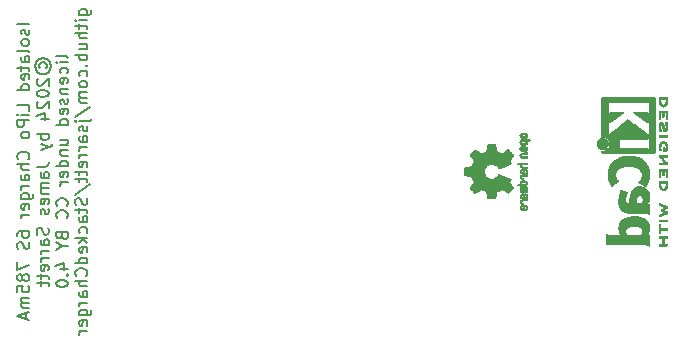
<source format=gbo>
%TF.GenerationSoftware,KiCad,Pcbnew,7.0.11+dfsg-1build4*%
%TF.CreationDate,2024-08-12T23:44:42-07:00*%
%TF.ProjectId,6s_750mA,36735f37-3530-46d4-912e-6b696361645f,rev?*%
%TF.SameCoordinates,Original*%
%TF.FileFunction,Legend,Bot*%
%TF.FilePolarity,Positive*%
%FSLAX46Y46*%
G04 Gerber Fmt 4.6, Leading zero omitted, Abs format (unit mm)*
G04 Created by KiCad (PCBNEW 7.0.11+dfsg-1build4) date 2024-08-12 23:44:42*
%MOMM*%
%LPD*%
G01*
G04 APERTURE LIST*
%ADD10C,0.177800*%
%ADD11C,0.010000*%
G04 APERTURE END LIST*
D10*
X153836134Y-74942096D02*
X152820134Y-74942096D01*
X153787754Y-75377525D02*
X153836134Y-75474287D01*
X153836134Y-75474287D02*
X153836134Y-75667811D01*
X153836134Y-75667811D02*
X153787754Y-75764573D01*
X153787754Y-75764573D02*
X153690992Y-75812954D01*
X153690992Y-75812954D02*
X153642611Y-75812954D01*
X153642611Y-75812954D02*
X153545849Y-75764573D01*
X153545849Y-75764573D02*
X153497468Y-75667811D01*
X153497468Y-75667811D02*
X153497468Y-75522668D01*
X153497468Y-75522668D02*
X153449087Y-75425906D01*
X153449087Y-75425906D02*
X153352325Y-75377525D01*
X153352325Y-75377525D02*
X153303944Y-75377525D01*
X153303944Y-75377525D02*
X153207182Y-75425906D01*
X153207182Y-75425906D02*
X153158801Y-75522668D01*
X153158801Y-75522668D02*
X153158801Y-75667811D01*
X153158801Y-75667811D02*
X153207182Y-75764573D01*
X153836134Y-76393525D02*
X153787754Y-76296763D01*
X153787754Y-76296763D02*
X153739373Y-76248382D01*
X153739373Y-76248382D02*
X153642611Y-76200001D01*
X153642611Y-76200001D02*
X153352325Y-76200001D01*
X153352325Y-76200001D02*
X153255563Y-76248382D01*
X153255563Y-76248382D02*
X153207182Y-76296763D01*
X153207182Y-76296763D02*
X153158801Y-76393525D01*
X153158801Y-76393525D02*
X153158801Y-76538668D01*
X153158801Y-76538668D02*
X153207182Y-76635430D01*
X153207182Y-76635430D02*
X153255563Y-76683811D01*
X153255563Y-76683811D02*
X153352325Y-76732192D01*
X153352325Y-76732192D02*
X153642611Y-76732192D01*
X153642611Y-76732192D02*
X153739373Y-76683811D01*
X153739373Y-76683811D02*
X153787754Y-76635430D01*
X153787754Y-76635430D02*
X153836134Y-76538668D01*
X153836134Y-76538668D02*
X153836134Y-76393525D01*
X153836134Y-77312763D02*
X153787754Y-77216001D01*
X153787754Y-77216001D02*
X153690992Y-77167620D01*
X153690992Y-77167620D02*
X152820134Y-77167620D01*
X153836134Y-78135239D02*
X153303944Y-78135239D01*
X153303944Y-78135239D02*
X153207182Y-78086858D01*
X153207182Y-78086858D02*
X153158801Y-77990096D01*
X153158801Y-77990096D02*
X153158801Y-77796572D01*
X153158801Y-77796572D02*
X153207182Y-77699810D01*
X153787754Y-78135239D02*
X153836134Y-78038477D01*
X153836134Y-78038477D02*
X153836134Y-77796572D01*
X153836134Y-77796572D02*
X153787754Y-77699810D01*
X153787754Y-77699810D02*
X153690992Y-77651429D01*
X153690992Y-77651429D02*
X153594230Y-77651429D01*
X153594230Y-77651429D02*
X153497468Y-77699810D01*
X153497468Y-77699810D02*
X153449087Y-77796572D01*
X153449087Y-77796572D02*
X153449087Y-78038477D01*
X153449087Y-78038477D02*
X153400706Y-78135239D01*
X153158801Y-78473905D02*
X153158801Y-78860953D01*
X152820134Y-78619048D02*
X153690992Y-78619048D01*
X153690992Y-78619048D02*
X153787754Y-78667429D01*
X153787754Y-78667429D02*
X153836134Y-78764191D01*
X153836134Y-78764191D02*
X153836134Y-78860953D01*
X153787754Y-79586667D02*
X153836134Y-79489905D01*
X153836134Y-79489905D02*
X153836134Y-79296381D01*
X153836134Y-79296381D02*
X153787754Y-79199619D01*
X153787754Y-79199619D02*
X153690992Y-79151238D01*
X153690992Y-79151238D02*
X153303944Y-79151238D01*
X153303944Y-79151238D02*
X153207182Y-79199619D01*
X153207182Y-79199619D02*
X153158801Y-79296381D01*
X153158801Y-79296381D02*
X153158801Y-79489905D01*
X153158801Y-79489905D02*
X153207182Y-79586667D01*
X153207182Y-79586667D02*
X153303944Y-79635048D01*
X153303944Y-79635048D02*
X153400706Y-79635048D01*
X153400706Y-79635048D02*
X153497468Y-79151238D01*
X153836134Y-80505905D02*
X152820134Y-80505905D01*
X153787754Y-80505905D02*
X153836134Y-80409143D01*
X153836134Y-80409143D02*
X153836134Y-80215619D01*
X153836134Y-80215619D02*
X153787754Y-80118857D01*
X153787754Y-80118857D02*
X153739373Y-80070476D01*
X153739373Y-80070476D02*
X153642611Y-80022095D01*
X153642611Y-80022095D02*
X153352325Y-80022095D01*
X153352325Y-80022095D02*
X153255563Y-80070476D01*
X153255563Y-80070476D02*
X153207182Y-80118857D01*
X153207182Y-80118857D02*
X153158801Y-80215619D01*
X153158801Y-80215619D02*
X153158801Y-80409143D01*
X153158801Y-80409143D02*
X153207182Y-80505905D01*
X153836134Y-82247619D02*
X153836134Y-81763809D01*
X153836134Y-81763809D02*
X152820134Y-81763809D01*
X153836134Y-82586285D02*
X153158801Y-82586285D01*
X152820134Y-82586285D02*
X152868515Y-82537904D01*
X152868515Y-82537904D02*
X152916896Y-82586285D01*
X152916896Y-82586285D02*
X152868515Y-82634666D01*
X152868515Y-82634666D02*
X152820134Y-82586285D01*
X152820134Y-82586285D02*
X152916896Y-82586285D01*
X153836134Y-83070095D02*
X152820134Y-83070095D01*
X152820134Y-83070095D02*
X152820134Y-83457143D01*
X152820134Y-83457143D02*
X152868515Y-83553905D01*
X152868515Y-83553905D02*
X152916896Y-83602286D01*
X152916896Y-83602286D02*
X153013658Y-83650667D01*
X153013658Y-83650667D02*
X153158801Y-83650667D01*
X153158801Y-83650667D02*
X153255563Y-83602286D01*
X153255563Y-83602286D02*
X153303944Y-83553905D01*
X153303944Y-83553905D02*
X153352325Y-83457143D01*
X153352325Y-83457143D02*
X153352325Y-83070095D01*
X153836134Y-84231238D02*
X153787754Y-84134476D01*
X153787754Y-84134476D02*
X153739373Y-84086095D01*
X153739373Y-84086095D02*
X153642611Y-84037714D01*
X153642611Y-84037714D02*
X153352325Y-84037714D01*
X153352325Y-84037714D02*
X153255563Y-84086095D01*
X153255563Y-84086095D02*
X153207182Y-84134476D01*
X153207182Y-84134476D02*
X153158801Y-84231238D01*
X153158801Y-84231238D02*
X153158801Y-84376381D01*
X153158801Y-84376381D02*
X153207182Y-84473143D01*
X153207182Y-84473143D02*
X153255563Y-84521524D01*
X153255563Y-84521524D02*
X153352325Y-84569905D01*
X153352325Y-84569905D02*
X153642611Y-84569905D01*
X153642611Y-84569905D02*
X153739373Y-84521524D01*
X153739373Y-84521524D02*
X153787754Y-84473143D01*
X153787754Y-84473143D02*
X153836134Y-84376381D01*
X153836134Y-84376381D02*
X153836134Y-84231238D01*
X153739373Y-86360000D02*
X153787754Y-86311619D01*
X153787754Y-86311619D02*
X153836134Y-86166476D01*
X153836134Y-86166476D02*
X153836134Y-86069714D01*
X153836134Y-86069714D02*
X153787754Y-85924571D01*
X153787754Y-85924571D02*
X153690992Y-85827809D01*
X153690992Y-85827809D02*
X153594230Y-85779428D01*
X153594230Y-85779428D02*
X153400706Y-85731047D01*
X153400706Y-85731047D02*
X153255563Y-85731047D01*
X153255563Y-85731047D02*
X153062039Y-85779428D01*
X153062039Y-85779428D02*
X152965277Y-85827809D01*
X152965277Y-85827809D02*
X152868515Y-85924571D01*
X152868515Y-85924571D02*
X152820134Y-86069714D01*
X152820134Y-86069714D02*
X152820134Y-86166476D01*
X152820134Y-86166476D02*
X152868515Y-86311619D01*
X152868515Y-86311619D02*
X152916896Y-86360000D01*
X153836134Y-86795428D02*
X152820134Y-86795428D01*
X153836134Y-87230857D02*
X153303944Y-87230857D01*
X153303944Y-87230857D02*
X153207182Y-87182476D01*
X153207182Y-87182476D02*
X153158801Y-87085714D01*
X153158801Y-87085714D02*
X153158801Y-86940571D01*
X153158801Y-86940571D02*
X153207182Y-86843809D01*
X153207182Y-86843809D02*
X153255563Y-86795428D01*
X153836134Y-88150095D02*
X153303944Y-88150095D01*
X153303944Y-88150095D02*
X153207182Y-88101714D01*
X153207182Y-88101714D02*
X153158801Y-88004952D01*
X153158801Y-88004952D02*
X153158801Y-87811428D01*
X153158801Y-87811428D02*
X153207182Y-87714666D01*
X153787754Y-88150095D02*
X153836134Y-88053333D01*
X153836134Y-88053333D02*
X153836134Y-87811428D01*
X153836134Y-87811428D02*
X153787754Y-87714666D01*
X153787754Y-87714666D02*
X153690992Y-87666285D01*
X153690992Y-87666285D02*
X153594230Y-87666285D01*
X153594230Y-87666285D02*
X153497468Y-87714666D01*
X153497468Y-87714666D02*
X153449087Y-87811428D01*
X153449087Y-87811428D02*
X153449087Y-88053333D01*
X153449087Y-88053333D02*
X153400706Y-88150095D01*
X153836134Y-88633904D02*
X153158801Y-88633904D01*
X153352325Y-88633904D02*
X153255563Y-88682285D01*
X153255563Y-88682285D02*
X153207182Y-88730666D01*
X153207182Y-88730666D02*
X153158801Y-88827428D01*
X153158801Y-88827428D02*
X153158801Y-88924190D01*
X153158801Y-89698285D02*
X153981277Y-89698285D01*
X153981277Y-89698285D02*
X154078039Y-89649904D01*
X154078039Y-89649904D02*
X154126420Y-89601523D01*
X154126420Y-89601523D02*
X154174801Y-89504761D01*
X154174801Y-89504761D02*
X154174801Y-89359618D01*
X154174801Y-89359618D02*
X154126420Y-89262856D01*
X153787754Y-89698285D02*
X153836134Y-89601523D01*
X153836134Y-89601523D02*
X153836134Y-89407999D01*
X153836134Y-89407999D02*
X153787754Y-89311237D01*
X153787754Y-89311237D02*
X153739373Y-89262856D01*
X153739373Y-89262856D02*
X153642611Y-89214475D01*
X153642611Y-89214475D02*
X153352325Y-89214475D01*
X153352325Y-89214475D02*
X153255563Y-89262856D01*
X153255563Y-89262856D02*
X153207182Y-89311237D01*
X153207182Y-89311237D02*
X153158801Y-89407999D01*
X153158801Y-89407999D02*
X153158801Y-89601523D01*
X153158801Y-89601523D02*
X153207182Y-89698285D01*
X153787754Y-90569142D02*
X153836134Y-90472380D01*
X153836134Y-90472380D02*
X153836134Y-90278856D01*
X153836134Y-90278856D02*
X153787754Y-90182094D01*
X153787754Y-90182094D02*
X153690992Y-90133713D01*
X153690992Y-90133713D02*
X153303944Y-90133713D01*
X153303944Y-90133713D02*
X153207182Y-90182094D01*
X153207182Y-90182094D02*
X153158801Y-90278856D01*
X153158801Y-90278856D02*
X153158801Y-90472380D01*
X153158801Y-90472380D02*
X153207182Y-90569142D01*
X153207182Y-90569142D02*
X153303944Y-90617523D01*
X153303944Y-90617523D02*
X153400706Y-90617523D01*
X153400706Y-90617523D02*
X153497468Y-90133713D01*
X153836134Y-91052951D02*
X153158801Y-91052951D01*
X153352325Y-91052951D02*
X153255563Y-91101332D01*
X153255563Y-91101332D02*
X153207182Y-91149713D01*
X153207182Y-91149713D02*
X153158801Y-91246475D01*
X153158801Y-91246475D02*
X153158801Y-91343237D01*
X152820134Y-92891427D02*
X152820134Y-92697903D01*
X152820134Y-92697903D02*
X152868515Y-92601141D01*
X152868515Y-92601141D02*
X152916896Y-92552760D01*
X152916896Y-92552760D02*
X153062039Y-92455998D01*
X153062039Y-92455998D02*
X153255563Y-92407617D01*
X153255563Y-92407617D02*
X153642611Y-92407617D01*
X153642611Y-92407617D02*
X153739373Y-92455998D01*
X153739373Y-92455998D02*
X153787754Y-92504379D01*
X153787754Y-92504379D02*
X153836134Y-92601141D01*
X153836134Y-92601141D02*
X153836134Y-92794665D01*
X153836134Y-92794665D02*
X153787754Y-92891427D01*
X153787754Y-92891427D02*
X153739373Y-92939808D01*
X153739373Y-92939808D02*
X153642611Y-92988189D01*
X153642611Y-92988189D02*
X153400706Y-92988189D01*
X153400706Y-92988189D02*
X153303944Y-92939808D01*
X153303944Y-92939808D02*
X153255563Y-92891427D01*
X153255563Y-92891427D02*
X153207182Y-92794665D01*
X153207182Y-92794665D02*
X153207182Y-92601141D01*
X153207182Y-92601141D02*
X153255563Y-92504379D01*
X153255563Y-92504379D02*
X153303944Y-92455998D01*
X153303944Y-92455998D02*
X153400706Y-92407617D01*
X153787754Y-93375236D02*
X153836134Y-93520379D01*
X153836134Y-93520379D02*
X153836134Y-93762284D01*
X153836134Y-93762284D02*
X153787754Y-93859046D01*
X153787754Y-93859046D02*
X153739373Y-93907427D01*
X153739373Y-93907427D02*
X153642611Y-93955808D01*
X153642611Y-93955808D02*
X153545849Y-93955808D01*
X153545849Y-93955808D02*
X153449087Y-93907427D01*
X153449087Y-93907427D02*
X153400706Y-93859046D01*
X153400706Y-93859046D02*
X153352325Y-93762284D01*
X153352325Y-93762284D02*
X153303944Y-93568760D01*
X153303944Y-93568760D02*
X153255563Y-93471998D01*
X153255563Y-93471998D02*
X153207182Y-93423617D01*
X153207182Y-93423617D02*
X153110420Y-93375236D01*
X153110420Y-93375236D02*
X153013658Y-93375236D01*
X153013658Y-93375236D02*
X152916896Y-93423617D01*
X152916896Y-93423617D02*
X152868515Y-93471998D01*
X152868515Y-93471998D02*
X152820134Y-93568760D01*
X152820134Y-93568760D02*
X152820134Y-93810665D01*
X152820134Y-93810665D02*
X152868515Y-93955808D01*
X152820134Y-95068569D02*
X152820134Y-95745903D01*
X152820134Y-95745903D02*
X153836134Y-95310474D01*
X153255563Y-96278093D02*
X153207182Y-96181331D01*
X153207182Y-96181331D02*
X153158801Y-96132950D01*
X153158801Y-96132950D02*
X153062039Y-96084569D01*
X153062039Y-96084569D02*
X153013658Y-96084569D01*
X153013658Y-96084569D02*
X152916896Y-96132950D01*
X152916896Y-96132950D02*
X152868515Y-96181331D01*
X152868515Y-96181331D02*
X152820134Y-96278093D01*
X152820134Y-96278093D02*
X152820134Y-96471617D01*
X152820134Y-96471617D02*
X152868515Y-96568379D01*
X152868515Y-96568379D02*
X152916896Y-96616760D01*
X152916896Y-96616760D02*
X153013658Y-96665141D01*
X153013658Y-96665141D02*
X153062039Y-96665141D01*
X153062039Y-96665141D02*
X153158801Y-96616760D01*
X153158801Y-96616760D02*
X153207182Y-96568379D01*
X153207182Y-96568379D02*
X153255563Y-96471617D01*
X153255563Y-96471617D02*
X153255563Y-96278093D01*
X153255563Y-96278093D02*
X153303944Y-96181331D01*
X153303944Y-96181331D02*
X153352325Y-96132950D01*
X153352325Y-96132950D02*
X153449087Y-96084569D01*
X153449087Y-96084569D02*
X153642611Y-96084569D01*
X153642611Y-96084569D02*
X153739373Y-96132950D01*
X153739373Y-96132950D02*
X153787754Y-96181331D01*
X153787754Y-96181331D02*
X153836134Y-96278093D01*
X153836134Y-96278093D02*
X153836134Y-96471617D01*
X153836134Y-96471617D02*
X153787754Y-96568379D01*
X153787754Y-96568379D02*
X153739373Y-96616760D01*
X153739373Y-96616760D02*
X153642611Y-96665141D01*
X153642611Y-96665141D02*
X153449087Y-96665141D01*
X153449087Y-96665141D02*
X153352325Y-96616760D01*
X153352325Y-96616760D02*
X153303944Y-96568379D01*
X153303944Y-96568379D02*
X153255563Y-96471617D01*
X152820134Y-97584379D02*
X152820134Y-97100569D01*
X152820134Y-97100569D02*
X153303944Y-97052188D01*
X153303944Y-97052188D02*
X153255563Y-97100569D01*
X153255563Y-97100569D02*
X153207182Y-97197331D01*
X153207182Y-97197331D02*
X153207182Y-97439236D01*
X153207182Y-97439236D02*
X153255563Y-97535998D01*
X153255563Y-97535998D02*
X153303944Y-97584379D01*
X153303944Y-97584379D02*
X153400706Y-97632760D01*
X153400706Y-97632760D02*
X153642611Y-97632760D01*
X153642611Y-97632760D02*
X153739373Y-97584379D01*
X153739373Y-97584379D02*
X153787754Y-97535998D01*
X153787754Y-97535998D02*
X153836134Y-97439236D01*
X153836134Y-97439236D02*
X153836134Y-97197331D01*
X153836134Y-97197331D02*
X153787754Y-97100569D01*
X153787754Y-97100569D02*
X153739373Y-97052188D01*
X153836134Y-98068188D02*
X153158801Y-98068188D01*
X153255563Y-98068188D02*
X153207182Y-98116569D01*
X153207182Y-98116569D02*
X153158801Y-98213331D01*
X153158801Y-98213331D02*
X153158801Y-98358474D01*
X153158801Y-98358474D02*
X153207182Y-98455236D01*
X153207182Y-98455236D02*
X153303944Y-98503617D01*
X153303944Y-98503617D02*
X153836134Y-98503617D01*
X153303944Y-98503617D02*
X153207182Y-98551998D01*
X153207182Y-98551998D02*
X153158801Y-98648760D01*
X153158801Y-98648760D02*
X153158801Y-98793903D01*
X153158801Y-98793903D02*
X153207182Y-98890664D01*
X153207182Y-98890664D02*
X153303944Y-98939045D01*
X153303944Y-98939045D02*
X153836134Y-98939045D01*
X153545849Y-99374474D02*
X153545849Y-99858284D01*
X153836134Y-99277712D02*
X152820134Y-99616379D01*
X152820134Y-99616379D02*
X153836134Y-99955046D01*
X154697799Y-78667430D02*
X154649418Y-78570669D01*
X154649418Y-78570669D02*
X154649418Y-78377145D01*
X154649418Y-78377145D02*
X154697799Y-78280383D01*
X154697799Y-78280383D02*
X154794561Y-78183621D01*
X154794561Y-78183621D02*
X154891323Y-78135240D01*
X154891323Y-78135240D02*
X155084847Y-78135240D01*
X155084847Y-78135240D02*
X155181609Y-78183621D01*
X155181609Y-78183621D02*
X155278371Y-78280383D01*
X155278371Y-78280383D02*
X155326752Y-78377145D01*
X155326752Y-78377145D02*
X155326752Y-78570669D01*
X155326752Y-78570669D02*
X155278371Y-78667430D01*
X154310752Y-78473907D02*
X154359133Y-78232002D01*
X154359133Y-78232002D02*
X154504275Y-77990097D01*
X154504275Y-77990097D02*
X154746180Y-77844954D01*
X154746180Y-77844954D02*
X154988085Y-77796573D01*
X154988085Y-77796573D02*
X155229990Y-77844954D01*
X155229990Y-77844954D02*
X155471894Y-77990097D01*
X155471894Y-77990097D02*
X155617037Y-78232002D01*
X155617037Y-78232002D02*
X155665418Y-78473907D01*
X155665418Y-78473907D02*
X155617037Y-78715811D01*
X155617037Y-78715811D02*
X155471894Y-78957716D01*
X155471894Y-78957716D02*
X155229990Y-79102859D01*
X155229990Y-79102859D02*
X154988085Y-79151240D01*
X154988085Y-79151240D02*
X154746180Y-79102859D01*
X154746180Y-79102859D02*
X154504275Y-78957716D01*
X154504275Y-78957716D02*
X154359133Y-78715811D01*
X154359133Y-78715811D02*
X154310752Y-78473907D01*
X154552656Y-79538287D02*
X154504275Y-79586668D01*
X154504275Y-79586668D02*
X154455894Y-79683430D01*
X154455894Y-79683430D02*
X154455894Y-79925335D01*
X154455894Y-79925335D02*
X154504275Y-80022097D01*
X154504275Y-80022097D02*
X154552656Y-80070478D01*
X154552656Y-80070478D02*
X154649418Y-80118859D01*
X154649418Y-80118859D02*
X154746180Y-80118859D01*
X154746180Y-80118859D02*
X154891323Y-80070478D01*
X154891323Y-80070478D02*
X155471894Y-79489906D01*
X155471894Y-79489906D02*
X155471894Y-80118859D01*
X154455894Y-80747811D02*
X154455894Y-80844573D01*
X154455894Y-80844573D02*
X154504275Y-80941335D01*
X154504275Y-80941335D02*
X154552656Y-80989716D01*
X154552656Y-80989716D02*
X154649418Y-81038097D01*
X154649418Y-81038097D02*
X154842942Y-81086478D01*
X154842942Y-81086478D02*
X155084847Y-81086478D01*
X155084847Y-81086478D02*
X155278371Y-81038097D01*
X155278371Y-81038097D02*
X155375133Y-80989716D01*
X155375133Y-80989716D02*
X155423514Y-80941335D01*
X155423514Y-80941335D02*
X155471894Y-80844573D01*
X155471894Y-80844573D02*
X155471894Y-80747811D01*
X155471894Y-80747811D02*
X155423514Y-80651049D01*
X155423514Y-80651049D02*
X155375133Y-80602668D01*
X155375133Y-80602668D02*
X155278371Y-80554287D01*
X155278371Y-80554287D02*
X155084847Y-80505906D01*
X155084847Y-80505906D02*
X154842942Y-80505906D01*
X154842942Y-80505906D02*
X154649418Y-80554287D01*
X154649418Y-80554287D02*
X154552656Y-80602668D01*
X154552656Y-80602668D02*
X154504275Y-80651049D01*
X154504275Y-80651049D02*
X154455894Y-80747811D01*
X154552656Y-81473525D02*
X154504275Y-81521906D01*
X154504275Y-81521906D02*
X154455894Y-81618668D01*
X154455894Y-81618668D02*
X154455894Y-81860573D01*
X154455894Y-81860573D02*
X154504275Y-81957335D01*
X154504275Y-81957335D02*
X154552656Y-82005716D01*
X154552656Y-82005716D02*
X154649418Y-82054097D01*
X154649418Y-82054097D02*
X154746180Y-82054097D01*
X154746180Y-82054097D02*
X154891323Y-82005716D01*
X154891323Y-82005716D02*
X155471894Y-81425144D01*
X155471894Y-81425144D02*
X155471894Y-82054097D01*
X154794561Y-82924954D02*
X155471894Y-82924954D01*
X154407514Y-82683049D02*
X155133228Y-82441144D01*
X155133228Y-82441144D02*
X155133228Y-83070097D01*
X155471894Y-84231239D02*
X154455894Y-84231239D01*
X154842942Y-84231239D02*
X154794561Y-84328001D01*
X154794561Y-84328001D02*
X154794561Y-84521525D01*
X154794561Y-84521525D02*
X154842942Y-84618287D01*
X154842942Y-84618287D02*
X154891323Y-84666668D01*
X154891323Y-84666668D02*
X154988085Y-84715049D01*
X154988085Y-84715049D02*
X155278371Y-84715049D01*
X155278371Y-84715049D02*
X155375133Y-84666668D01*
X155375133Y-84666668D02*
X155423514Y-84618287D01*
X155423514Y-84618287D02*
X155471894Y-84521525D01*
X155471894Y-84521525D02*
X155471894Y-84328001D01*
X155471894Y-84328001D02*
X155423514Y-84231239D01*
X154794561Y-85053715D02*
X155471894Y-85295620D01*
X154794561Y-85537525D02*
X155471894Y-85295620D01*
X155471894Y-85295620D02*
X155713799Y-85198858D01*
X155713799Y-85198858D02*
X155762180Y-85150477D01*
X155762180Y-85150477D02*
X155810561Y-85053715D01*
X154455894Y-86988953D02*
X155181609Y-86988953D01*
X155181609Y-86988953D02*
X155326752Y-86940572D01*
X155326752Y-86940572D02*
X155423514Y-86843810D01*
X155423514Y-86843810D02*
X155471894Y-86698667D01*
X155471894Y-86698667D02*
X155471894Y-86601905D01*
X155471894Y-87908191D02*
X154939704Y-87908191D01*
X154939704Y-87908191D02*
X154842942Y-87859810D01*
X154842942Y-87859810D02*
X154794561Y-87763048D01*
X154794561Y-87763048D02*
X154794561Y-87569524D01*
X154794561Y-87569524D02*
X154842942Y-87472762D01*
X155423514Y-87908191D02*
X155471894Y-87811429D01*
X155471894Y-87811429D02*
X155471894Y-87569524D01*
X155471894Y-87569524D02*
X155423514Y-87472762D01*
X155423514Y-87472762D02*
X155326752Y-87424381D01*
X155326752Y-87424381D02*
X155229990Y-87424381D01*
X155229990Y-87424381D02*
X155133228Y-87472762D01*
X155133228Y-87472762D02*
X155084847Y-87569524D01*
X155084847Y-87569524D02*
X155084847Y-87811429D01*
X155084847Y-87811429D02*
X155036466Y-87908191D01*
X155471894Y-88392000D02*
X154794561Y-88392000D01*
X154891323Y-88392000D02*
X154842942Y-88440381D01*
X154842942Y-88440381D02*
X154794561Y-88537143D01*
X154794561Y-88537143D02*
X154794561Y-88682286D01*
X154794561Y-88682286D02*
X154842942Y-88779048D01*
X154842942Y-88779048D02*
X154939704Y-88827429D01*
X154939704Y-88827429D02*
X155471894Y-88827429D01*
X154939704Y-88827429D02*
X154842942Y-88875810D01*
X154842942Y-88875810D02*
X154794561Y-88972572D01*
X154794561Y-88972572D02*
X154794561Y-89117715D01*
X154794561Y-89117715D02*
X154842942Y-89214476D01*
X154842942Y-89214476D02*
X154939704Y-89262857D01*
X154939704Y-89262857D02*
X155471894Y-89262857D01*
X155423514Y-90133715D02*
X155471894Y-90036953D01*
X155471894Y-90036953D02*
X155471894Y-89843429D01*
X155471894Y-89843429D02*
X155423514Y-89746667D01*
X155423514Y-89746667D02*
X155326752Y-89698286D01*
X155326752Y-89698286D02*
X154939704Y-89698286D01*
X154939704Y-89698286D02*
X154842942Y-89746667D01*
X154842942Y-89746667D02*
X154794561Y-89843429D01*
X154794561Y-89843429D02*
X154794561Y-90036953D01*
X154794561Y-90036953D02*
X154842942Y-90133715D01*
X154842942Y-90133715D02*
X154939704Y-90182096D01*
X154939704Y-90182096D02*
X155036466Y-90182096D01*
X155036466Y-90182096D02*
X155133228Y-89698286D01*
X155423514Y-90569143D02*
X155471894Y-90665905D01*
X155471894Y-90665905D02*
X155471894Y-90859429D01*
X155471894Y-90859429D02*
X155423514Y-90956191D01*
X155423514Y-90956191D02*
X155326752Y-91004572D01*
X155326752Y-91004572D02*
X155278371Y-91004572D01*
X155278371Y-91004572D02*
X155181609Y-90956191D01*
X155181609Y-90956191D02*
X155133228Y-90859429D01*
X155133228Y-90859429D02*
X155133228Y-90714286D01*
X155133228Y-90714286D02*
X155084847Y-90617524D01*
X155084847Y-90617524D02*
X154988085Y-90569143D01*
X154988085Y-90569143D02*
X154939704Y-90569143D01*
X154939704Y-90569143D02*
X154842942Y-90617524D01*
X154842942Y-90617524D02*
X154794561Y-90714286D01*
X154794561Y-90714286D02*
X154794561Y-90859429D01*
X154794561Y-90859429D02*
X154842942Y-90956191D01*
X155423514Y-92165714D02*
X155471894Y-92310857D01*
X155471894Y-92310857D02*
X155471894Y-92552762D01*
X155471894Y-92552762D02*
X155423514Y-92649524D01*
X155423514Y-92649524D02*
X155375133Y-92697905D01*
X155375133Y-92697905D02*
X155278371Y-92746286D01*
X155278371Y-92746286D02*
X155181609Y-92746286D01*
X155181609Y-92746286D02*
X155084847Y-92697905D01*
X155084847Y-92697905D02*
X155036466Y-92649524D01*
X155036466Y-92649524D02*
X154988085Y-92552762D01*
X154988085Y-92552762D02*
X154939704Y-92359238D01*
X154939704Y-92359238D02*
X154891323Y-92262476D01*
X154891323Y-92262476D02*
X154842942Y-92214095D01*
X154842942Y-92214095D02*
X154746180Y-92165714D01*
X154746180Y-92165714D02*
X154649418Y-92165714D01*
X154649418Y-92165714D02*
X154552656Y-92214095D01*
X154552656Y-92214095D02*
X154504275Y-92262476D01*
X154504275Y-92262476D02*
X154455894Y-92359238D01*
X154455894Y-92359238D02*
X154455894Y-92601143D01*
X154455894Y-92601143D02*
X154504275Y-92746286D01*
X155471894Y-93617143D02*
X154939704Y-93617143D01*
X154939704Y-93617143D02*
X154842942Y-93568762D01*
X154842942Y-93568762D02*
X154794561Y-93472000D01*
X154794561Y-93472000D02*
X154794561Y-93278476D01*
X154794561Y-93278476D02*
X154842942Y-93181714D01*
X155423514Y-93617143D02*
X155471894Y-93520381D01*
X155471894Y-93520381D02*
X155471894Y-93278476D01*
X155471894Y-93278476D02*
X155423514Y-93181714D01*
X155423514Y-93181714D02*
X155326752Y-93133333D01*
X155326752Y-93133333D02*
X155229990Y-93133333D01*
X155229990Y-93133333D02*
X155133228Y-93181714D01*
X155133228Y-93181714D02*
X155084847Y-93278476D01*
X155084847Y-93278476D02*
X155084847Y-93520381D01*
X155084847Y-93520381D02*
X155036466Y-93617143D01*
X155471894Y-94100952D02*
X154794561Y-94100952D01*
X154988085Y-94100952D02*
X154891323Y-94149333D01*
X154891323Y-94149333D02*
X154842942Y-94197714D01*
X154842942Y-94197714D02*
X154794561Y-94294476D01*
X154794561Y-94294476D02*
X154794561Y-94391238D01*
X155471894Y-94729904D02*
X154794561Y-94729904D01*
X154988085Y-94729904D02*
X154891323Y-94778285D01*
X154891323Y-94778285D02*
X154842942Y-94826666D01*
X154842942Y-94826666D02*
X154794561Y-94923428D01*
X154794561Y-94923428D02*
X154794561Y-95020190D01*
X155423514Y-95745904D02*
X155471894Y-95649142D01*
X155471894Y-95649142D02*
X155471894Y-95455618D01*
X155471894Y-95455618D02*
X155423514Y-95358856D01*
X155423514Y-95358856D02*
X155326752Y-95310475D01*
X155326752Y-95310475D02*
X154939704Y-95310475D01*
X154939704Y-95310475D02*
X154842942Y-95358856D01*
X154842942Y-95358856D02*
X154794561Y-95455618D01*
X154794561Y-95455618D02*
X154794561Y-95649142D01*
X154794561Y-95649142D02*
X154842942Y-95745904D01*
X154842942Y-95745904D02*
X154939704Y-95794285D01*
X154939704Y-95794285D02*
X155036466Y-95794285D01*
X155036466Y-95794285D02*
X155133228Y-95310475D01*
X154794561Y-96084570D02*
X154794561Y-96471618D01*
X154455894Y-96229713D02*
X155326752Y-96229713D01*
X155326752Y-96229713D02*
X155423514Y-96278094D01*
X155423514Y-96278094D02*
X155471894Y-96374856D01*
X155471894Y-96374856D02*
X155471894Y-96471618D01*
X154794561Y-96665141D02*
X154794561Y-97052189D01*
X154455894Y-96810284D02*
X155326752Y-96810284D01*
X155326752Y-96810284D02*
X155423514Y-96858665D01*
X155423514Y-96858665D02*
X155471894Y-96955427D01*
X155471894Y-96955427D02*
X155471894Y-97052189D01*
X157107654Y-77772382D02*
X157059274Y-77675620D01*
X157059274Y-77675620D02*
X156962512Y-77627239D01*
X156962512Y-77627239D02*
X156091654Y-77627239D01*
X157107654Y-78159429D02*
X156430321Y-78159429D01*
X156091654Y-78159429D02*
X156140035Y-78111048D01*
X156140035Y-78111048D02*
X156188416Y-78159429D01*
X156188416Y-78159429D02*
X156140035Y-78207810D01*
X156140035Y-78207810D02*
X156091654Y-78159429D01*
X156091654Y-78159429D02*
X156188416Y-78159429D01*
X157059274Y-79078668D02*
X157107654Y-78981906D01*
X157107654Y-78981906D02*
X157107654Y-78788382D01*
X157107654Y-78788382D02*
X157059274Y-78691620D01*
X157059274Y-78691620D02*
X157010893Y-78643239D01*
X157010893Y-78643239D02*
X156914131Y-78594858D01*
X156914131Y-78594858D02*
X156623845Y-78594858D01*
X156623845Y-78594858D02*
X156527083Y-78643239D01*
X156527083Y-78643239D02*
X156478702Y-78691620D01*
X156478702Y-78691620D02*
X156430321Y-78788382D01*
X156430321Y-78788382D02*
X156430321Y-78981906D01*
X156430321Y-78981906D02*
X156478702Y-79078668D01*
X157059274Y-79901144D02*
X157107654Y-79804382D01*
X157107654Y-79804382D02*
X157107654Y-79610858D01*
X157107654Y-79610858D02*
X157059274Y-79514096D01*
X157059274Y-79514096D02*
X156962512Y-79465715D01*
X156962512Y-79465715D02*
X156575464Y-79465715D01*
X156575464Y-79465715D02*
X156478702Y-79514096D01*
X156478702Y-79514096D02*
X156430321Y-79610858D01*
X156430321Y-79610858D02*
X156430321Y-79804382D01*
X156430321Y-79804382D02*
X156478702Y-79901144D01*
X156478702Y-79901144D02*
X156575464Y-79949525D01*
X156575464Y-79949525D02*
X156672226Y-79949525D01*
X156672226Y-79949525D02*
X156768988Y-79465715D01*
X156430321Y-80384953D02*
X157107654Y-80384953D01*
X156527083Y-80384953D02*
X156478702Y-80433334D01*
X156478702Y-80433334D02*
X156430321Y-80530096D01*
X156430321Y-80530096D02*
X156430321Y-80675239D01*
X156430321Y-80675239D02*
X156478702Y-80772001D01*
X156478702Y-80772001D02*
X156575464Y-80820382D01*
X156575464Y-80820382D02*
X157107654Y-80820382D01*
X157059274Y-81255810D02*
X157107654Y-81352572D01*
X157107654Y-81352572D02*
X157107654Y-81546096D01*
X157107654Y-81546096D02*
X157059274Y-81642858D01*
X157059274Y-81642858D02*
X156962512Y-81691239D01*
X156962512Y-81691239D02*
X156914131Y-81691239D01*
X156914131Y-81691239D02*
X156817369Y-81642858D01*
X156817369Y-81642858D02*
X156768988Y-81546096D01*
X156768988Y-81546096D02*
X156768988Y-81400953D01*
X156768988Y-81400953D02*
X156720607Y-81304191D01*
X156720607Y-81304191D02*
X156623845Y-81255810D01*
X156623845Y-81255810D02*
X156575464Y-81255810D01*
X156575464Y-81255810D02*
X156478702Y-81304191D01*
X156478702Y-81304191D02*
X156430321Y-81400953D01*
X156430321Y-81400953D02*
X156430321Y-81546096D01*
X156430321Y-81546096D02*
X156478702Y-81642858D01*
X157059274Y-82513715D02*
X157107654Y-82416953D01*
X157107654Y-82416953D02*
X157107654Y-82223429D01*
X157107654Y-82223429D02*
X157059274Y-82126667D01*
X157059274Y-82126667D02*
X156962512Y-82078286D01*
X156962512Y-82078286D02*
X156575464Y-82078286D01*
X156575464Y-82078286D02*
X156478702Y-82126667D01*
X156478702Y-82126667D02*
X156430321Y-82223429D01*
X156430321Y-82223429D02*
X156430321Y-82416953D01*
X156430321Y-82416953D02*
X156478702Y-82513715D01*
X156478702Y-82513715D02*
X156575464Y-82562096D01*
X156575464Y-82562096D02*
X156672226Y-82562096D01*
X156672226Y-82562096D02*
X156768988Y-82078286D01*
X157107654Y-83432953D02*
X156091654Y-83432953D01*
X157059274Y-83432953D02*
X157107654Y-83336191D01*
X157107654Y-83336191D02*
X157107654Y-83142667D01*
X157107654Y-83142667D02*
X157059274Y-83045905D01*
X157059274Y-83045905D02*
X157010893Y-82997524D01*
X157010893Y-82997524D02*
X156914131Y-82949143D01*
X156914131Y-82949143D02*
X156623845Y-82949143D01*
X156623845Y-82949143D02*
X156527083Y-82997524D01*
X156527083Y-82997524D02*
X156478702Y-83045905D01*
X156478702Y-83045905D02*
X156430321Y-83142667D01*
X156430321Y-83142667D02*
X156430321Y-83336191D01*
X156430321Y-83336191D02*
X156478702Y-83432953D01*
X156430321Y-85126286D02*
X157107654Y-85126286D01*
X156430321Y-84690857D02*
X156962512Y-84690857D01*
X156962512Y-84690857D02*
X157059274Y-84739238D01*
X157059274Y-84739238D02*
X157107654Y-84836000D01*
X157107654Y-84836000D02*
X157107654Y-84981143D01*
X157107654Y-84981143D02*
X157059274Y-85077905D01*
X157059274Y-85077905D02*
X157010893Y-85126286D01*
X156430321Y-85610095D02*
X157107654Y-85610095D01*
X156527083Y-85610095D02*
X156478702Y-85658476D01*
X156478702Y-85658476D02*
X156430321Y-85755238D01*
X156430321Y-85755238D02*
X156430321Y-85900381D01*
X156430321Y-85900381D02*
X156478702Y-85997143D01*
X156478702Y-85997143D02*
X156575464Y-86045524D01*
X156575464Y-86045524D02*
X157107654Y-86045524D01*
X157107654Y-86964762D02*
X156091654Y-86964762D01*
X157059274Y-86964762D02*
X157107654Y-86868000D01*
X157107654Y-86868000D02*
X157107654Y-86674476D01*
X157107654Y-86674476D02*
X157059274Y-86577714D01*
X157059274Y-86577714D02*
X157010893Y-86529333D01*
X157010893Y-86529333D02*
X156914131Y-86480952D01*
X156914131Y-86480952D02*
X156623845Y-86480952D01*
X156623845Y-86480952D02*
X156527083Y-86529333D01*
X156527083Y-86529333D02*
X156478702Y-86577714D01*
X156478702Y-86577714D02*
X156430321Y-86674476D01*
X156430321Y-86674476D02*
X156430321Y-86868000D01*
X156430321Y-86868000D02*
X156478702Y-86964762D01*
X157059274Y-87835619D02*
X157107654Y-87738857D01*
X157107654Y-87738857D02*
X157107654Y-87545333D01*
X157107654Y-87545333D02*
X157059274Y-87448571D01*
X157059274Y-87448571D02*
X156962512Y-87400190D01*
X156962512Y-87400190D02*
X156575464Y-87400190D01*
X156575464Y-87400190D02*
X156478702Y-87448571D01*
X156478702Y-87448571D02*
X156430321Y-87545333D01*
X156430321Y-87545333D02*
X156430321Y-87738857D01*
X156430321Y-87738857D02*
X156478702Y-87835619D01*
X156478702Y-87835619D02*
X156575464Y-87884000D01*
X156575464Y-87884000D02*
X156672226Y-87884000D01*
X156672226Y-87884000D02*
X156768988Y-87400190D01*
X157107654Y-88319428D02*
X156430321Y-88319428D01*
X156623845Y-88319428D02*
X156527083Y-88367809D01*
X156527083Y-88367809D02*
X156478702Y-88416190D01*
X156478702Y-88416190D02*
X156430321Y-88512952D01*
X156430321Y-88512952D02*
X156430321Y-88609714D01*
X157010893Y-90303047D02*
X157059274Y-90254666D01*
X157059274Y-90254666D02*
X157107654Y-90109523D01*
X157107654Y-90109523D02*
X157107654Y-90012761D01*
X157107654Y-90012761D02*
X157059274Y-89867618D01*
X157059274Y-89867618D02*
X156962512Y-89770856D01*
X156962512Y-89770856D02*
X156865750Y-89722475D01*
X156865750Y-89722475D02*
X156672226Y-89674094D01*
X156672226Y-89674094D02*
X156527083Y-89674094D01*
X156527083Y-89674094D02*
X156333559Y-89722475D01*
X156333559Y-89722475D02*
X156236797Y-89770856D01*
X156236797Y-89770856D02*
X156140035Y-89867618D01*
X156140035Y-89867618D02*
X156091654Y-90012761D01*
X156091654Y-90012761D02*
X156091654Y-90109523D01*
X156091654Y-90109523D02*
X156140035Y-90254666D01*
X156140035Y-90254666D02*
X156188416Y-90303047D01*
X157010893Y-91319047D02*
X157059274Y-91270666D01*
X157059274Y-91270666D02*
X157107654Y-91125523D01*
X157107654Y-91125523D02*
X157107654Y-91028761D01*
X157107654Y-91028761D02*
X157059274Y-90883618D01*
X157059274Y-90883618D02*
X156962512Y-90786856D01*
X156962512Y-90786856D02*
X156865750Y-90738475D01*
X156865750Y-90738475D02*
X156672226Y-90690094D01*
X156672226Y-90690094D02*
X156527083Y-90690094D01*
X156527083Y-90690094D02*
X156333559Y-90738475D01*
X156333559Y-90738475D02*
X156236797Y-90786856D01*
X156236797Y-90786856D02*
X156140035Y-90883618D01*
X156140035Y-90883618D02*
X156091654Y-91028761D01*
X156091654Y-91028761D02*
X156091654Y-91125523D01*
X156091654Y-91125523D02*
X156140035Y-91270666D01*
X156140035Y-91270666D02*
X156188416Y-91319047D01*
X156575464Y-92867237D02*
X156623845Y-93012380D01*
X156623845Y-93012380D02*
X156672226Y-93060761D01*
X156672226Y-93060761D02*
X156768988Y-93109142D01*
X156768988Y-93109142D02*
X156914131Y-93109142D01*
X156914131Y-93109142D02*
X157010893Y-93060761D01*
X157010893Y-93060761D02*
X157059274Y-93012380D01*
X157059274Y-93012380D02*
X157107654Y-92915618D01*
X157107654Y-92915618D02*
X157107654Y-92528570D01*
X157107654Y-92528570D02*
X156091654Y-92528570D01*
X156091654Y-92528570D02*
X156091654Y-92867237D01*
X156091654Y-92867237D02*
X156140035Y-92963999D01*
X156140035Y-92963999D02*
X156188416Y-93012380D01*
X156188416Y-93012380D02*
X156285178Y-93060761D01*
X156285178Y-93060761D02*
X156381940Y-93060761D01*
X156381940Y-93060761D02*
X156478702Y-93012380D01*
X156478702Y-93012380D02*
X156527083Y-92963999D01*
X156527083Y-92963999D02*
X156575464Y-92867237D01*
X156575464Y-92867237D02*
X156575464Y-92528570D01*
X156623845Y-93738094D02*
X157107654Y-93738094D01*
X156091654Y-93399427D02*
X156623845Y-93738094D01*
X156623845Y-93738094D02*
X156091654Y-94076761D01*
X156430321Y-95624951D02*
X157107654Y-95624951D01*
X156043274Y-95383046D02*
X156768988Y-95141141D01*
X156768988Y-95141141D02*
X156768988Y-95770094D01*
X157010893Y-96157141D02*
X157059274Y-96205522D01*
X157059274Y-96205522D02*
X157107654Y-96157141D01*
X157107654Y-96157141D02*
X157059274Y-96108760D01*
X157059274Y-96108760D02*
X157010893Y-96157141D01*
X157010893Y-96157141D02*
X157107654Y-96157141D01*
X156091654Y-96834475D02*
X156091654Y-96931237D01*
X156091654Y-96931237D02*
X156140035Y-97027999D01*
X156140035Y-97027999D02*
X156188416Y-97076380D01*
X156188416Y-97076380D02*
X156285178Y-97124761D01*
X156285178Y-97124761D02*
X156478702Y-97173142D01*
X156478702Y-97173142D02*
X156720607Y-97173142D01*
X156720607Y-97173142D02*
X156914131Y-97124761D01*
X156914131Y-97124761D02*
X157010893Y-97076380D01*
X157010893Y-97076380D02*
X157059274Y-97027999D01*
X157059274Y-97027999D02*
X157107654Y-96931237D01*
X157107654Y-96931237D02*
X157107654Y-96834475D01*
X157107654Y-96834475D02*
X157059274Y-96737713D01*
X157059274Y-96737713D02*
X157010893Y-96689332D01*
X157010893Y-96689332D02*
X156914131Y-96640951D01*
X156914131Y-96640951D02*
X156720607Y-96592570D01*
X156720607Y-96592570D02*
X156478702Y-96592570D01*
X156478702Y-96592570D02*
X156285178Y-96640951D01*
X156285178Y-96640951D02*
X156188416Y-96689332D01*
X156188416Y-96689332D02*
X156140035Y-96737713D01*
X156140035Y-96737713D02*
X156091654Y-96834475D01*
X158066081Y-74119621D02*
X158888557Y-74119621D01*
X158888557Y-74119621D02*
X158985319Y-74071240D01*
X158985319Y-74071240D02*
X159033700Y-74022859D01*
X159033700Y-74022859D02*
X159082081Y-73926097D01*
X159082081Y-73926097D02*
X159082081Y-73780954D01*
X159082081Y-73780954D02*
X159033700Y-73684192D01*
X158695034Y-74119621D02*
X158743414Y-74022859D01*
X158743414Y-74022859D02*
X158743414Y-73829335D01*
X158743414Y-73829335D02*
X158695034Y-73732573D01*
X158695034Y-73732573D02*
X158646653Y-73684192D01*
X158646653Y-73684192D02*
X158549891Y-73635811D01*
X158549891Y-73635811D02*
X158259605Y-73635811D01*
X158259605Y-73635811D02*
X158162843Y-73684192D01*
X158162843Y-73684192D02*
X158114462Y-73732573D01*
X158114462Y-73732573D02*
X158066081Y-73829335D01*
X158066081Y-73829335D02*
X158066081Y-74022859D01*
X158066081Y-74022859D02*
X158114462Y-74119621D01*
X158743414Y-74603430D02*
X158066081Y-74603430D01*
X157727414Y-74603430D02*
X157775795Y-74555049D01*
X157775795Y-74555049D02*
X157824176Y-74603430D01*
X157824176Y-74603430D02*
X157775795Y-74651811D01*
X157775795Y-74651811D02*
X157727414Y-74603430D01*
X157727414Y-74603430D02*
X157824176Y-74603430D01*
X158066081Y-74942097D02*
X158066081Y-75329145D01*
X157727414Y-75087240D02*
X158598272Y-75087240D01*
X158598272Y-75087240D02*
X158695034Y-75135621D01*
X158695034Y-75135621D02*
X158743414Y-75232383D01*
X158743414Y-75232383D02*
X158743414Y-75329145D01*
X158743414Y-75667811D02*
X157727414Y-75667811D01*
X158743414Y-76103240D02*
X158211224Y-76103240D01*
X158211224Y-76103240D02*
X158114462Y-76054859D01*
X158114462Y-76054859D02*
X158066081Y-75958097D01*
X158066081Y-75958097D02*
X158066081Y-75812954D01*
X158066081Y-75812954D02*
X158114462Y-75716192D01*
X158114462Y-75716192D02*
X158162843Y-75667811D01*
X158066081Y-77022478D02*
X158743414Y-77022478D01*
X158066081Y-76587049D02*
X158598272Y-76587049D01*
X158598272Y-76587049D02*
X158695034Y-76635430D01*
X158695034Y-76635430D02*
X158743414Y-76732192D01*
X158743414Y-76732192D02*
X158743414Y-76877335D01*
X158743414Y-76877335D02*
X158695034Y-76974097D01*
X158695034Y-76974097D02*
X158646653Y-77022478D01*
X158743414Y-77506287D02*
X157727414Y-77506287D01*
X158114462Y-77506287D02*
X158066081Y-77603049D01*
X158066081Y-77603049D02*
X158066081Y-77796573D01*
X158066081Y-77796573D02*
X158114462Y-77893335D01*
X158114462Y-77893335D02*
X158162843Y-77941716D01*
X158162843Y-77941716D02*
X158259605Y-77990097D01*
X158259605Y-77990097D02*
X158549891Y-77990097D01*
X158549891Y-77990097D02*
X158646653Y-77941716D01*
X158646653Y-77941716D02*
X158695034Y-77893335D01*
X158695034Y-77893335D02*
X158743414Y-77796573D01*
X158743414Y-77796573D02*
X158743414Y-77603049D01*
X158743414Y-77603049D02*
X158695034Y-77506287D01*
X158646653Y-78425525D02*
X158695034Y-78473906D01*
X158695034Y-78473906D02*
X158743414Y-78425525D01*
X158743414Y-78425525D02*
X158695034Y-78377144D01*
X158695034Y-78377144D02*
X158646653Y-78425525D01*
X158646653Y-78425525D02*
X158743414Y-78425525D01*
X158695034Y-79344764D02*
X158743414Y-79248002D01*
X158743414Y-79248002D02*
X158743414Y-79054478D01*
X158743414Y-79054478D02*
X158695034Y-78957716D01*
X158695034Y-78957716D02*
X158646653Y-78909335D01*
X158646653Y-78909335D02*
X158549891Y-78860954D01*
X158549891Y-78860954D02*
X158259605Y-78860954D01*
X158259605Y-78860954D02*
X158162843Y-78909335D01*
X158162843Y-78909335D02*
X158114462Y-78957716D01*
X158114462Y-78957716D02*
X158066081Y-79054478D01*
X158066081Y-79054478D02*
X158066081Y-79248002D01*
X158066081Y-79248002D02*
X158114462Y-79344764D01*
X158743414Y-79925335D02*
X158695034Y-79828573D01*
X158695034Y-79828573D02*
X158646653Y-79780192D01*
X158646653Y-79780192D02*
X158549891Y-79731811D01*
X158549891Y-79731811D02*
X158259605Y-79731811D01*
X158259605Y-79731811D02*
X158162843Y-79780192D01*
X158162843Y-79780192D02*
X158114462Y-79828573D01*
X158114462Y-79828573D02*
X158066081Y-79925335D01*
X158066081Y-79925335D02*
X158066081Y-80070478D01*
X158066081Y-80070478D02*
X158114462Y-80167240D01*
X158114462Y-80167240D02*
X158162843Y-80215621D01*
X158162843Y-80215621D02*
X158259605Y-80264002D01*
X158259605Y-80264002D02*
X158549891Y-80264002D01*
X158549891Y-80264002D02*
X158646653Y-80215621D01*
X158646653Y-80215621D02*
X158695034Y-80167240D01*
X158695034Y-80167240D02*
X158743414Y-80070478D01*
X158743414Y-80070478D02*
X158743414Y-79925335D01*
X158743414Y-80699430D02*
X158066081Y-80699430D01*
X158162843Y-80699430D02*
X158114462Y-80747811D01*
X158114462Y-80747811D02*
X158066081Y-80844573D01*
X158066081Y-80844573D02*
X158066081Y-80989716D01*
X158066081Y-80989716D02*
X158114462Y-81086478D01*
X158114462Y-81086478D02*
X158211224Y-81134859D01*
X158211224Y-81134859D02*
X158743414Y-81134859D01*
X158211224Y-81134859D02*
X158114462Y-81183240D01*
X158114462Y-81183240D02*
X158066081Y-81280002D01*
X158066081Y-81280002D02*
X158066081Y-81425145D01*
X158066081Y-81425145D02*
X158114462Y-81521906D01*
X158114462Y-81521906D02*
X158211224Y-81570287D01*
X158211224Y-81570287D02*
X158743414Y-81570287D01*
X157679034Y-82779812D02*
X158985319Y-81908954D01*
X158066081Y-83118478D02*
X158936938Y-83118478D01*
X158936938Y-83118478D02*
X159033700Y-83070097D01*
X159033700Y-83070097D02*
X159082081Y-82973335D01*
X159082081Y-82973335D02*
X159082081Y-82924954D01*
X157727414Y-83118478D02*
X157775795Y-83070097D01*
X157775795Y-83070097D02*
X157824176Y-83118478D01*
X157824176Y-83118478D02*
X157775795Y-83166859D01*
X157775795Y-83166859D02*
X157727414Y-83118478D01*
X157727414Y-83118478D02*
X157824176Y-83118478D01*
X158695034Y-83553907D02*
X158743414Y-83650669D01*
X158743414Y-83650669D02*
X158743414Y-83844193D01*
X158743414Y-83844193D02*
X158695034Y-83940955D01*
X158695034Y-83940955D02*
X158598272Y-83989336D01*
X158598272Y-83989336D02*
X158549891Y-83989336D01*
X158549891Y-83989336D02*
X158453129Y-83940955D01*
X158453129Y-83940955D02*
X158404748Y-83844193D01*
X158404748Y-83844193D02*
X158404748Y-83699050D01*
X158404748Y-83699050D02*
X158356367Y-83602288D01*
X158356367Y-83602288D02*
X158259605Y-83553907D01*
X158259605Y-83553907D02*
X158211224Y-83553907D01*
X158211224Y-83553907D02*
X158114462Y-83602288D01*
X158114462Y-83602288D02*
X158066081Y-83699050D01*
X158066081Y-83699050D02*
X158066081Y-83844193D01*
X158066081Y-83844193D02*
X158114462Y-83940955D01*
X158743414Y-84860193D02*
X158211224Y-84860193D01*
X158211224Y-84860193D02*
X158114462Y-84811812D01*
X158114462Y-84811812D02*
X158066081Y-84715050D01*
X158066081Y-84715050D02*
X158066081Y-84521526D01*
X158066081Y-84521526D02*
X158114462Y-84424764D01*
X158695034Y-84860193D02*
X158743414Y-84763431D01*
X158743414Y-84763431D02*
X158743414Y-84521526D01*
X158743414Y-84521526D02*
X158695034Y-84424764D01*
X158695034Y-84424764D02*
X158598272Y-84376383D01*
X158598272Y-84376383D02*
X158501510Y-84376383D01*
X158501510Y-84376383D02*
X158404748Y-84424764D01*
X158404748Y-84424764D02*
X158356367Y-84521526D01*
X158356367Y-84521526D02*
X158356367Y-84763431D01*
X158356367Y-84763431D02*
X158307986Y-84860193D01*
X158743414Y-85344002D02*
X158066081Y-85344002D01*
X158259605Y-85344002D02*
X158162843Y-85392383D01*
X158162843Y-85392383D02*
X158114462Y-85440764D01*
X158114462Y-85440764D02*
X158066081Y-85537526D01*
X158066081Y-85537526D02*
X158066081Y-85634288D01*
X158743414Y-85972954D02*
X158066081Y-85972954D01*
X158259605Y-85972954D02*
X158162843Y-86021335D01*
X158162843Y-86021335D02*
X158114462Y-86069716D01*
X158114462Y-86069716D02*
X158066081Y-86166478D01*
X158066081Y-86166478D02*
X158066081Y-86263240D01*
X158695034Y-86988954D02*
X158743414Y-86892192D01*
X158743414Y-86892192D02*
X158743414Y-86698668D01*
X158743414Y-86698668D02*
X158695034Y-86601906D01*
X158695034Y-86601906D02*
X158598272Y-86553525D01*
X158598272Y-86553525D02*
X158211224Y-86553525D01*
X158211224Y-86553525D02*
X158114462Y-86601906D01*
X158114462Y-86601906D02*
X158066081Y-86698668D01*
X158066081Y-86698668D02*
X158066081Y-86892192D01*
X158066081Y-86892192D02*
X158114462Y-86988954D01*
X158114462Y-86988954D02*
X158211224Y-87037335D01*
X158211224Y-87037335D02*
X158307986Y-87037335D01*
X158307986Y-87037335D02*
X158404748Y-86553525D01*
X158066081Y-87327620D02*
X158066081Y-87714668D01*
X157727414Y-87472763D02*
X158598272Y-87472763D01*
X158598272Y-87472763D02*
X158695034Y-87521144D01*
X158695034Y-87521144D02*
X158743414Y-87617906D01*
X158743414Y-87617906D02*
X158743414Y-87714668D01*
X158066081Y-87908191D02*
X158066081Y-88295239D01*
X157727414Y-88053334D02*
X158598272Y-88053334D01*
X158598272Y-88053334D02*
X158695034Y-88101715D01*
X158695034Y-88101715D02*
X158743414Y-88198477D01*
X158743414Y-88198477D02*
X158743414Y-88295239D01*
X157679034Y-89359620D02*
X158985319Y-88488762D01*
X158695034Y-89649905D02*
X158743414Y-89795048D01*
X158743414Y-89795048D02*
X158743414Y-90036953D01*
X158743414Y-90036953D02*
X158695034Y-90133715D01*
X158695034Y-90133715D02*
X158646653Y-90182096D01*
X158646653Y-90182096D02*
X158549891Y-90230477D01*
X158549891Y-90230477D02*
X158453129Y-90230477D01*
X158453129Y-90230477D02*
X158356367Y-90182096D01*
X158356367Y-90182096D02*
X158307986Y-90133715D01*
X158307986Y-90133715D02*
X158259605Y-90036953D01*
X158259605Y-90036953D02*
X158211224Y-89843429D01*
X158211224Y-89843429D02*
X158162843Y-89746667D01*
X158162843Y-89746667D02*
X158114462Y-89698286D01*
X158114462Y-89698286D02*
X158017700Y-89649905D01*
X158017700Y-89649905D02*
X157920938Y-89649905D01*
X157920938Y-89649905D02*
X157824176Y-89698286D01*
X157824176Y-89698286D02*
X157775795Y-89746667D01*
X157775795Y-89746667D02*
X157727414Y-89843429D01*
X157727414Y-89843429D02*
X157727414Y-90085334D01*
X157727414Y-90085334D02*
X157775795Y-90230477D01*
X158066081Y-90520762D02*
X158066081Y-90907810D01*
X157727414Y-90665905D02*
X158598272Y-90665905D01*
X158598272Y-90665905D02*
X158695034Y-90714286D01*
X158695034Y-90714286D02*
X158743414Y-90811048D01*
X158743414Y-90811048D02*
X158743414Y-90907810D01*
X158743414Y-91681905D02*
X158211224Y-91681905D01*
X158211224Y-91681905D02*
X158114462Y-91633524D01*
X158114462Y-91633524D02*
X158066081Y-91536762D01*
X158066081Y-91536762D02*
X158066081Y-91343238D01*
X158066081Y-91343238D02*
X158114462Y-91246476D01*
X158695034Y-91681905D02*
X158743414Y-91585143D01*
X158743414Y-91585143D02*
X158743414Y-91343238D01*
X158743414Y-91343238D02*
X158695034Y-91246476D01*
X158695034Y-91246476D02*
X158598272Y-91198095D01*
X158598272Y-91198095D02*
X158501510Y-91198095D01*
X158501510Y-91198095D02*
X158404748Y-91246476D01*
X158404748Y-91246476D02*
X158356367Y-91343238D01*
X158356367Y-91343238D02*
X158356367Y-91585143D01*
X158356367Y-91585143D02*
X158307986Y-91681905D01*
X158695034Y-92601143D02*
X158743414Y-92504381D01*
X158743414Y-92504381D02*
X158743414Y-92310857D01*
X158743414Y-92310857D02*
X158695034Y-92214095D01*
X158695034Y-92214095D02*
X158646653Y-92165714D01*
X158646653Y-92165714D02*
X158549891Y-92117333D01*
X158549891Y-92117333D02*
X158259605Y-92117333D01*
X158259605Y-92117333D02*
X158162843Y-92165714D01*
X158162843Y-92165714D02*
X158114462Y-92214095D01*
X158114462Y-92214095D02*
X158066081Y-92310857D01*
X158066081Y-92310857D02*
X158066081Y-92504381D01*
X158066081Y-92504381D02*
X158114462Y-92601143D01*
X158743414Y-93036571D02*
X157727414Y-93036571D01*
X158356367Y-93133333D02*
X158743414Y-93423619D01*
X158066081Y-93423619D02*
X158453129Y-93036571D01*
X158695034Y-94246095D02*
X158743414Y-94149333D01*
X158743414Y-94149333D02*
X158743414Y-93955809D01*
X158743414Y-93955809D02*
X158695034Y-93859047D01*
X158695034Y-93859047D02*
X158598272Y-93810666D01*
X158598272Y-93810666D02*
X158211224Y-93810666D01*
X158211224Y-93810666D02*
X158114462Y-93859047D01*
X158114462Y-93859047D02*
X158066081Y-93955809D01*
X158066081Y-93955809D02*
X158066081Y-94149333D01*
X158066081Y-94149333D02*
X158114462Y-94246095D01*
X158114462Y-94246095D02*
X158211224Y-94294476D01*
X158211224Y-94294476D02*
X158307986Y-94294476D01*
X158307986Y-94294476D02*
X158404748Y-93810666D01*
X158743414Y-95165333D02*
X157727414Y-95165333D01*
X158695034Y-95165333D02*
X158743414Y-95068571D01*
X158743414Y-95068571D02*
X158743414Y-94875047D01*
X158743414Y-94875047D02*
X158695034Y-94778285D01*
X158695034Y-94778285D02*
X158646653Y-94729904D01*
X158646653Y-94729904D02*
X158549891Y-94681523D01*
X158549891Y-94681523D02*
X158259605Y-94681523D01*
X158259605Y-94681523D02*
X158162843Y-94729904D01*
X158162843Y-94729904D02*
X158114462Y-94778285D01*
X158114462Y-94778285D02*
X158066081Y-94875047D01*
X158066081Y-94875047D02*
X158066081Y-95068571D01*
X158066081Y-95068571D02*
X158114462Y-95165333D01*
X158646653Y-96229714D02*
X158695034Y-96181333D01*
X158695034Y-96181333D02*
X158743414Y-96036190D01*
X158743414Y-96036190D02*
X158743414Y-95939428D01*
X158743414Y-95939428D02*
X158695034Y-95794285D01*
X158695034Y-95794285D02*
X158598272Y-95697523D01*
X158598272Y-95697523D02*
X158501510Y-95649142D01*
X158501510Y-95649142D02*
X158307986Y-95600761D01*
X158307986Y-95600761D02*
X158162843Y-95600761D01*
X158162843Y-95600761D02*
X157969319Y-95649142D01*
X157969319Y-95649142D02*
X157872557Y-95697523D01*
X157872557Y-95697523D02*
X157775795Y-95794285D01*
X157775795Y-95794285D02*
X157727414Y-95939428D01*
X157727414Y-95939428D02*
X157727414Y-96036190D01*
X157727414Y-96036190D02*
X157775795Y-96181333D01*
X157775795Y-96181333D02*
X157824176Y-96229714D01*
X158743414Y-96665142D02*
X157727414Y-96665142D01*
X158743414Y-97100571D02*
X158211224Y-97100571D01*
X158211224Y-97100571D02*
X158114462Y-97052190D01*
X158114462Y-97052190D02*
X158066081Y-96955428D01*
X158066081Y-96955428D02*
X158066081Y-96810285D01*
X158066081Y-96810285D02*
X158114462Y-96713523D01*
X158114462Y-96713523D02*
X158162843Y-96665142D01*
X158743414Y-98019809D02*
X158211224Y-98019809D01*
X158211224Y-98019809D02*
X158114462Y-97971428D01*
X158114462Y-97971428D02*
X158066081Y-97874666D01*
X158066081Y-97874666D02*
X158066081Y-97681142D01*
X158066081Y-97681142D02*
X158114462Y-97584380D01*
X158695034Y-98019809D02*
X158743414Y-97923047D01*
X158743414Y-97923047D02*
X158743414Y-97681142D01*
X158743414Y-97681142D02*
X158695034Y-97584380D01*
X158695034Y-97584380D02*
X158598272Y-97535999D01*
X158598272Y-97535999D02*
X158501510Y-97535999D01*
X158501510Y-97535999D02*
X158404748Y-97584380D01*
X158404748Y-97584380D02*
X158356367Y-97681142D01*
X158356367Y-97681142D02*
X158356367Y-97923047D01*
X158356367Y-97923047D02*
X158307986Y-98019809D01*
X158743414Y-98503618D02*
X158066081Y-98503618D01*
X158259605Y-98503618D02*
X158162843Y-98551999D01*
X158162843Y-98551999D02*
X158114462Y-98600380D01*
X158114462Y-98600380D02*
X158066081Y-98697142D01*
X158066081Y-98697142D02*
X158066081Y-98793904D01*
X158066081Y-99567999D02*
X158888557Y-99567999D01*
X158888557Y-99567999D02*
X158985319Y-99519618D01*
X158985319Y-99519618D02*
X159033700Y-99471237D01*
X159033700Y-99471237D02*
X159082081Y-99374475D01*
X159082081Y-99374475D02*
X159082081Y-99229332D01*
X159082081Y-99229332D02*
X159033700Y-99132570D01*
X158695034Y-99567999D02*
X158743414Y-99471237D01*
X158743414Y-99471237D02*
X158743414Y-99277713D01*
X158743414Y-99277713D02*
X158695034Y-99180951D01*
X158695034Y-99180951D02*
X158646653Y-99132570D01*
X158646653Y-99132570D02*
X158549891Y-99084189D01*
X158549891Y-99084189D02*
X158259605Y-99084189D01*
X158259605Y-99084189D02*
X158162843Y-99132570D01*
X158162843Y-99132570D02*
X158114462Y-99180951D01*
X158114462Y-99180951D02*
X158066081Y-99277713D01*
X158066081Y-99277713D02*
X158066081Y-99471237D01*
X158066081Y-99471237D02*
X158114462Y-99567999D01*
X158695034Y-100438856D02*
X158743414Y-100342094D01*
X158743414Y-100342094D02*
X158743414Y-100148570D01*
X158743414Y-100148570D02*
X158695034Y-100051808D01*
X158695034Y-100051808D02*
X158598272Y-100003427D01*
X158598272Y-100003427D02*
X158211224Y-100003427D01*
X158211224Y-100003427D02*
X158114462Y-100051808D01*
X158114462Y-100051808D02*
X158066081Y-100148570D01*
X158066081Y-100148570D02*
X158066081Y-100342094D01*
X158066081Y-100342094D02*
X158114462Y-100438856D01*
X158114462Y-100438856D02*
X158211224Y-100487237D01*
X158211224Y-100487237D02*
X158307986Y-100487237D01*
X158307986Y-100487237D02*
X158404748Y-100003427D01*
X158743414Y-100922665D02*
X158066081Y-100922665D01*
X158259605Y-100922665D02*
X158162843Y-100971046D01*
X158162843Y-100971046D02*
X158114462Y-101019427D01*
X158114462Y-101019427D02*
X158066081Y-101116189D01*
X158066081Y-101116189D02*
X158066081Y-101212951D01*
%TO.C,REF\u002A\u002A*%
D11*
X193288839Y-85158943D02*
X193290642Y-85168160D01*
X193299980Y-85217109D01*
X193312669Y-85284795D01*
X193327273Y-85363522D01*
X193342355Y-85445600D01*
X193348422Y-85477922D01*
X193363181Y-85550145D01*
X193377137Y-85610334D01*
X193388952Y-85652960D01*
X193397287Y-85672490D01*
X193410905Y-85681340D01*
X193446938Y-85697452D01*
X193493572Y-85713935D01*
X193511034Y-85719737D01*
X193568358Y-85741094D01*
X193636201Y-85768641D01*
X193703355Y-85797893D01*
X193738430Y-85813537D01*
X193790822Y-85835826D01*
X193830058Y-85851143D01*
X193849563Y-85856838D01*
X193851036Y-85856522D01*
X193871729Y-85845719D01*
X193911665Y-85821362D01*
X193966972Y-85785919D01*
X194033781Y-85741864D01*
X194108220Y-85691668D01*
X194350623Y-85526499D01*
X194567983Y-85743497D01*
X194588899Y-85764484D01*
X194651505Y-85828658D01*
X194705495Y-85886010D01*
X194747826Y-85933180D01*
X194775457Y-85966808D01*
X194785343Y-85983533D01*
X194777821Y-86001697D01*
X194756227Y-86039735D01*
X194723151Y-86093274D01*
X194681191Y-86158116D01*
X194632943Y-86230060D01*
X194585291Y-86300725D01*
X194543328Y-86364474D01*
X194510165Y-86416487D01*
X194488378Y-86452721D01*
X194480543Y-86469133D01*
X194480614Y-86470095D01*
X194488338Y-86491897D01*
X194506323Y-86530560D01*
X194531013Y-86578388D01*
X194531284Y-86578890D01*
X194563099Y-86642413D01*
X194578642Y-86685940D01*
X194578685Y-86712948D01*
X194564000Y-86726910D01*
X194549544Y-86732820D01*
X194510831Y-86748771D01*
X194451316Y-86773340D01*
X194374165Y-86805221D01*
X194282541Y-86843107D01*
X194179607Y-86885690D01*
X194068526Y-86931663D01*
X193967472Y-86973333D01*
X193863780Y-87015732D01*
X193771119Y-87053244D01*
X193692642Y-87084612D01*
X193631500Y-87108575D01*
X193590843Y-87123877D01*
X193573825Y-87129257D01*
X193558219Y-87118982D01*
X193532162Y-87090437D01*
X193501887Y-87050029D01*
X193422684Y-86953021D01*
X193321475Y-86866207D01*
X193210116Y-86802678D01*
X193091893Y-86762823D01*
X192970095Y-86747035D01*
X192848010Y-86755704D01*
X192728925Y-86789222D01*
X192616129Y-86847979D01*
X192512911Y-86932368D01*
X192472713Y-86976369D01*
X192401638Y-87081789D01*
X192355301Y-87194590D01*
X192332599Y-87311475D01*
X192332428Y-87429147D01*
X192353687Y-87544310D01*
X192395270Y-87653665D01*
X192456076Y-87753917D01*
X192535001Y-87841767D01*
X192630941Y-87913920D01*
X192742795Y-87967078D01*
X192869457Y-87997943D01*
X192930507Y-88003608D01*
X193062776Y-87995815D01*
X193188266Y-87960716D01*
X193304759Y-87899351D01*
X193410039Y-87812757D01*
X193501887Y-87701971D01*
X193530930Y-87663069D01*
X193557272Y-87633896D01*
X193573800Y-87622743D01*
X193588209Y-87627190D01*
X193626815Y-87641622D01*
X193686201Y-87664827D01*
X193763215Y-87695548D01*
X193854703Y-87732526D01*
X193957516Y-87774504D01*
X194068502Y-87820222D01*
X194169072Y-87861822D01*
X194272947Y-87904778D01*
X194365819Y-87943171D01*
X194444525Y-87975695D01*
X194505899Y-88001042D01*
X194546779Y-88017905D01*
X194564000Y-88024975D01*
X194564204Y-88025057D01*
X194578745Y-88039202D01*
X194578579Y-88066341D01*
X194562927Y-88109977D01*
X194531013Y-88173612D01*
X194528326Y-88178621D01*
X194504150Y-88225875D01*
X194487037Y-88263189D01*
X194480543Y-88282867D01*
X194488218Y-88298995D01*
X194509871Y-88335041D01*
X194542928Y-88386908D01*
X194584810Y-88450555D01*
X194632943Y-88521940D01*
X194680131Y-88592276D01*
X194722267Y-88657330D01*
X194755578Y-88711180D01*
X194777469Y-88749626D01*
X194785343Y-88768466D01*
X194784343Y-88771675D01*
X194768584Y-88794046D01*
X194736033Y-88832267D01*
X194689733Y-88882979D01*
X194632726Y-88942819D01*
X194568058Y-89008429D01*
X194350772Y-89225352D01*
X194102253Y-89056399D01*
X193853733Y-88887447D01*
X193742595Y-88938817D01*
X193742266Y-88938969D01*
X193671418Y-88969817D01*
X193592523Y-89001339D01*
X193522600Y-89026734D01*
X193511322Y-89030577D01*
X193458967Y-89049953D01*
X193418283Y-89067426D01*
X193397287Y-89079612D01*
X193394322Y-89084574D01*
X193384375Y-89114366D01*
X193371505Y-89164953D01*
X193357053Y-89230806D01*
X193342355Y-89306400D01*
X193338210Y-89329043D01*
X193323116Y-89410962D01*
X193308899Y-89487400D01*
X193296995Y-89550663D01*
X193288839Y-89593057D01*
X193273799Y-89669257D01*
X192956492Y-89669257D01*
X192917476Y-89669240D01*
X192822292Y-89668918D01*
X192751255Y-89667967D01*
X192700734Y-89666104D01*
X192667098Y-89663045D01*
X192646718Y-89658506D01*
X192635962Y-89652205D01*
X192631199Y-89643857D01*
X192629270Y-89635776D01*
X192622445Y-89602828D01*
X192612022Y-89550264D01*
X192599018Y-89483431D01*
X192584449Y-89407672D01*
X192569333Y-89328335D01*
X192554685Y-89250763D01*
X192541523Y-89180302D01*
X192530863Y-89122298D01*
X192523721Y-89082096D01*
X192521114Y-89065041D01*
X192519541Y-89063888D01*
X192499119Y-89054615D01*
X192460045Y-89038568D01*
X192408629Y-89018365D01*
X192339353Y-88990328D01*
X192259290Y-88955814D01*
X192188728Y-88923462D01*
X192172889Y-88916048D01*
X192123293Y-88895245D01*
X192085038Y-88882781D01*
X192065356Y-88881137D01*
X192063962Y-88881985D01*
X192043420Y-88895452D01*
X192003516Y-88922150D01*
X191948140Y-88959461D01*
X191881177Y-89004766D01*
X191806517Y-89055448D01*
X191721692Y-89112555D01*
X191655800Y-89155393D01*
X191607478Y-89184540D01*
X191573733Y-89201683D01*
X191551572Y-89208505D01*
X191538002Y-89206694D01*
X191536984Y-89206085D01*
X191517210Y-89189703D01*
X191481175Y-89156305D01*
X191432451Y-89109329D01*
X191374612Y-89052214D01*
X191311227Y-88988397D01*
X191246905Y-88922198D01*
X191186447Y-88857352D01*
X191145655Y-88809701D01*
X191123484Y-88778010D01*
X191118889Y-88761042D01*
X191119921Y-88758825D01*
X191133837Y-88735476D01*
X191161030Y-88693088D01*
X191198889Y-88635631D01*
X191244803Y-88567077D01*
X191296160Y-88491399D01*
X191464626Y-88244702D01*
X191414062Y-88133294D01*
X191412597Y-88130057D01*
X191382965Y-88061657D01*
X191353493Y-87989093D01*
X191330358Y-87927543D01*
X191330262Y-87927271D01*
X191312367Y-87878405D01*
X191297253Y-87840788D01*
X191288184Y-87822543D01*
X191287855Y-87822248D01*
X191269282Y-87816054D01*
X191227045Y-87805861D01*
X191165696Y-87792652D01*
X191089789Y-87777410D01*
X191003875Y-87761119D01*
X191000796Y-87760551D01*
X190913128Y-87744287D01*
X190833741Y-87729392D01*
X190767701Y-87716829D01*
X190720079Y-87707562D01*
X190695943Y-87702556D01*
X190694605Y-87702236D01*
X190684273Y-87698940D01*
X190676506Y-87692262D01*
X190670940Y-87678538D01*
X190667207Y-87654105D01*
X190664942Y-87615298D01*
X190663778Y-87558454D01*
X190663348Y-87479910D01*
X190663286Y-87376000D01*
X190663286Y-87362944D01*
X190663371Y-87262067D01*
X190663865Y-87186144D01*
X190665135Y-87131509D01*
X190667547Y-87094500D01*
X190671467Y-87071453D01*
X190677262Y-87058704D01*
X190685299Y-87052589D01*
X190695943Y-87049444D01*
X190696325Y-87049354D01*
X190721347Y-87044186D01*
X190769681Y-87034791D01*
X190836260Y-87022133D01*
X190916014Y-87007175D01*
X191003875Y-86990881D01*
X191011064Y-86989552D01*
X191096340Y-86973309D01*
X191171242Y-86958195D01*
X191231219Y-86945192D01*
X191271717Y-86935285D01*
X191288184Y-86929456D01*
X191288210Y-86929425D01*
X191297320Y-86911057D01*
X191312457Y-86873360D01*
X191330358Y-86824457D01*
X191331330Y-86821703D01*
X191354959Y-86759183D01*
X191384595Y-86686457D01*
X191414062Y-86618706D01*
X191464626Y-86507297D01*
X191296160Y-86260601D01*
X191284311Y-86243225D01*
X191233947Y-86168798D01*
X191189612Y-86102386D01*
X191153916Y-86047961D01*
X191129471Y-86009494D01*
X191118889Y-85990958D01*
X191121315Y-85978257D01*
X191140110Y-85949421D01*
X191177330Y-85904857D01*
X191234020Y-85843330D01*
X191311227Y-85763602D01*
X191318255Y-85756468D01*
X191381222Y-85693204D01*
X191438268Y-85637010D01*
X191485817Y-85591323D01*
X191520297Y-85559586D01*
X191538131Y-85545236D01*
X191538217Y-85545190D01*
X191551795Y-85543367D01*
X191573820Y-85550090D01*
X191607304Y-85567054D01*
X191655261Y-85595956D01*
X191720704Y-85638492D01*
X191806645Y-85696356D01*
X191821151Y-85706217D01*
X191894635Y-85756087D01*
X191959687Y-85800095D01*
X192012417Y-85835620D01*
X192048936Y-85860041D01*
X192065356Y-85870736D01*
X192068834Y-85871542D01*
X192094785Y-85866482D01*
X192137159Y-85851323D01*
X192188728Y-85828537D01*
X192256170Y-85797571D01*
X192336195Y-85762996D01*
X192408629Y-85733634D01*
X192427377Y-85726355D01*
X192475246Y-85707290D01*
X192508596Y-85693285D01*
X192521114Y-85686959D01*
X192522050Y-85679975D01*
X192527461Y-85648587D01*
X192536806Y-85597213D01*
X192549069Y-85531198D01*
X192563232Y-85455887D01*
X192578280Y-85376625D01*
X192593195Y-85298757D01*
X192606961Y-85227630D01*
X192618562Y-85168588D01*
X192626980Y-85126978D01*
X192631199Y-85108143D01*
X192632389Y-85105020D01*
X192638805Y-85097409D01*
X192652465Y-85091746D01*
X192676999Y-85087749D01*
X192716038Y-85085134D01*
X192773213Y-85083616D01*
X192852154Y-85082914D01*
X192956492Y-85082743D01*
X193273799Y-85082743D01*
X193288839Y-85158943D01*
G36*
X193288839Y-85158943D02*
G01*
X193290642Y-85168160D01*
X193299980Y-85217109D01*
X193312669Y-85284795D01*
X193327273Y-85363522D01*
X193342355Y-85445600D01*
X193348422Y-85477922D01*
X193363181Y-85550145D01*
X193377137Y-85610334D01*
X193388952Y-85652960D01*
X193397287Y-85672490D01*
X193410905Y-85681340D01*
X193446938Y-85697452D01*
X193493572Y-85713935D01*
X193511034Y-85719737D01*
X193568358Y-85741094D01*
X193636201Y-85768641D01*
X193703355Y-85797893D01*
X193738430Y-85813537D01*
X193790822Y-85835826D01*
X193830058Y-85851143D01*
X193849563Y-85856838D01*
X193851036Y-85856522D01*
X193871729Y-85845719D01*
X193911665Y-85821362D01*
X193966972Y-85785919D01*
X194033781Y-85741864D01*
X194108220Y-85691668D01*
X194350623Y-85526499D01*
X194567983Y-85743497D01*
X194588899Y-85764484D01*
X194651505Y-85828658D01*
X194705495Y-85886010D01*
X194747826Y-85933180D01*
X194775457Y-85966808D01*
X194785343Y-85983533D01*
X194777821Y-86001697D01*
X194756227Y-86039735D01*
X194723151Y-86093274D01*
X194681191Y-86158116D01*
X194632943Y-86230060D01*
X194585291Y-86300725D01*
X194543328Y-86364474D01*
X194510165Y-86416487D01*
X194488378Y-86452721D01*
X194480543Y-86469133D01*
X194480614Y-86470095D01*
X194488338Y-86491897D01*
X194506323Y-86530560D01*
X194531013Y-86578388D01*
X194531284Y-86578890D01*
X194563099Y-86642413D01*
X194578642Y-86685940D01*
X194578685Y-86712948D01*
X194564000Y-86726910D01*
X194549544Y-86732820D01*
X194510831Y-86748771D01*
X194451316Y-86773340D01*
X194374165Y-86805221D01*
X194282541Y-86843107D01*
X194179607Y-86885690D01*
X194068526Y-86931663D01*
X193967472Y-86973333D01*
X193863780Y-87015732D01*
X193771119Y-87053244D01*
X193692642Y-87084612D01*
X193631500Y-87108575D01*
X193590843Y-87123877D01*
X193573825Y-87129257D01*
X193558219Y-87118982D01*
X193532162Y-87090437D01*
X193501887Y-87050029D01*
X193422684Y-86953021D01*
X193321475Y-86866207D01*
X193210116Y-86802678D01*
X193091893Y-86762823D01*
X192970095Y-86747035D01*
X192848010Y-86755704D01*
X192728925Y-86789222D01*
X192616129Y-86847979D01*
X192512911Y-86932368D01*
X192472713Y-86976369D01*
X192401638Y-87081789D01*
X192355301Y-87194590D01*
X192332599Y-87311475D01*
X192332428Y-87429147D01*
X192353687Y-87544310D01*
X192395270Y-87653665D01*
X192456076Y-87753917D01*
X192535001Y-87841767D01*
X192630941Y-87913920D01*
X192742795Y-87967078D01*
X192869457Y-87997943D01*
X192930507Y-88003608D01*
X193062776Y-87995815D01*
X193188266Y-87960716D01*
X193304759Y-87899351D01*
X193410039Y-87812757D01*
X193501887Y-87701971D01*
X193530930Y-87663069D01*
X193557272Y-87633896D01*
X193573800Y-87622743D01*
X193588209Y-87627190D01*
X193626815Y-87641622D01*
X193686201Y-87664827D01*
X193763215Y-87695548D01*
X193854703Y-87732526D01*
X193957516Y-87774504D01*
X194068502Y-87820222D01*
X194169072Y-87861822D01*
X194272947Y-87904778D01*
X194365819Y-87943171D01*
X194444525Y-87975695D01*
X194505899Y-88001042D01*
X194546779Y-88017905D01*
X194564000Y-88024975D01*
X194564204Y-88025057D01*
X194578745Y-88039202D01*
X194578579Y-88066341D01*
X194562927Y-88109977D01*
X194531013Y-88173612D01*
X194528326Y-88178621D01*
X194504150Y-88225875D01*
X194487037Y-88263189D01*
X194480543Y-88282867D01*
X194488218Y-88298995D01*
X194509871Y-88335041D01*
X194542928Y-88386908D01*
X194584810Y-88450555D01*
X194632943Y-88521940D01*
X194680131Y-88592276D01*
X194722267Y-88657330D01*
X194755578Y-88711180D01*
X194777469Y-88749626D01*
X194785343Y-88768466D01*
X194784343Y-88771675D01*
X194768584Y-88794046D01*
X194736033Y-88832267D01*
X194689733Y-88882979D01*
X194632726Y-88942819D01*
X194568058Y-89008429D01*
X194350772Y-89225352D01*
X194102253Y-89056399D01*
X193853733Y-88887447D01*
X193742595Y-88938817D01*
X193742266Y-88938969D01*
X193671418Y-88969817D01*
X193592523Y-89001339D01*
X193522600Y-89026734D01*
X193511322Y-89030577D01*
X193458967Y-89049953D01*
X193418283Y-89067426D01*
X193397287Y-89079612D01*
X193394322Y-89084574D01*
X193384375Y-89114366D01*
X193371505Y-89164953D01*
X193357053Y-89230806D01*
X193342355Y-89306400D01*
X193338210Y-89329043D01*
X193323116Y-89410962D01*
X193308899Y-89487400D01*
X193296995Y-89550663D01*
X193288839Y-89593057D01*
X193273799Y-89669257D01*
X192956492Y-89669257D01*
X192917476Y-89669240D01*
X192822292Y-89668918D01*
X192751255Y-89667967D01*
X192700734Y-89666104D01*
X192667098Y-89663045D01*
X192646718Y-89658506D01*
X192635962Y-89652205D01*
X192631199Y-89643857D01*
X192629270Y-89635776D01*
X192622445Y-89602828D01*
X192612022Y-89550264D01*
X192599018Y-89483431D01*
X192584449Y-89407672D01*
X192569333Y-89328335D01*
X192554685Y-89250763D01*
X192541523Y-89180302D01*
X192530863Y-89122298D01*
X192523721Y-89082096D01*
X192521114Y-89065041D01*
X192519541Y-89063888D01*
X192499119Y-89054615D01*
X192460045Y-89038568D01*
X192408629Y-89018365D01*
X192339353Y-88990328D01*
X192259290Y-88955814D01*
X192188728Y-88923462D01*
X192172889Y-88916048D01*
X192123293Y-88895245D01*
X192085038Y-88882781D01*
X192065356Y-88881137D01*
X192063962Y-88881985D01*
X192043420Y-88895452D01*
X192003516Y-88922150D01*
X191948140Y-88959461D01*
X191881177Y-89004766D01*
X191806517Y-89055448D01*
X191721692Y-89112555D01*
X191655800Y-89155393D01*
X191607478Y-89184540D01*
X191573733Y-89201683D01*
X191551572Y-89208505D01*
X191538002Y-89206694D01*
X191536984Y-89206085D01*
X191517210Y-89189703D01*
X191481175Y-89156305D01*
X191432451Y-89109329D01*
X191374612Y-89052214D01*
X191311227Y-88988397D01*
X191246905Y-88922198D01*
X191186447Y-88857352D01*
X191145655Y-88809701D01*
X191123484Y-88778010D01*
X191118889Y-88761042D01*
X191119921Y-88758825D01*
X191133837Y-88735476D01*
X191161030Y-88693088D01*
X191198889Y-88635631D01*
X191244803Y-88567077D01*
X191296160Y-88491399D01*
X191464626Y-88244702D01*
X191414062Y-88133294D01*
X191412597Y-88130057D01*
X191382965Y-88061657D01*
X191353493Y-87989093D01*
X191330358Y-87927543D01*
X191330262Y-87927271D01*
X191312367Y-87878405D01*
X191297253Y-87840788D01*
X191288184Y-87822543D01*
X191287855Y-87822248D01*
X191269282Y-87816054D01*
X191227045Y-87805861D01*
X191165696Y-87792652D01*
X191089789Y-87777410D01*
X191003875Y-87761119D01*
X191000796Y-87760551D01*
X190913128Y-87744287D01*
X190833741Y-87729392D01*
X190767701Y-87716829D01*
X190720079Y-87707562D01*
X190695943Y-87702556D01*
X190694605Y-87702236D01*
X190684273Y-87698940D01*
X190676506Y-87692262D01*
X190670940Y-87678538D01*
X190667207Y-87654105D01*
X190664942Y-87615298D01*
X190663778Y-87558454D01*
X190663348Y-87479910D01*
X190663286Y-87376000D01*
X190663286Y-87362944D01*
X190663371Y-87262067D01*
X190663865Y-87186144D01*
X190665135Y-87131509D01*
X190667547Y-87094500D01*
X190671467Y-87071453D01*
X190677262Y-87058704D01*
X190685299Y-87052589D01*
X190695943Y-87049444D01*
X190696325Y-87049354D01*
X190721347Y-87044186D01*
X190769681Y-87034791D01*
X190836260Y-87022133D01*
X190916014Y-87007175D01*
X191003875Y-86990881D01*
X191011064Y-86989552D01*
X191096340Y-86973309D01*
X191171242Y-86958195D01*
X191231219Y-86945192D01*
X191271717Y-86935285D01*
X191288184Y-86929456D01*
X191288210Y-86929425D01*
X191297320Y-86911057D01*
X191312457Y-86873360D01*
X191330358Y-86824457D01*
X191331330Y-86821703D01*
X191354959Y-86759183D01*
X191384595Y-86686457D01*
X191414062Y-86618706D01*
X191464626Y-86507297D01*
X191296160Y-86260601D01*
X191284311Y-86243225D01*
X191233947Y-86168798D01*
X191189612Y-86102386D01*
X191153916Y-86047961D01*
X191129471Y-86009494D01*
X191118889Y-85990958D01*
X191121315Y-85978257D01*
X191140110Y-85949421D01*
X191177330Y-85904857D01*
X191234020Y-85843330D01*
X191311227Y-85763602D01*
X191318255Y-85756468D01*
X191381222Y-85693204D01*
X191438268Y-85637010D01*
X191485817Y-85591323D01*
X191520297Y-85559586D01*
X191538131Y-85545236D01*
X191538217Y-85545190D01*
X191551795Y-85543367D01*
X191573820Y-85550090D01*
X191607304Y-85567054D01*
X191655261Y-85595956D01*
X191720704Y-85638492D01*
X191806645Y-85696356D01*
X191821151Y-85706217D01*
X191894635Y-85756087D01*
X191959687Y-85800095D01*
X192012417Y-85835620D01*
X192048936Y-85860041D01*
X192065356Y-85870736D01*
X192068834Y-85871542D01*
X192094785Y-85866482D01*
X192137159Y-85851323D01*
X192188728Y-85828537D01*
X192256170Y-85797571D01*
X192336195Y-85762996D01*
X192408629Y-85733634D01*
X192427377Y-85726355D01*
X192475246Y-85707290D01*
X192508596Y-85693285D01*
X192521114Y-85686959D01*
X192522050Y-85679975D01*
X192527461Y-85648587D01*
X192536806Y-85597213D01*
X192549069Y-85531198D01*
X192563232Y-85455887D01*
X192578280Y-85376625D01*
X192593195Y-85298757D01*
X192606961Y-85227630D01*
X192618562Y-85168588D01*
X192626980Y-85126978D01*
X192631199Y-85108143D01*
X192632389Y-85105020D01*
X192638805Y-85097409D01*
X192652465Y-85091746D01*
X192676999Y-85087749D01*
X192716038Y-85085134D01*
X192773213Y-85083616D01*
X192852154Y-85082914D01*
X192956492Y-85082743D01*
X193273799Y-85082743D01*
X193288839Y-85158943D01*
G37*
X195840983Y-89249256D02*
X195896845Y-89273576D01*
X195942355Y-89319432D01*
X195961727Y-89356562D01*
X195975292Y-89428289D01*
X195973462Y-89468148D01*
X195963568Y-89505047D01*
X195942806Y-89519203D01*
X195908613Y-89513909D01*
X195904092Y-89512369D01*
X195880116Y-89500158D01*
X195871042Y-89479826D01*
X195871649Y-89441092D01*
X195872474Y-89413743D01*
X195865392Y-89381743D01*
X195844219Y-89359818D01*
X195818152Y-89347330D01*
X195790845Y-89345938D01*
X195790685Y-89346002D01*
X195775930Y-89362193D01*
X195754457Y-89396845D01*
X195730458Y-89441679D01*
X195708125Y-89488418D01*
X195691652Y-89528783D01*
X195685229Y-89554496D01*
X195691518Y-89558321D01*
X195721115Y-89563136D01*
X195769447Y-89566434D01*
X195830372Y-89567657D01*
X195872542Y-89567942D01*
X195925653Y-89569282D01*
X195962025Y-89571472D01*
X195975514Y-89574231D01*
X195970981Y-89588656D01*
X195958670Y-89617774D01*
X195941826Y-89654743D01*
X195725721Y-89654743D01*
X195670327Y-89654507D01*
X195586207Y-89652271D01*
X195523800Y-89646577D01*
X195478358Y-89636097D01*
X195445133Y-89619503D01*
X195419378Y-89595469D01*
X195396344Y-89562667D01*
X195377335Y-89520876D01*
X195365914Y-89443713D01*
X195367220Y-89408505D01*
X195375121Y-89377401D01*
X195394817Y-89348441D01*
X195431484Y-89311169D01*
X195457378Y-89287199D01*
X195490997Y-89262230D01*
X195522506Y-89250969D01*
X195562485Y-89248343D01*
X195627917Y-89248343D01*
X195604842Y-89292965D01*
X195576724Y-89328327D01*
X195538848Y-89352549D01*
X195528551Y-89356709D01*
X195488637Y-89388406D01*
X195468624Y-89432446D01*
X195470572Y-89480469D01*
X195496543Y-89524114D01*
X195517635Y-89542580D01*
X195544619Y-89553337D01*
X195568634Y-89541822D01*
X195592791Y-89506019D01*
X195620199Y-89443910D01*
X195623985Y-89434485D01*
X195648759Y-89377942D01*
X195673189Y-89329420D01*
X195692486Y-89298549D01*
X195726953Y-89267629D01*
X195781957Y-89247073D01*
X195840983Y-89249256D01*
G36*
X195840983Y-89249256D02*
G01*
X195896845Y-89273576D01*
X195942355Y-89319432D01*
X195961727Y-89356562D01*
X195975292Y-89428289D01*
X195973462Y-89468148D01*
X195963568Y-89505047D01*
X195942806Y-89519203D01*
X195908613Y-89513909D01*
X195904092Y-89512369D01*
X195880116Y-89500158D01*
X195871042Y-89479826D01*
X195871649Y-89441092D01*
X195872474Y-89413743D01*
X195865392Y-89381743D01*
X195844219Y-89359818D01*
X195818152Y-89347330D01*
X195790845Y-89345938D01*
X195790685Y-89346002D01*
X195775930Y-89362193D01*
X195754457Y-89396845D01*
X195730458Y-89441679D01*
X195708125Y-89488418D01*
X195691652Y-89528783D01*
X195685229Y-89554496D01*
X195691518Y-89558321D01*
X195721115Y-89563136D01*
X195769447Y-89566434D01*
X195830372Y-89567657D01*
X195872542Y-89567942D01*
X195925653Y-89569282D01*
X195962025Y-89571472D01*
X195975514Y-89574231D01*
X195970981Y-89588656D01*
X195958670Y-89617774D01*
X195941826Y-89654743D01*
X195725721Y-89654743D01*
X195670327Y-89654507D01*
X195586207Y-89652271D01*
X195523800Y-89646577D01*
X195478358Y-89636097D01*
X195445133Y-89619503D01*
X195419378Y-89595469D01*
X195396344Y-89562667D01*
X195377335Y-89520876D01*
X195365914Y-89443713D01*
X195367220Y-89408505D01*
X195375121Y-89377401D01*
X195394817Y-89348441D01*
X195431484Y-89311169D01*
X195457378Y-89287199D01*
X195490997Y-89262230D01*
X195522506Y-89250969D01*
X195562485Y-89248343D01*
X195627917Y-89248343D01*
X195604842Y-89292965D01*
X195576724Y-89328327D01*
X195538848Y-89352549D01*
X195528551Y-89356709D01*
X195488637Y-89388406D01*
X195468624Y-89432446D01*
X195470572Y-89480469D01*
X195496543Y-89524114D01*
X195517635Y-89542580D01*
X195544619Y-89553337D01*
X195568634Y-89541822D01*
X195592791Y-89506019D01*
X195620199Y-89443910D01*
X195623985Y-89434485D01*
X195648759Y-89377942D01*
X195673189Y-89329420D01*
X195692486Y-89298549D01*
X195726953Y-89267629D01*
X195781957Y-89247073D01*
X195840983Y-89249256D01*
G37*
X196117426Y-84664366D02*
X196158073Y-84668510D01*
X196182023Y-84676036D01*
X196192171Y-84687729D01*
X196191414Y-84704376D01*
X196182648Y-84726764D01*
X196168769Y-84755679D01*
X196165808Y-84761858D01*
X196151311Y-84787587D01*
X196134065Y-84801024D01*
X196105308Y-84806166D01*
X196056283Y-84807010D01*
X195968257Y-84807048D01*
X195968257Y-84897724D01*
X195965815Y-84953502D01*
X195955908Y-84997360D01*
X195935886Y-85033782D01*
X195933929Y-85036497D01*
X195900869Y-85073454D01*
X195860931Y-85099174D01*
X195808657Y-85115394D01*
X195738588Y-85123852D01*
X195645267Y-85126286D01*
X195577169Y-85125747D01*
X195525587Y-85123293D01*
X195489816Y-85117842D01*
X195463015Y-85108314D01*
X195438338Y-85093629D01*
X195419480Y-85080148D01*
X195368568Y-85031201D01*
X195340918Y-84975744D01*
X195332165Y-84906072D01*
X195332776Y-84900491D01*
X195467514Y-84900491D01*
X195469094Y-84917650D01*
X195484766Y-84947340D01*
X195519691Y-84966969D01*
X195576901Y-84977812D01*
X195659430Y-84981143D01*
X195672697Y-84981118D01*
X195732584Y-84979739D01*
X195771732Y-84975313D01*
X195797153Y-84966539D01*
X195815857Y-84952114D01*
X195816750Y-84951216D01*
X195840952Y-84915763D01*
X195838567Y-84881404D01*
X195809260Y-84842597D01*
X195799244Y-84833105D01*
X195778708Y-84819124D01*
X195751997Y-84811240D01*
X195711499Y-84807755D01*
X195649603Y-84806971D01*
X195612130Y-84807650D01*
X195543980Y-84815017D01*
X195499330Y-84831832D01*
X195474926Y-84859766D01*
X195467514Y-84900491D01*
X195332776Y-84900491D01*
X195340890Y-84826336D01*
X195372185Y-84757405D01*
X195427381Y-84702887D01*
X195433224Y-84698777D01*
X195448753Y-84689192D01*
X195466498Y-84681849D01*
X195490290Y-84676388D01*
X195523958Y-84672450D01*
X195571333Y-84669677D01*
X195636245Y-84667708D01*
X195649603Y-84667472D01*
X195722524Y-84666185D01*
X195834000Y-84664748D01*
X195866339Y-84664349D01*
X195974455Y-84663071D01*
X196057186Y-84662815D01*
X196117426Y-84664366D01*
G36*
X196117426Y-84664366D02*
G01*
X196158073Y-84668510D01*
X196182023Y-84676036D01*
X196192171Y-84687729D01*
X196191414Y-84704376D01*
X196182648Y-84726764D01*
X196168769Y-84755679D01*
X196165808Y-84761858D01*
X196151311Y-84787587D01*
X196134065Y-84801024D01*
X196105308Y-84806166D01*
X196056283Y-84807010D01*
X195968257Y-84807048D01*
X195968257Y-84897724D01*
X195965815Y-84953502D01*
X195955908Y-84997360D01*
X195935886Y-85033782D01*
X195933929Y-85036497D01*
X195900869Y-85073454D01*
X195860931Y-85099174D01*
X195808657Y-85115394D01*
X195738588Y-85123852D01*
X195645267Y-85126286D01*
X195577169Y-85125747D01*
X195525587Y-85123293D01*
X195489816Y-85117842D01*
X195463015Y-85108314D01*
X195438338Y-85093629D01*
X195419480Y-85080148D01*
X195368568Y-85031201D01*
X195340918Y-84975744D01*
X195332165Y-84906072D01*
X195332776Y-84900491D01*
X195467514Y-84900491D01*
X195469094Y-84917650D01*
X195484766Y-84947340D01*
X195519691Y-84966969D01*
X195576901Y-84977812D01*
X195659430Y-84981143D01*
X195672697Y-84981118D01*
X195732584Y-84979739D01*
X195771732Y-84975313D01*
X195797153Y-84966539D01*
X195815857Y-84952114D01*
X195816750Y-84951216D01*
X195840952Y-84915763D01*
X195838567Y-84881404D01*
X195809260Y-84842597D01*
X195799244Y-84833105D01*
X195778708Y-84819124D01*
X195751997Y-84811240D01*
X195711499Y-84807755D01*
X195649603Y-84806971D01*
X195612130Y-84807650D01*
X195543980Y-84815017D01*
X195499330Y-84831832D01*
X195474926Y-84859766D01*
X195467514Y-84900491D01*
X195332776Y-84900491D01*
X195340890Y-84826336D01*
X195372185Y-84757405D01*
X195427381Y-84702887D01*
X195433224Y-84698777D01*
X195448753Y-84689192D01*
X195466498Y-84681849D01*
X195490290Y-84676388D01*
X195523958Y-84672450D01*
X195571333Y-84669677D01*
X195636245Y-84667708D01*
X195649603Y-84667472D01*
X195722524Y-84666185D01*
X195834000Y-84664748D01*
X195866339Y-84664349D01*
X195974455Y-84663071D01*
X196057186Y-84662815D01*
X196117426Y-84664366D01*
G37*
X195606128Y-87205001D02*
X195586308Y-87237308D01*
X195545160Y-87262769D01*
X195536675Y-87265384D01*
X195493451Y-87293522D01*
X195470103Y-87335933D01*
X195469100Y-87384630D01*
X195492914Y-87431627D01*
X195499056Y-87438643D01*
X195525745Y-87462107D01*
X195549014Y-87465981D01*
X195571862Y-87448232D01*
X195597287Y-87406821D01*
X195628288Y-87339714D01*
X195630252Y-87335176D01*
X195664990Y-87260678D01*
X195695763Y-87209797D01*
X195726488Y-87178475D01*
X195761082Y-87162657D01*
X195803462Y-87158286D01*
X195850446Y-87164014D01*
X195910585Y-87192938D01*
X195953788Y-87243822D01*
X195966759Y-87280626D01*
X195973856Y-87332566D01*
X195972340Y-87383001D01*
X195961632Y-87419017D01*
X195958966Y-87422842D01*
X195940337Y-87433002D01*
X195907505Y-87425952D01*
X195881735Y-87413703D01*
X195871006Y-87394061D01*
X195871539Y-87356809D01*
X195868462Y-87305092D01*
X195847212Y-87271299D01*
X195807877Y-87259886D01*
X195806747Y-87259896D01*
X195783913Y-87266813D01*
X195762963Y-87290341D01*
X195738815Y-87336086D01*
X195709741Y-87398296D01*
X195693925Y-87439501D01*
X195694944Y-87463288D01*
X195715837Y-87474403D01*
X195759641Y-87477592D01*
X195829393Y-87477600D01*
X195872452Y-87477956D01*
X195925626Y-87479587D01*
X195962022Y-87482239D01*
X195975514Y-87485578D01*
X195975423Y-87486470D01*
X195968110Y-87505763D01*
X195952678Y-87537716D01*
X195929842Y-87581876D01*
X195724078Y-87576629D01*
X195710432Y-87576264D01*
X195614651Y-87572096D01*
X195542462Y-87564732D01*
X195489058Y-87552670D01*
X195449633Y-87534407D01*
X195419380Y-87508440D01*
X195393493Y-87473267D01*
X195393087Y-87472616D01*
X195371968Y-87415744D01*
X195368400Y-87349967D01*
X195381569Y-87286517D01*
X195410661Y-87236624D01*
X195433327Y-87214675D01*
X195501082Y-87172496D01*
X195574950Y-87158286D01*
X195625770Y-87158286D01*
X195606128Y-87205001D01*
G36*
X195606128Y-87205001D02*
G01*
X195586308Y-87237308D01*
X195545160Y-87262769D01*
X195536675Y-87265384D01*
X195493451Y-87293522D01*
X195470103Y-87335933D01*
X195469100Y-87384630D01*
X195492914Y-87431627D01*
X195499056Y-87438643D01*
X195525745Y-87462107D01*
X195549014Y-87465981D01*
X195571862Y-87448232D01*
X195597287Y-87406821D01*
X195628288Y-87339714D01*
X195630252Y-87335176D01*
X195664990Y-87260678D01*
X195695763Y-87209797D01*
X195726488Y-87178475D01*
X195761082Y-87162657D01*
X195803462Y-87158286D01*
X195850446Y-87164014D01*
X195910585Y-87192938D01*
X195953788Y-87243822D01*
X195966759Y-87280626D01*
X195973856Y-87332566D01*
X195972340Y-87383001D01*
X195961632Y-87419017D01*
X195958966Y-87422842D01*
X195940337Y-87433002D01*
X195907505Y-87425952D01*
X195881735Y-87413703D01*
X195871006Y-87394061D01*
X195871539Y-87356809D01*
X195868462Y-87305092D01*
X195847212Y-87271299D01*
X195807877Y-87259886D01*
X195806747Y-87259896D01*
X195783913Y-87266813D01*
X195762963Y-87290341D01*
X195738815Y-87336086D01*
X195709741Y-87398296D01*
X195693925Y-87439501D01*
X195694944Y-87463288D01*
X195715837Y-87474403D01*
X195759641Y-87477592D01*
X195829393Y-87477600D01*
X195872452Y-87477956D01*
X195925626Y-87479587D01*
X195962022Y-87482239D01*
X195975514Y-87485578D01*
X195975423Y-87486470D01*
X195968110Y-87505763D01*
X195952678Y-87537716D01*
X195929842Y-87581876D01*
X195724078Y-87576629D01*
X195710432Y-87576264D01*
X195614651Y-87572096D01*
X195542462Y-87564732D01*
X195489058Y-87552670D01*
X195449633Y-87534407D01*
X195419380Y-87508440D01*
X195393493Y-87473267D01*
X195393087Y-87472616D01*
X195371968Y-87415744D01*
X195368400Y-87349967D01*
X195381569Y-87286517D01*
X195410661Y-87236624D01*
X195433327Y-87214675D01*
X195501082Y-87172496D01*
X195574950Y-87158286D01*
X195625770Y-87158286D01*
X195606128Y-87205001D01*
G37*
X195725078Y-85218316D02*
X195748387Y-85220922D01*
X195831352Y-85240340D01*
X195894448Y-85275427D01*
X195942808Y-85328788D01*
X195944804Y-85331804D01*
X195973185Y-85399638D01*
X195975711Y-85470465D01*
X195954097Y-85538711D01*
X195910062Y-85598804D01*
X195845322Y-85645171D01*
X195843761Y-85645950D01*
X195803558Y-85661357D01*
X195757866Y-85672643D01*
X195714972Y-85678630D01*
X195683160Y-85678139D01*
X195670714Y-85669993D01*
X195671471Y-85662756D01*
X195685235Y-85628149D01*
X195710546Y-85588922D01*
X195739845Y-85555552D01*
X195765572Y-85538517D01*
X195800471Y-85520808D01*
X195832212Y-85484515D01*
X195844886Y-85442370D01*
X195841221Y-85426923D01*
X195822774Y-85396431D01*
X195797166Y-85369872D01*
X195773934Y-85358514D01*
X195773848Y-85358518D01*
X195763179Y-85371404D01*
X195743933Y-85405759D01*
X195718813Y-85456407D01*
X195690524Y-85518171D01*
X195690374Y-85518511D01*
X195660498Y-85585612D01*
X195638973Y-85630589D01*
X195622437Y-85657855D01*
X195607531Y-85671822D01*
X195590893Y-85676903D01*
X195569162Y-85677510D01*
X195517086Y-85672167D01*
X195446335Y-85645749D01*
X195390735Y-85601527D01*
X195352239Y-85544303D01*
X195332797Y-85478880D01*
X195333910Y-85429846D01*
X195468950Y-85429846D01*
X195470845Y-85471923D01*
X195496632Y-85510995D01*
X195514451Y-85526353D01*
X195528013Y-85530000D01*
X195540949Y-85515209D01*
X195560333Y-85478356D01*
X195560881Y-85477275D01*
X195581587Y-85433795D01*
X195598105Y-85394898D01*
X195605093Y-85370222D01*
X195595753Y-85360324D01*
X195563748Y-85358514D01*
X195523915Y-85366034D01*
X195487717Y-85392103D01*
X195468950Y-85429846D01*
X195333910Y-85429846D01*
X195334359Y-85410063D01*
X195358878Y-85342653D01*
X195408302Y-85281456D01*
X195457212Y-85247550D01*
X195527027Y-85223194D01*
X195563748Y-85219233D01*
X195615055Y-85213701D01*
X195725078Y-85218316D01*
G36*
X195725078Y-85218316D02*
G01*
X195748387Y-85220922D01*
X195831352Y-85240340D01*
X195894448Y-85275427D01*
X195942808Y-85328788D01*
X195944804Y-85331804D01*
X195973185Y-85399638D01*
X195975711Y-85470465D01*
X195954097Y-85538711D01*
X195910062Y-85598804D01*
X195845322Y-85645171D01*
X195843761Y-85645950D01*
X195803558Y-85661357D01*
X195757866Y-85672643D01*
X195714972Y-85678630D01*
X195683160Y-85678139D01*
X195670714Y-85669993D01*
X195671471Y-85662756D01*
X195685235Y-85628149D01*
X195710546Y-85588922D01*
X195739845Y-85555552D01*
X195765572Y-85538517D01*
X195800471Y-85520808D01*
X195832212Y-85484515D01*
X195844886Y-85442370D01*
X195841221Y-85426923D01*
X195822774Y-85396431D01*
X195797166Y-85369872D01*
X195773934Y-85358514D01*
X195773848Y-85358518D01*
X195763179Y-85371404D01*
X195743933Y-85405759D01*
X195718813Y-85456407D01*
X195690524Y-85518171D01*
X195690374Y-85518511D01*
X195660498Y-85585612D01*
X195638973Y-85630589D01*
X195622437Y-85657855D01*
X195607531Y-85671822D01*
X195590893Y-85676903D01*
X195569162Y-85677510D01*
X195517086Y-85672167D01*
X195446335Y-85645749D01*
X195390735Y-85601527D01*
X195352239Y-85544303D01*
X195332797Y-85478880D01*
X195333910Y-85429846D01*
X195468950Y-85429846D01*
X195470845Y-85471923D01*
X195496632Y-85510995D01*
X195514451Y-85526353D01*
X195528013Y-85530000D01*
X195540949Y-85515209D01*
X195560333Y-85478356D01*
X195560881Y-85477275D01*
X195581587Y-85433795D01*
X195598105Y-85394898D01*
X195605093Y-85370222D01*
X195595753Y-85360324D01*
X195563748Y-85358514D01*
X195523915Y-85366034D01*
X195487717Y-85392103D01*
X195468950Y-85429846D01*
X195333910Y-85429846D01*
X195334359Y-85410063D01*
X195358878Y-85342653D01*
X195408302Y-85281456D01*
X195457212Y-85247550D01*
X195527027Y-85223194D01*
X195563748Y-85219233D01*
X195615055Y-85213701D01*
X195725078Y-85218316D01*
G37*
X195727313Y-88146463D02*
X195804462Y-88154655D01*
X195862276Y-88172481D01*
X195906422Y-88202025D01*
X195942568Y-88245375D01*
X195963463Y-88286668D01*
X195975090Y-88356013D01*
X195962377Y-88425264D01*
X195926945Y-88487855D01*
X195870418Y-88537221D01*
X195859995Y-88543182D01*
X195841733Y-88551055D01*
X195818429Y-88556894D01*
X195786085Y-88561001D01*
X195740704Y-88563675D01*
X195678287Y-88565219D01*
X195594837Y-88565933D01*
X195486358Y-88566117D01*
X195149601Y-88566171D01*
X195169362Y-88519000D01*
X195174770Y-88506528D01*
X195186985Y-88486676D01*
X195205482Y-88475313D01*
X195237829Y-88469067D01*
X195291593Y-88464571D01*
X195339866Y-88460465D01*
X195371557Y-88455037D01*
X195383383Y-88447261D01*
X195380212Y-88435543D01*
X195369067Y-88405682D01*
X195366304Y-88352316D01*
X195368837Y-88338224D01*
X195469843Y-88338224D01*
X195473198Y-88388960D01*
X195501107Y-88433013D01*
X195512173Y-88442496D01*
X195533009Y-88454061D01*
X195562106Y-88460748D01*
X195606381Y-88463827D01*
X195672748Y-88464571D01*
X195725577Y-88464228D01*
X195773362Y-88462058D01*
X195804209Y-88456693D01*
X195824935Y-88446783D01*
X195842356Y-88430979D01*
X195845705Y-88427276D01*
X195870419Y-88379701D01*
X195867890Y-88329365D01*
X195838288Y-88282483D01*
X195822953Y-88268523D01*
X195802622Y-88256840D01*
X195774514Y-88250314D01*
X195731550Y-88247476D01*
X195666647Y-88246857D01*
X195617122Y-88247163D01*
X195568782Y-88249278D01*
X195537587Y-88254610D01*
X195516647Y-88264540D01*
X195499073Y-88280450D01*
X195491159Y-88289796D01*
X195469843Y-88338224D01*
X195368837Y-88338224D01*
X195376625Y-88294907D01*
X195398861Y-88245375D01*
X195419443Y-88218124D01*
X195459600Y-88183135D01*
X195511086Y-88160726D01*
X195579568Y-88148810D01*
X195666647Y-88145458D01*
X195670714Y-88145302D01*
X195727313Y-88146463D01*
G36*
X195727313Y-88146463D02*
G01*
X195804462Y-88154655D01*
X195862276Y-88172481D01*
X195906422Y-88202025D01*
X195942568Y-88245375D01*
X195963463Y-88286668D01*
X195975090Y-88356013D01*
X195962377Y-88425264D01*
X195926945Y-88487855D01*
X195870418Y-88537221D01*
X195859995Y-88543182D01*
X195841733Y-88551055D01*
X195818429Y-88556894D01*
X195786085Y-88561001D01*
X195740704Y-88563675D01*
X195678287Y-88565219D01*
X195594837Y-88565933D01*
X195486358Y-88566117D01*
X195149601Y-88566171D01*
X195169362Y-88519000D01*
X195174770Y-88506528D01*
X195186985Y-88486676D01*
X195205482Y-88475313D01*
X195237829Y-88469067D01*
X195291593Y-88464571D01*
X195339866Y-88460465D01*
X195371557Y-88455037D01*
X195383383Y-88447261D01*
X195380212Y-88435543D01*
X195369067Y-88405682D01*
X195366304Y-88352316D01*
X195368837Y-88338224D01*
X195469843Y-88338224D01*
X195473198Y-88388960D01*
X195501107Y-88433013D01*
X195512173Y-88442496D01*
X195533009Y-88454061D01*
X195562106Y-88460748D01*
X195606381Y-88463827D01*
X195672748Y-88464571D01*
X195725577Y-88464228D01*
X195773362Y-88462058D01*
X195804209Y-88456693D01*
X195824935Y-88446783D01*
X195842356Y-88430979D01*
X195845705Y-88427276D01*
X195870419Y-88379701D01*
X195867890Y-88329365D01*
X195838288Y-88282483D01*
X195822953Y-88268523D01*
X195802622Y-88256840D01*
X195774514Y-88250314D01*
X195731550Y-88247476D01*
X195666647Y-88246857D01*
X195617122Y-88247163D01*
X195568782Y-88249278D01*
X195537587Y-88254610D01*
X195516647Y-88264540D01*
X195499073Y-88280450D01*
X195491159Y-88289796D01*
X195469843Y-88338224D01*
X195368837Y-88338224D01*
X195376625Y-88294907D01*
X195398861Y-88245375D01*
X195419443Y-88218124D01*
X195459600Y-88183135D01*
X195511086Y-88160726D01*
X195579568Y-88148810D01*
X195666647Y-88145458D01*
X195670714Y-88145302D01*
X195727313Y-88146463D01*
G37*
X195712305Y-90235693D02*
X195788521Y-90239238D01*
X195844294Y-90248517D01*
X195885613Y-90265625D01*
X195918467Y-90292656D01*
X195948846Y-90331708D01*
X195962660Y-90356555D01*
X195971965Y-90396385D01*
X195971230Y-90452335D01*
X195968283Y-90483615D01*
X195959283Y-90521347D01*
X195939720Y-90551506D01*
X195903267Y-90586592D01*
X195897943Y-90591280D01*
X195856969Y-90622823D01*
X195821283Y-90637872D01*
X195778966Y-90641714D01*
X195716779Y-90641714D01*
X195733182Y-90598258D01*
X195752356Y-90566576D01*
X195797347Y-90539038D01*
X195811752Y-90533289D01*
X195852546Y-90501145D01*
X195873081Y-90457389D01*
X195871235Y-90409746D01*
X195844886Y-90365943D01*
X195828455Y-90350889D01*
X195803667Y-90337237D01*
X195781144Y-90341507D01*
X195757964Y-90366084D01*
X195731202Y-90413349D01*
X195697934Y-90485686D01*
X195632816Y-90634457D01*
X195568308Y-90638405D01*
X195520064Y-90636662D01*
X195459096Y-90614719D01*
X195425497Y-90587021D01*
X195387966Y-90529595D01*
X195369006Y-90461473D01*
X195369135Y-90455410D01*
X195467364Y-90455410D01*
X195490109Y-90507856D01*
X195501481Y-90522391D01*
X195527220Y-90539990D01*
X195552657Y-90532632D01*
X195579814Y-90499152D01*
X195610714Y-90438386D01*
X195615190Y-90428331D01*
X195636017Y-90380249D01*
X195650665Y-90344274D01*
X195656200Y-90327556D01*
X195652126Y-90325023D01*
X195627247Y-90324007D01*
X195587257Y-90327631D01*
X195548152Y-90336758D01*
X195498884Y-90365227D01*
X195471122Y-90406322D01*
X195467364Y-90455410D01*
X195369135Y-90455410D01*
X195370507Y-90391053D01*
X195394355Y-90326733D01*
X195403513Y-90312574D01*
X195431849Y-90280096D01*
X195467695Y-90257884D01*
X195516384Y-90244196D01*
X195583249Y-90237285D01*
X195627247Y-90236372D01*
X195673622Y-90235410D01*
X195712305Y-90235693D01*
G36*
X195712305Y-90235693D02*
G01*
X195788521Y-90239238D01*
X195844294Y-90248517D01*
X195885613Y-90265625D01*
X195918467Y-90292656D01*
X195948846Y-90331708D01*
X195962660Y-90356555D01*
X195971965Y-90396385D01*
X195971230Y-90452335D01*
X195968283Y-90483615D01*
X195959283Y-90521347D01*
X195939720Y-90551506D01*
X195903267Y-90586592D01*
X195897943Y-90591280D01*
X195856969Y-90622823D01*
X195821283Y-90637872D01*
X195778966Y-90641714D01*
X195716779Y-90641714D01*
X195733182Y-90598258D01*
X195752356Y-90566576D01*
X195797347Y-90539038D01*
X195811752Y-90533289D01*
X195852546Y-90501145D01*
X195873081Y-90457389D01*
X195871235Y-90409746D01*
X195844886Y-90365943D01*
X195828455Y-90350889D01*
X195803667Y-90337237D01*
X195781144Y-90341507D01*
X195757964Y-90366084D01*
X195731202Y-90413349D01*
X195697934Y-90485686D01*
X195632816Y-90634457D01*
X195568308Y-90638405D01*
X195520064Y-90636662D01*
X195459096Y-90614719D01*
X195425497Y-90587021D01*
X195387966Y-90529595D01*
X195369006Y-90461473D01*
X195369135Y-90455410D01*
X195467364Y-90455410D01*
X195490109Y-90507856D01*
X195501481Y-90522391D01*
X195527220Y-90539990D01*
X195552657Y-90532632D01*
X195579814Y-90499152D01*
X195610714Y-90438386D01*
X195615190Y-90428331D01*
X195636017Y-90380249D01*
X195650665Y-90344274D01*
X195656200Y-90327556D01*
X195652126Y-90325023D01*
X195627247Y-90324007D01*
X195587257Y-90327631D01*
X195548152Y-90336758D01*
X195498884Y-90365227D01*
X195471122Y-90406322D01*
X195467364Y-90455410D01*
X195369135Y-90455410D01*
X195370507Y-90391053D01*
X195394355Y-90326733D01*
X195403513Y-90312574D01*
X195431849Y-90280096D01*
X195467695Y-90257884D01*
X195516384Y-90244196D01*
X195583249Y-90237285D01*
X195627247Y-90236372D01*
X195673622Y-90235410D01*
X195712305Y-90235693D01*
G37*
X195671935Y-84110299D02*
X195742119Y-84111086D01*
X195791022Y-84113790D01*
X195825178Y-84119394D01*
X195851124Y-84128881D01*
X195875397Y-84143232D01*
X195880433Y-84146763D01*
X195920143Y-84184122D01*
X195950092Y-84226689D01*
X195959810Y-84248548D01*
X195976020Y-84327092D01*
X195965535Y-84404769D01*
X195929707Y-84476355D01*
X195869887Y-84536626D01*
X195861873Y-84541714D01*
X195815342Y-84558270D01*
X195750552Y-84569427D01*
X195675727Y-84574840D01*
X195599096Y-84574167D01*
X195528882Y-84567063D01*
X195473312Y-84553185D01*
X195436301Y-84535351D01*
X195378733Y-84485145D01*
X195342962Y-84417115D01*
X195331426Y-84338992D01*
X195467514Y-84338992D01*
X195468635Y-84352560D01*
X195489194Y-84390570D01*
X195535299Y-84415688D01*
X195606513Y-84427752D01*
X195702399Y-84426598D01*
X195708569Y-84426134D01*
X195761478Y-84419371D01*
X195795029Y-84407329D01*
X195818016Y-84386995D01*
X195839548Y-84352903D01*
X195840680Y-84319186D01*
X195815857Y-84284457D01*
X195809325Y-84278416D01*
X195789779Y-84266583D01*
X195761386Y-84259596D01*
X195717430Y-84256273D01*
X195651192Y-84255429D01*
X195589150Y-84256875D01*
X195530042Y-84264093D01*
X195492686Y-84278994D01*
X195473152Y-84303364D01*
X195467514Y-84338992D01*
X195331426Y-84338992D01*
X195330665Y-84333842D01*
X195331331Y-84311602D01*
X195344947Y-84246109D01*
X195379249Y-84192313D01*
X195438338Y-84142943D01*
X195442722Y-84140005D01*
X195466299Y-84126713D01*
X195492949Y-84118068D01*
X195529159Y-84113096D01*
X195581413Y-84110826D01*
X195651192Y-84110322D01*
X195656200Y-84110286D01*
X195671935Y-84110299D01*
G36*
X195671935Y-84110299D02*
G01*
X195742119Y-84111086D01*
X195791022Y-84113790D01*
X195825178Y-84119394D01*
X195851124Y-84128881D01*
X195875397Y-84143232D01*
X195880433Y-84146763D01*
X195920143Y-84184122D01*
X195950092Y-84226689D01*
X195959810Y-84248548D01*
X195976020Y-84327092D01*
X195965535Y-84404769D01*
X195929707Y-84476355D01*
X195869887Y-84536626D01*
X195861873Y-84541714D01*
X195815342Y-84558270D01*
X195750552Y-84569427D01*
X195675727Y-84574840D01*
X195599096Y-84574167D01*
X195528882Y-84567063D01*
X195473312Y-84553185D01*
X195436301Y-84535351D01*
X195378733Y-84485145D01*
X195342962Y-84417115D01*
X195331426Y-84338992D01*
X195467514Y-84338992D01*
X195468635Y-84352560D01*
X195489194Y-84390570D01*
X195535299Y-84415688D01*
X195606513Y-84427752D01*
X195702399Y-84426598D01*
X195708569Y-84426134D01*
X195761478Y-84419371D01*
X195795029Y-84407329D01*
X195818016Y-84386995D01*
X195839548Y-84352903D01*
X195840680Y-84319186D01*
X195815857Y-84284457D01*
X195809325Y-84278416D01*
X195789779Y-84266583D01*
X195761386Y-84259596D01*
X195717430Y-84256273D01*
X195651192Y-84255429D01*
X195589150Y-84256875D01*
X195530042Y-84264093D01*
X195492686Y-84278994D01*
X195473152Y-84303364D01*
X195467514Y-84338992D01*
X195331426Y-84338992D01*
X195330665Y-84333842D01*
X195331331Y-84311602D01*
X195344947Y-84246109D01*
X195379249Y-84192313D01*
X195438338Y-84142943D01*
X195442722Y-84140005D01*
X195466299Y-84126713D01*
X195492949Y-84118068D01*
X195529159Y-84113096D01*
X195581413Y-84110826D01*
X195651192Y-84110322D01*
X195656200Y-84110286D01*
X195671935Y-84110299D01*
G37*
X195932127Y-88699188D02*
X195942427Y-88709680D01*
X195965320Y-88738745D01*
X195972735Y-88768057D01*
X195969321Y-88811674D01*
X195967114Y-88829432D01*
X195962445Y-88875233D01*
X195960585Y-88907257D01*
X195960869Y-88916756D01*
X195963948Y-88955726D01*
X195969321Y-89002840D01*
X195971168Y-89017915D01*
X195971893Y-89055890D01*
X195960429Y-89083675D01*
X195932127Y-89115326D01*
X195886196Y-89161257D01*
X195626055Y-89161257D01*
X195549180Y-89160899D01*
X195475886Y-89159784D01*
X195417850Y-89158048D01*
X195379663Y-89155833D01*
X195365914Y-89153279D01*
X195365951Y-89152744D01*
X195372793Y-89134192D01*
X195387868Y-89102847D01*
X195409822Y-89060392D01*
X195638240Y-89056396D01*
X195866657Y-89052400D01*
X195866657Y-88965314D01*
X195616286Y-88961343D01*
X195548227Y-88960084D01*
X195475482Y-88958282D01*
X195417730Y-88956329D01*
X195379648Y-88954388D01*
X195365914Y-88952623D01*
X195365962Y-88952115D01*
X195371015Y-88934518D01*
X195381849Y-88902166D01*
X195397783Y-88856457D01*
X195617706Y-88856235D01*
X195655909Y-88856012D01*
X195730146Y-88854469D01*
X195792145Y-88851708D01*
X195836308Y-88848023D01*
X195857041Y-88843708D01*
X195868131Y-88828268D01*
X195871556Y-88796759D01*
X195866657Y-88762114D01*
X195616286Y-88758143D01*
X195552663Y-88756722D01*
X195477356Y-88753775D01*
X195418286Y-88749921D01*
X195379718Y-88745458D01*
X195365914Y-88740683D01*
X195370282Y-88722059D01*
X195382758Y-88690226D01*
X195399602Y-88653257D01*
X195886196Y-88653257D01*
X195932127Y-88699188D01*
G36*
X195932127Y-88699188D02*
G01*
X195942427Y-88709680D01*
X195965320Y-88738745D01*
X195972735Y-88768057D01*
X195969321Y-88811674D01*
X195967114Y-88829432D01*
X195962445Y-88875233D01*
X195960585Y-88907257D01*
X195960869Y-88916756D01*
X195963948Y-88955726D01*
X195969321Y-89002840D01*
X195971168Y-89017915D01*
X195971893Y-89055890D01*
X195960429Y-89083675D01*
X195932127Y-89115326D01*
X195886196Y-89161257D01*
X195626055Y-89161257D01*
X195549180Y-89160899D01*
X195475886Y-89159784D01*
X195417850Y-89158048D01*
X195379663Y-89155833D01*
X195365914Y-89153279D01*
X195365951Y-89152744D01*
X195372793Y-89134192D01*
X195387868Y-89102847D01*
X195409822Y-89060392D01*
X195638240Y-89056396D01*
X195866657Y-89052400D01*
X195866657Y-88965314D01*
X195616286Y-88961343D01*
X195548227Y-88960084D01*
X195475482Y-88958282D01*
X195417730Y-88956329D01*
X195379648Y-88954388D01*
X195365914Y-88952623D01*
X195365962Y-88952115D01*
X195371015Y-88934518D01*
X195381849Y-88902166D01*
X195397783Y-88856457D01*
X195617706Y-88856235D01*
X195655909Y-88856012D01*
X195730146Y-88854469D01*
X195792145Y-88851708D01*
X195836308Y-88848023D01*
X195857041Y-88843708D01*
X195868131Y-88828268D01*
X195871556Y-88796759D01*
X195866657Y-88762114D01*
X195616286Y-88758143D01*
X195552663Y-88756722D01*
X195477356Y-88753775D01*
X195418286Y-88749921D01*
X195379718Y-88745458D01*
X195365914Y-88740683D01*
X195370282Y-88722059D01*
X195382758Y-88690226D01*
X195399602Y-88653257D01*
X195886196Y-88653257D01*
X195932127Y-88699188D01*
G37*
X195690498Y-86650481D02*
X195783141Y-86651002D01*
X195861700Y-86651801D01*
X195922439Y-86652828D01*
X195961623Y-86654037D01*
X195975514Y-86655377D01*
X195975468Y-86655901D01*
X195970420Y-86673713D01*
X195959580Y-86706177D01*
X195943646Y-86751886D01*
X195739173Y-86751886D01*
X195658832Y-86752176D01*
X195600562Y-86753526D01*
X195560909Y-86756631D01*
X195534618Y-86762188D01*
X195516436Y-86770893D01*
X195501107Y-86783444D01*
X195492955Y-86792001D01*
X195470375Y-86838272D01*
X195472375Y-86889272D01*
X195499073Y-86936007D01*
X195505698Y-86942811D01*
X195519456Y-86953707D01*
X195537642Y-86961164D01*
X195565177Y-86965831D01*
X195606981Y-86968358D01*
X195667973Y-86969398D01*
X195753073Y-86969600D01*
X195796234Y-86969697D01*
X195867224Y-86970326D01*
X195924076Y-86971444D01*
X195961828Y-86972937D01*
X195975514Y-86974691D01*
X195975468Y-86975215D01*
X195970420Y-86993027D01*
X195959580Y-87025491D01*
X195943646Y-87071200D01*
X195738237Y-87071177D01*
X195719951Y-87071143D01*
X195624626Y-87069222D01*
X195552543Y-87063322D01*
X195498813Y-87051999D01*
X195458549Y-87033813D01*
X195426861Y-87007321D01*
X195398861Y-86971082D01*
X195381333Y-86935737D01*
X195367785Y-86879227D01*
X195367015Y-86823644D01*
X195380195Y-86780914D01*
X195382015Y-86777702D01*
X195381820Y-86767795D01*
X195366572Y-86761025D01*
X195331613Y-86756139D01*
X195272289Y-86751886D01*
X195150547Y-86744629D01*
X195170444Y-86697457D01*
X195190342Y-86650286D01*
X195587509Y-86650286D01*
X195690498Y-86650481D01*
G36*
X195690498Y-86650481D02*
G01*
X195783141Y-86651002D01*
X195861700Y-86651801D01*
X195922439Y-86652828D01*
X195961623Y-86654037D01*
X195975514Y-86655377D01*
X195975468Y-86655901D01*
X195970420Y-86673713D01*
X195959580Y-86706177D01*
X195943646Y-86751886D01*
X195739173Y-86751886D01*
X195658832Y-86752176D01*
X195600562Y-86753526D01*
X195560909Y-86756631D01*
X195534618Y-86762188D01*
X195516436Y-86770893D01*
X195501107Y-86783444D01*
X195492955Y-86792001D01*
X195470375Y-86838272D01*
X195472375Y-86889272D01*
X195499073Y-86936007D01*
X195505698Y-86942811D01*
X195519456Y-86953707D01*
X195537642Y-86961164D01*
X195565177Y-86965831D01*
X195606981Y-86968358D01*
X195667973Y-86969398D01*
X195753073Y-86969600D01*
X195796234Y-86969697D01*
X195867224Y-86970326D01*
X195924076Y-86971444D01*
X195961828Y-86972937D01*
X195975514Y-86974691D01*
X195975468Y-86975215D01*
X195970420Y-86993027D01*
X195959580Y-87025491D01*
X195943646Y-87071200D01*
X195738237Y-87071177D01*
X195719951Y-87071143D01*
X195624626Y-87069222D01*
X195552543Y-87063322D01*
X195498813Y-87051999D01*
X195458549Y-87033813D01*
X195426861Y-87007321D01*
X195398861Y-86971082D01*
X195381333Y-86935737D01*
X195367785Y-86879227D01*
X195367015Y-86823644D01*
X195380195Y-86780914D01*
X195382015Y-86777702D01*
X195381820Y-86767795D01*
X195366572Y-86761025D01*
X195331613Y-86756139D01*
X195272289Y-86751886D01*
X195150547Y-86744629D01*
X195170444Y-86697457D01*
X195190342Y-86650286D01*
X195587509Y-86650286D01*
X195690498Y-86650481D01*
G37*
X195920934Y-87654006D02*
X195961948Y-87657836D01*
X195975514Y-87664111D01*
X195971452Y-87683102D01*
X195959144Y-87715362D01*
X195955545Y-87722959D01*
X195947398Y-87734824D01*
X195934004Y-87743006D01*
X195910608Y-87748357D01*
X195872455Y-87751731D01*
X195814790Y-87753981D01*
X195732857Y-87755960D01*
X195708907Y-87756502D01*
X195633266Y-87758597D01*
X195580328Y-87761317D01*
X195545075Y-87765485D01*
X195522487Y-87771921D01*
X195507544Y-87781450D01*
X195495227Y-87794894D01*
X195473634Y-87834695D01*
X195469476Y-87883659D01*
X195485999Y-87927471D01*
X195520210Y-87958992D01*
X195569114Y-87971086D01*
X195582407Y-87971422D01*
X195606472Y-87978028D01*
X195610144Y-87997530D01*
X195595813Y-88035717D01*
X195591217Y-88044562D01*
X195564186Y-88068466D01*
X195523994Y-88068939D01*
X195468409Y-88046164D01*
X195438117Y-88025273D01*
X195395084Y-87971858D01*
X195370755Y-87905926D01*
X195367443Y-87835426D01*
X195387467Y-87768309D01*
X195390003Y-87763727D01*
X195419057Y-87726296D01*
X195456410Y-87692830D01*
X195464852Y-87686993D01*
X195484553Y-87675835D01*
X195507935Y-87667864D01*
X195540067Y-87662382D01*
X195586019Y-87658693D01*
X195650859Y-87656101D01*
X195739657Y-87653908D01*
X195754669Y-87653598D01*
X195851999Y-87652600D01*
X195920934Y-87654006D01*
G36*
X195920934Y-87654006D02*
G01*
X195961948Y-87657836D01*
X195975514Y-87664111D01*
X195971452Y-87683102D01*
X195959144Y-87715362D01*
X195955545Y-87722959D01*
X195947398Y-87734824D01*
X195934004Y-87743006D01*
X195910608Y-87748357D01*
X195872455Y-87751731D01*
X195814790Y-87753981D01*
X195732857Y-87755960D01*
X195708907Y-87756502D01*
X195633266Y-87758597D01*
X195580328Y-87761317D01*
X195545075Y-87765485D01*
X195522487Y-87771921D01*
X195507544Y-87781450D01*
X195495227Y-87794894D01*
X195473634Y-87834695D01*
X195469476Y-87883659D01*
X195485999Y-87927471D01*
X195520210Y-87958992D01*
X195569114Y-87971086D01*
X195582407Y-87971422D01*
X195606472Y-87978028D01*
X195610144Y-87997530D01*
X195595813Y-88035717D01*
X195591217Y-88044562D01*
X195564186Y-88068466D01*
X195523994Y-88068939D01*
X195468409Y-88046164D01*
X195438117Y-88025273D01*
X195395084Y-87971858D01*
X195370755Y-87905926D01*
X195367443Y-87835426D01*
X195387467Y-87768309D01*
X195390003Y-87763727D01*
X195419057Y-87726296D01*
X195456410Y-87692830D01*
X195464852Y-87686993D01*
X195484553Y-87675835D01*
X195507935Y-87667864D01*
X195540067Y-87662382D01*
X195586019Y-87658693D01*
X195650859Y-87656101D01*
X195739657Y-87653908D01*
X195754669Y-87653598D01*
X195851999Y-87652600D01*
X195920934Y-87654006D01*
G37*
X195975491Y-85815775D02*
X195962156Y-85850732D01*
X195949323Y-85876903D01*
X195932780Y-85893987D01*
X195907465Y-85903914D01*
X195868316Y-85908614D01*
X195810268Y-85910018D01*
X195728261Y-85910057D01*
X195662895Y-85910256D01*
X195600173Y-85911441D01*
X195557334Y-85914271D01*
X195529220Y-85919391D01*
X195510675Y-85927447D01*
X195496543Y-85939086D01*
X195476600Y-85967697D01*
X195469083Y-86015761D01*
X195488079Y-86063312D01*
X195490511Y-86066450D01*
X195501748Y-86076231D01*
X195519770Y-86083447D01*
X195549026Y-86088701D01*
X195593962Y-86092598D01*
X195659028Y-86095744D01*
X195748670Y-86098743D01*
X195988697Y-86106000D01*
X195961044Y-86167686D01*
X195933391Y-86229371D01*
X195714246Y-86229371D01*
X195654711Y-86229116D01*
X195571892Y-86226914D01*
X195510227Y-86221339D01*
X195464748Y-86211059D01*
X195430484Y-86194742D01*
X195402466Y-86171057D01*
X195375723Y-86138672D01*
X195348780Y-86092093D01*
X195331191Y-86018713D01*
X195338822Y-85944980D01*
X195370680Y-85877190D01*
X195425770Y-85821634D01*
X195443016Y-85810119D01*
X195462562Y-85800568D01*
X195487198Y-85793794D01*
X195521711Y-85789181D01*
X195570889Y-85786112D01*
X195639519Y-85783971D01*
X195732389Y-85782141D01*
X195990007Y-85777596D01*
X195975491Y-85815775D01*
G36*
X195975491Y-85815775D02*
G01*
X195962156Y-85850732D01*
X195949323Y-85876903D01*
X195932780Y-85893987D01*
X195907465Y-85903914D01*
X195868316Y-85908614D01*
X195810268Y-85910018D01*
X195728261Y-85910057D01*
X195662895Y-85910256D01*
X195600173Y-85911441D01*
X195557334Y-85914271D01*
X195529220Y-85919391D01*
X195510675Y-85927447D01*
X195496543Y-85939086D01*
X195476600Y-85967697D01*
X195469083Y-86015761D01*
X195488079Y-86063312D01*
X195490511Y-86066450D01*
X195501748Y-86076231D01*
X195519770Y-86083447D01*
X195549026Y-86088701D01*
X195593962Y-86092598D01*
X195659028Y-86095744D01*
X195748670Y-86098743D01*
X195988697Y-86106000D01*
X195961044Y-86167686D01*
X195933391Y-86229371D01*
X195714246Y-86229371D01*
X195654711Y-86229116D01*
X195571892Y-86226914D01*
X195510227Y-86221339D01*
X195464748Y-86211059D01*
X195430484Y-86194742D01*
X195402466Y-86171057D01*
X195375723Y-86138672D01*
X195348780Y-86092093D01*
X195331191Y-86018713D01*
X195338822Y-85944980D01*
X195370680Y-85877190D01*
X195425770Y-85821634D01*
X195443016Y-85810119D01*
X195462562Y-85800568D01*
X195487198Y-85793794D01*
X195521711Y-85789181D01*
X195570889Y-85786112D01*
X195639519Y-85783971D01*
X195732389Y-85782141D01*
X195990007Y-85777596D01*
X195975491Y-85815775D01*
G37*
X195795027Y-89741998D02*
X195866715Y-89742847D01*
X195923925Y-89744289D01*
X195961809Y-89746186D01*
X195975514Y-89748403D01*
X195970981Y-89762828D01*
X195958670Y-89791946D01*
X195958272Y-89792819D01*
X195950356Y-89807940D01*
X195939495Y-89818109D01*
X195920471Y-89824309D01*
X195888069Y-89827522D01*
X195837071Y-89828730D01*
X195762261Y-89828914D01*
X195714804Y-89829286D01*
X195625615Y-89833250D01*
X195560287Y-89842327D01*
X195515393Y-89857476D01*
X195487507Y-89879655D01*
X195473203Y-89909825D01*
X195472206Y-89914010D01*
X195471427Y-89970520D01*
X195496744Y-90014590D01*
X195547502Y-90045028D01*
X195562175Y-90050456D01*
X195594649Y-90062829D01*
X195609572Y-90069095D01*
X195607516Y-90081964D01*
X195596357Y-90110067D01*
X195577927Y-90136279D01*
X195543098Y-90148229D01*
X195518151Y-90144664D01*
X195467547Y-90122765D01*
X195420128Y-90087356D01*
X195387334Y-90045948D01*
X195379752Y-90028600D01*
X195367076Y-89962911D01*
X195372097Y-89893171D01*
X195394355Y-89833247D01*
X195411080Y-89808327D01*
X195435043Y-89783090D01*
X195465526Y-89765088D01*
X195507023Y-89753142D01*
X195564032Y-89746070D01*
X195641047Y-89742692D01*
X195742565Y-89741829D01*
X195795027Y-89741998D01*
G36*
X195795027Y-89741998D02*
G01*
X195866715Y-89742847D01*
X195923925Y-89744289D01*
X195961809Y-89746186D01*
X195975514Y-89748403D01*
X195970981Y-89762828D01*
X195958670Y-89791946D01*
X195958272Y-89792819D01*
X195950356Y-89807940D01*
X195939495Y-89818109D01*
X195920471Y-89824309D01*
X195888069Y-89827522D01*
X195837071Y-89828730D01*
X195762261Y-89828914D01*
X195714804Y-89829286D01*
X195625615Y-89833250D01*
X195560287Y-89842327D01*
X195515393Y-89857476D01*
X195487507Y-89879655D01*
X195473203Y-89909825D01*
X195472206Y-89914010D01*
X195471427Y-89970520D01*
X195496744Y-90014590D01*
X195547502Y-90045028D01*
X195562175Y-90050456D01*
X195594649Y-90062829D01*
X195609572Y-90069095D01*
X195607516Y-90081964D01*
X195596357Y-90110067D01*
X195577927Y-90136279D01*
X195543098Y-90148229D01*
X195518151Y-90144664D01*
X195467547Y-90122765D01*
X195420128Y-90087356D01*
X195387334Y-90045948D01*
X195379752Y-90028600D01*
X195367076Y-89962911D01*
X195372097Y-89893171D01*
X195394355Y-89833247D01*
X195411080Y-89808327D01*
X195435043Y-89783090D01*
X195465526Y-89765088D01*
X195507023Y-89753142D01*
X195564032Y-89746070D01*
X195641047Y-89742692D01*
X195742565Y-89741829D01*
X195795027Y-89741998D01*
G37*
X205472295Y-81099313D02*
X205652535Y-81099407D01*
X205815015Y-81099605D01*
X205960670Y-81099937D01*
X206090434Y-81100431D01*
X206205243Y-81101117D01*
X206306030Y-81102024D01*
X206393730Y-81103183D01*
X206469279Y-81104622D01*
X206533611Y-81106371D01*
X206587661Y-81108460D01*
X206632363Y-81110917D01*
X206668652Y-81113773D01*
X206697463Y-81117057D01*
X206719731Y-81120798D01*
X206736390Y-81125026D01*
X206748375Y-81129771D01*
X206756621Y-81135061D01*
X206762062Y-81140927D01*
X206765634Y-81147398D01*
X206768270Y-81154503D01*
X206770906Y-81162272D01*
X206774477Y-81170734D01*
X206776145Y-81175092D01*
X206778111Y-81183605D01*
X206779911Y-81196306D01*
X206781555Y-81214115D01*
X206783047Y-81237951D01*
X206784397Y-81268734D01*
X206785611Y-81307383D01*
X206786697Y-81354818D01*
X206787661Y-81411957D01*
X206788511Y-81479721D01*
X206789253Y-81559029D01*
X206789897Y-81650801D01*
X206790447Y-81755956D01*
X206790913Y-81875413D01*
X206791300Y-82010092D01*
X206791616Y-82160912D01*
X206791869Y-82328794D01*
X206792066Y-82514655D01*
X206792213Y-82719417D01*
X206792318Y-82943998D01*
X206792389Y-83189318D01*
X206792432Y-83456296D01*
X206792437Y-83494679D01*
X206792480Y-83760078D01*
X206792525Y-84003950D01*
X206792548Y-84227217D01*
X206792524Y-84430804D01*
X206792430Y-84615633D01*
X206792243Y-84782627D01*
X206791939Y-84932710D01*
X206791494Y-85066804D01*
X206790885Y-85185834D01*
X206790089Y-85290721D01*
X206789080Y-85382390D01*
X206787837Y-85461763D01*
X206786335Y-85529763D01*
X206784551Y-85587314D01*
X206782461Y-85635338D01*
X206780042Y-85674760D01*
X206777270Y-85706501D01*
X206774121Y-85731486D01*
X206770572Y-85750636D01*
X206766598Y-85764877D01*
X206762178Y-85775129D01*
X206757286Y-85782318D01*
X206751900Y-85787365D01*
X206745996Y-85791195D01*
X206739549Y-85794729D01*
X206732537Y-85798892D01*
X206730687Y-85799975D01*
X206725180Y-85802187D01*
X206716868Y-85804214D01*
X206704809Y-85806062D01*
X206688063Y-85807739D01*
X206665687Y-85809255D01*
X206636740Y-85810617D01*
X206600280Y-85811833D01*
X206555367Y-85812911D01*
X206501057Y-85813860D01*
X206436410Y-85814688D01*
X206360484Y-85815403D01*
X206272338Y-85816013D01*
X206171029Y-85816526D01*
X206055617Y-85816950D01*
X205925160Y-85817294D01*
X205778716Y-85817566D01*
X205615344Y-85817773D01*
X205434101Y-85817924D01*
X205234048Y-85818028D01*
X205014241Y-85818092D01*
X204773739Y-85818124D01*
X204511602Y-85818133D01*
X202320031Y-85818133D01*
X202281649Y-85779751D01*
X202257911Y-85752645D01*
X202246111Y-85725747D01*
X202243267Y-85689440D01*
X202243267Y-85637511D01*
X202331206Y-85637511D01*
X202381102Y-85635573D01*
X202491523Y-85616801D01*
X202592987Y-85579783D01*
X202684152Y-85526631D01*
X202763673Y-85459454D01*
X202785249Y-85433805D01*
X203755978Y-85433805D01*
X204932845Y-85436880D01*
X206109711Y-85439955D01*
X206168622Y-85466593D01*
X206193183Y-85478515D01*
X206223434Y-85495754D01*
X206240560Y-85508926D01*
X206248591Y-85516924D01*
X206263493Y-85524622D01*
X206264765Y-85520740D01*
X206266791Y-85497480D01*
X206268626Y-85455126D01*
X206270227Y-85395868D01*
X206271549Y-85321893D01*
X206272548Y-85235390D01*
X206273180Y-85138548D01*
X206273400Y-85033555D01*
X206273349Y-84964644D01*
X206273091Y-84866393D01*
X206272637Y-84776970D01*
X206272010Y-84698667D01*
X206271235Y-84633777D01*
X206270335Y-84584589D01*
X206269334Y-84553396D01*
X206268257Y-84542489D01*
X206265037Y-84543678D01*
X206247452Y-84553824D01*
X206221158Y-84570960D01*
X206208691Y-84579460D01*
X206194622Y-84588671D01*
X206180351Y-84596767D01*
X206164479Y-84603815D01*
X206145609Y-84609883D01*
X206122341Y-84615039D01*
X206093278Y-84619349D01*
X206057021Y-84622881D01*
X206012170Y-84625703D01*
X205957328Y-84627882D01*
X205891097Y-84629486D01*
X205812077Y-84630581D01*
X205718871Y-84631235D01*
X205610079Y-84631516D01*
X205484303Y-84631491D01*
X205340145Y-84631228D01*
X205176207Y-84630794D01*
X204991089Y-84630255D01*
X204812232Y-84629721D01*
X204653374Y-84629195D01*
X204514316Y-84628650D01*
X204393665Y-84628055D01*
X204290028Y-84627381D01*
X204202011Y-84626597D01*
X204128223Y-84625674D01*
X204067269Y-84624581D01*
X204017757Y-84623288D01*
X203978293Y-84621765D01*
X203947484Y-84619981D01*
X203923938Y-84617908D01*
X203906260Y-84615514D01*
X203893059Y-84612770D01*
X203882940Y-84609644D01*
X203874511Y-84606108D01*
X203866375Y-84602209D01*
X203829544Y-84582562D01*
X203799391Y-84563775D01*
X203797908Y-84562728D01*
X203775659Y-84548398D01*
X203762702Y-84542489D01*
X203762249Y-84543496D01*
X203760803Y-84560695D01*
X203759480Y-84597344D01*
X203758316Y-84651038D01*
X203757347Y-84719370D01*
X203756611Y-84799936D01*
X203756142Y-84890330D01*
X203755978Y-84988147D01*
X203755978Y-85433805D01*
X202785249Y-85433805D01*
X202830205Y-85380362D01*
X202882406Y-85291466D01*
X202918930Y-85194875D01*
X202938434Y-85092700D01*
X202939573Y-84987050D01*
X202921005Y-84880036D01*
X202881384Y-84773768D01*
X202823516Y-84676781D01*
X202748684Y-84591707D01*
X202660615Y-84522985D01*
X202561616Y-84472082D01*
X202453993Y-84440465D01*
X202340054Y-84429600D01*
X202243267Y-84429600D01*
X202243267Y-82809247D01*
X202243280Y-82598103D01*
X202243330Y-82393980D01*
X202243430Y-82210314D01*
X202243592Y-82046009D01*
X202243829Y-81899971D01*
X202244153Y-81771106D01*
X202244575Y-81658317D01*
X202245109Y-81560512D01*
X202245767Y-81476596D01*
X202246561Y-81405473D01*
X202246588Y-81403803D01*
X202852867Y-81403803D01*
X202852867Y-82463686D01*
X202915966Y-82425689D01*
X202941005Y-82411007D01*
X202968586Y-82396469D01*
X202996700Y-82384373D01*
X203027551Y-82374468D01*
X203063344Y-82366506D01*
X203106283Y-82360239D01*
X203158574Y-82355418D01*
X203222419Y-82351794D01*
X203300025Y-82349119D01*
X203393594Y-82347143D01*
X203505333Y-82345618D01*
X203637445Y-82344296D01*
X203757434Y-82343387D01*
X203874063Y-82342980D01*
X203969531Y-82343233D01*
X204043556Y-82344143D01*
X204095855Y-82345707D01*
X204126149Y-82347921D01*
X204134156Y-82350780D01*
X204130858Y-82353839D01*
X204109408Y-82371994D01*
X204072889Y-82401725D01*
X204023442Y-82441361D01*
X203963207Y-82489229D01*
X203894327Y-82543657D01*
X203818943Y-82602973D01*
X203739196Y-82665505D01*
X203657228Y-82729579D01*
X203575180Y-82793525D01*
X203495194Y-82855669D01*
X203419411Y-82914339D01*
X203349973Y-82967863D01*
X203289021Y-83014570D01*
X203238696Y-83052786D01*
X203201140Y-83080839D01*
X203178495Y-83097057D01*
X203106212Y-83142365D01*
X203026463Y-83182339D01*
X202958188Y-83203870D01*
X202900844Y-83207173D01*
X202852867Y-83201884D01*
X202853117Y-84333644D01*
X202883722Y-84294133D01*
X202891089Y-84284752D01*
X202945438Y-84221817D01*
X203013259Y-84153003D01*
X203096516Y-84076404D01*
X203197178Y-83990112D01*
X203217847Y-83972948D01*
X203267409Y-83932167D01*
X203328326Y-83882412D01*
X203398898Y-83825045D01*
X203477424Y-83761431D01*
X203562204Y-83692931D01*
X203651537Y-83620910D01*
X203743722Y-83546730D01*
X203762702Y-83531483D01*
X203837060Y-83471754D01*
X203929848Y-83397347D01*
X204020388Y-83324869D01*
X204106978Y-83255686D01*
X204187918Y-83191159D01*
X204261506Y-83132653D01*
X204326044Y-83081530D01*
X204379829Y-83039153D01*
X204421162Y-83006885D01*
X204448342Y-82986090D01*
X204459668Y-82978131D01*
X204463771Y-82979889D01*
X204484334Y-82992770D01*
X204520561Y-83017115D01*
X204570824Y-83051753D01*
X204633492Y-83095514D01*
X204706936Y-83147225D01*
X204789527Y-83205716D01*
X204879636Y-83269816D01*
X204975631Y-83338354D01*
X205075885Y-83410157D01*
X205178768Y-83484056D01*
X205282650Y-83558879D01*
X205385901Y-83633455D01*
X205486892Y-83706613D01*
X205583994Y-83777181D01*
X205675577Y-83843989D01*
X205760011Y-83905865D01*
X205835667Y-83961639D01*
X205900916Y-84010138D01*
X205954128Y-84050193D01*
X205993673Y-84080631D01*
X206019026Y-84101056D01*
X206073295Y-84147101D01*
X206129775Y-84197388D01*
X206179669Y-84244185D01*
X206273400Y-84335349D01*
X206273400Y-83180910D01*
X206197200Y-83181544D01*
X206155160Y-83180426D01*
X206119334Y-83174696D01*
X206081772Y-83162110D01*
X206033577Y-83140432D01*
X206026897Y-83137211D01*
X205977359Y-83111812D01*
X205929369Y-83085004D01*
X205892466Y-83062083D01*
X205885834Y-83057515D01*
X205854593Y-83035484D01*
X205809654Y-83003307D01*
X205753147Y-82962543D01*
X205687204Y-82914755D01*
X205613957Y-82861502D01*
X205535536Y-82804345D01*
X205454072Y-82744845D01*
X205371698Y-82684563D01*
X205290544Y-82625060D01*
X205212742Y-82567895D01*
X205140423Y-82514630D01*
X205075718Y-82466826D01*
X205020759Y-82426043D01*
X204977676Y-82393842D01*
X204948602Y-82371784D01*
X204935667Y-82361429D01*
X204931351Y-82356956D01*
X204929312Y-82352764D01*
X204931926Y-82349357D01*
X204940986Y-82346675D01*
X204958285Y-82344659D01*
X204985614Y-82343252D01*
X205024765Y-82342395D01*
X205077533Y-82342030D01*
X205145707Y-82342097D01*
X205231082Y-82342540D01*
X205335449Y-82343298D01*
X205460600Y-82344315D01*
X205505300Y-82344692D01*
X205626395Y-82345831D01*
X205727688Y-82347028D01*
X205811262Y-82348364D01*
X205879204Y-82349923D01*
X205933599Y-82351785D01*
X205976532Y-82354034D01*
X206010089Y-82356752D01*
X206036355Y-82360021D01*
X206057416Y-82363922D01*
X206075357Y-82368539D01*
X206101770Y-82376808D01*
X206163772Y-82400417D01*
X206216573Y-82426315D01*
X206253645Y-82451465D01*
X206255075Y-82452661D01*
X206259424Y-82454832D01*
X206263026Y-82452672D01*
X206265951Y-82444356D01*
X206268269Y-82428060D01*
X206270051Y-82401959D01*
X206271367Y-82364229D01*
X206272286Y-82313044D01*
X206272878Y-82246580D01*
X206273215Y-82163013D01*
X206273365Y-82060517D01*
X206273400Y-81937268D01*
X206273400Y-81405704D01*
X206215783Y-81444477D01*
X206206893Y-81450568D01*
X206192069Y-81461024D01*
X206178422Y-81470421D01*
X206164765Y-81478817D01*
X206149911Y-81486267D01*
X206132670Y-81492827D01*
X206111855Y-81498554D01*
X206086280Y-81503505D01*
X206054755Y-81507734D01*
X206016093Y-81511299D01*
X205969107Y-81514256D01*
X205912608Y-81516660D01*
X205845409Y-81518569D01*
X205766322Y-81520038D01*
X205674160Y-81521124D01*
X205567734Y-81521882D01*
X205445857Y-81522370D01*
X205307341Y-81522642D01*
X205150999Y-81522757D01*
X204975642Y-81522769D01*
X204780082Y-81522735D01*
X204563133Y-81522711D01*
X204440513Y-81522720D01*
X204235447Y-81522757D01*
X204051116Y-81522773D01*
X203886334Y-81522712D01*
X203739916Y-81522516D01*
X203610674Y-81522130D01*
X203497422Y-81521495D01*
X203398975Y-81520556D01*
X203314144Y-81519255D01*
X203241744Y-81517536D01*
X203180589Y-81515341D01*
X203129492Y-81512615D01*
X203087267Y-81509299D01*
X203052727Y-81505338D01*
X203024686Y-81500675D01*
X203001958Y-81495253D01*
X202983356Y-81489014D01*
X202967693Y-81481903D01*
X202953784Y-81473862D01*
X202940441Y-81464834D01*
X202926479Y-81454764D01*
X202910711Y-81443593D01*
X202852867Y-81403803D01*
X202246588Y-81403803D01*
X202247504Y-81346050D01*
X202248608Y-81297232D01*
X202249884Y-81257923D01*
X202251347Y-81227031D01*
X202253007Y-81203459D01*
X202254878Y-81186114D01*
X202256972Y-81173901D01*
X202259300Y-81165725D01*
X202261876Y-81160492D01*
X202265445Y-81154496D01*
X202268978Y-81147721D01*
X202272488Y-81141522D01*
X202276918Y-81135874D01*
X202283208Y-81130753D01*
X202292301Y-81126131D01*
X202305139Y-81121985D01*
X202322662Y-81118287D01*
X202345813Y-81115013D01*
X202375534Y-81112137D01*
X202412765Y-81109633D01*
X202458449Y-81107476D01*
X202513527Y-81105640D01*
X202578941Y-81104100D01*
X202655633Y-81102830D01*
X202744544Y-81101805D01*
X202846617Y-81100999D01*
X202852867Y-81100966D01*
X202962792Y-81100386D01*
X203094011Y-81099941D01*
X203241216Y-81099638D01*
X203405349Y-81099452D01*
X203587352Y-81099358D01*
X203788165Y-81099329D01*
X204008732Y-81099339D01*
X204249992Y-81099364D01*
X204512889Y-81099378D01*
X204555040Y-81099378D01*
X204815668Y-81099354D01*
X205054796Y-81099315D01*
X205273360Y-81099292D01*
X205472295Y-81099313D01*
G36*
X205472295Y-81099313D02*
G01*
X205652535Y-81099407D01*
X205815015Y-81099605D01*
X205960670Y-81099937D01*
X206090434Y-81100431D01*
X206205243Y-81101117D01*
X206306030Y-81102024D01*
X206393730Y-81103183D01*
X206469279Y-81104622D01*
X206533611Y-81106371D01*
X206587661Y-81108460D01*
X206632363Y-81110917D01*
X206668652Y-81113773D01*
X206697463Y-81117057D01*
X206719731Y-81120798D01*
X206736390Y-81125026D01*
X206748375Y-81129771D01*
X206756621Y-81135061D01*
X206762062Y-81140927D01*
X206765634Y-81147398D01*
X206768270Y-81154503D01*
X206770906Y-81162272D01*
X206774477Y-81170734D01*
X206776145Y-81175092D01*
X206778111Y-81183605D01*
X206779911Y-81196306D01*
X206781555Y-81214115D01*
X206783047Y-81237951D01*
X206784397Y-81268734D01*
X206785611Y-81307383D01*
X206786697Y-81354818D01*
X206787661Y-81411957D01*
X206788511Y-81479721D01*
X206789253Y-81559029D01*
X206789897Y-81650801D01*
X206790447Y-81755956D01*
X206790913Y-81875413D01*
X206791300Y-82010092D01*
X206791616Y-82160912D01*
X206791869Y-82328794D01*
X206792066Y-82514655D01*
X206792213Y-82719417D01*
X206792318Y-82943998D01*
X206792389Y-83189318D01*
X206792432Y-83456296D01*
X206792437Y-83494679D01*
X206792480Y-83760078D01*
X206792525Y-84003950D01*
X206792548Y-84227217D01*
X206792524Y-84430804D01*
X206792430Y-84615633D01*
X206792243Y-84782627D01*
X206791939Y-84932710D01*
X206791494Y-85066804D01*
X206790885Y-85185834D01*
X206790089Y-85290721D01*
X206789080Y-85382390D01*
X206787837Y-85461763D01*
X206786335Y-85529763D01*
X206784551Y-85587314D01*
X206782461Y-85635338D01*
X206780042Y-85674760D01*
X206777270Y-85706501D01*
X206774121Y-85731486D01*
X206770572Y-85750636D01*
X206766598Y-85764877D01*
X206762178Y-85775129D01*
X206757286Y-85782318D01*
X206751900Y-85787365D01*
X206745996Y-85791195D01*
X206739549Y-85794729D01*
X206732537Y-85798892D01*
X206730687Y-85799975D01*
X206725180Y-85802187D01*
X206716868Y-85804214D01*
X206704809Y-85806062D01*
X206688063Y-85807739D01*
X206665687Y-85809255D01*
X206636740Y-85810617D01*
X206600280Y-85811833D01*
X206555367Y-85812911D01*
X206501057Y-85813860D01*
X206436410Y-85814688D01*
X206360484Y-85815403D01*
X206272338Y-85816013D01*
X206171029Y-85816526D01*
X206055617Y-85816950D01*
X205925160Y-85817294D01*
X205778716Y-85817566D01*
X205615344Y-85817773D01*
X205434101Y-85817924D01*
X205234048Y-85818028D01*
X205014241Y-85818092D01*
X204773739Y-85818124D01*
X204511602Y-85818133D01*
X202320031Y-85818133D01*
X202281649Y-85779751D01*
X202257911Y-85752645D01*
X202246111Y-85725747D01*
X202243267Y-85689440D01*
X202243267Y-85637511D01*
X202331206Y-85637511D01*
X202381102Y-85635573D01*
X202491523Y-85616801D01*
X202592987Y-85579783D01*
X202684152Y-85526631D01*
X202763673Y-85459454D01*
X202785249Y-85433805D01*
X203755978Y-85433805D01*
X204932845Y-85436880D01*
X206109711Y-85439955D01*
X206168622Y-85466593D01*
X206193183Y-85478515D01*
X206223434Y-85495754D01*
X206240560Y-85508926D01*
X206248591Y-85516924D01*
X206263493Y-85524622D01*
X206264765Y-85520740D01*
X206266791Y-85497480D01*
X206268626Y-85455126D01*
X206270227Y-85395868D01*
X206271549Y-85321893D01*
X206272548Y-85235390D01*
X206273180Y-85138548D01*
X206273400Y-85033555D01*
X206273349Y-84964644D01*
X206273091Y-84866393D01*
X206272637Y-84776970D01*
X206272010Y-84698667D01*
X206271235Y-84633777D01*
X206270335Y-84584589D01*
X206269334Y-84553396D01*
X206268257Y-84542489D01*
X206265037Y-84543678D01*
X206247452Y-84553824D01*
X206221158Y-84570960D01*
X206208691Y-84579460D01*
X206194622Y-84588671D01*
X206180351Y-84596767D01*
X206164479Y-84603815D01*
X206145609Y-84609883D01*
X206122341Y-84615039D01*
X206093278Y-84619349D01*
X206057021Y-84622881D01*
X206012170Y-84625703D01*
X205957328Y-84627882D01*
X205891097Y-84629486D01*
X205812077Y-84630581D01*
X205718871Y-84631235D01*
X205610079Y-84631516D01*
X205484303Y-84631491D01*
X205340145Y-84631228D01*
X205176207Y-84630794D01*
X204991089Y-84630255D01*
X204812232Y-84629721D01*
X204653374Y-84629195D01*
X204514316Y-84628650D01*
X204393665Y-84628055D01*
X204290028Y-84627381D01*
X204202011Y-84626597D01*
X204128223Y-84625674D01*
X204067269Y-84624581D01*
X204017757Y-84623288D01*
X203978293Y-84621765D01*
X203947484Y-84619981D01*
X203923938Y-84617908D01*
X203906260Y-84615514D01*
X203893059Y-84612770D01*
X203882940Y-84609644D01*
X203874511Y-84606108D01*
X203866375Y-84602209D01*
X203829544Y-84582562D01*
X203799391Y-84563775D01*
X203797908Y-84562728D01*
X203775659Y-84548398D01*
X203762702Y-84542489D01*
X203762249Y-84543496D01*
X203760803Y-84560695D01*
X203759480Y-84597344D01*
X203758316Y-84651038D01*
X203757347Y-84719370D01*
X203756611Y-84799936D01*
X203756142Y-84890330D01*
X203755978Y-84988147D01*
X203755978Y-85433805D01*
X202785249Y-85433805D01*
X202830205Y-85380362D01*
X202882406Y-85291466D01*
X202918930Y-85194875D01*
X202938434Y-85092700D01*
X202939573Y-84987050D01*
X202921005Y-84880036D01*
X202881384Y-84773768D01*
X202823516Y-84676781D01*
X202748684Y-84591707D01*
X202660615Y-84522985D01*
X202561616Y-84472082D01*
X202453993Y-84440465D01*
X202340054Y-84429600D01*
X202243267Y-84429600D01*
X202243267Y-82809247D01*
X202243280Y-82598103D01*
X202243330Y-82393980D01*
X202243430Y-82210314D01*
X202243592Y-82046009D01*
X202243829Y-81899971D01*
X202244153Y-81771106D01*
X202244575Y-81658317D01*
X202245109Y-81560512D01*
X202245767Y-81476596D01*
X202246561Y-81405473D01*
X202246588Y-81403803D01*
X202852867Y-81403803D01*
X202852867Y-82463686D01*
X202915966Y-82425689D01*
X202941005Y-82411007D01*
X202968586Y-82396469D01*
X202996700Y-82384373D01*
X203027551Y-82374468D01*
X203063344Y-82366506D01*
X203106283Y-82360239D01*
X203158574Y-82355418D01*
X203222419Y-82351794D01*
X203300025Y-82349119D01*
X203393594Y-82347143D01*
X203505333Y-82345618D01*
X203637445Y-82344296D01*
X203757434Y-82343387D01*
X203874063Y-82342980D01*
X203969531Y-82343233D01*
X204043556Y-82344143D01*
X204095855Y-82345707D01*
X204126149Y-82347921D01*
X204134156Y-82350780D01*
X204130858Y-82353839D01*
X204109408Y-82371994D01*
X204072889Y-82401725D01*
X204023442Y-82441361D01*
X203963207Y-82489229D01*
X203894327Y-82543657D01*
X203818943Y-82602973D01*
X203739196Y-82665505D01*
X203657228Y-82729579D01*
X203575180Y-82793525D01*
X203495194Y-82855669D01*
X203419411Y-82914339D01*
X203349973Y-82967863D01*
X203289021Y-83014570D01*
X203238696Y-83052786D01*
X203201140Y-83080839D01*
X203178495Y-83097057D01*
X203106212Y-83142365D01*
X203026463Y-83182339D01*
X202958188Y-83203870D01*
X202900844Y-83207173D01*
X202852867Y-83201884D01*
X202853117Y-84333644D01*
X202883722Y-84294133D01*
X202891089Y-84284752D01*
X202945438Y-84221817D01*
X203013259Y-84153003D01*
X203096516Y-84076404D01*
X203197178Y-83990112D01*
X203217847Y-83972948D01*
X203267409Y-83932167D01*
X203328326Y-83882412D01*
X203398898Y-83825045D01*
X203477424Y-83761431D01*
X203562204Y-83692931D01*
X203651537Y-83620910D01*
X203743722Y-83546730D01*
X203762702Y-83531483D01*
X203837060Y-83471754D01*
X203929848Y-83397347D01*
X204020388Y-83324869D01*
X204106978Y-83255686D01*
X204187918Y-83191159D01*
X204261506Y-83132653D01*
X204326044Y-83081530D01*
X204379829Y-83039153D01*
X204421162Y-83006885D01*
X204448342Y-82986090D01*
X204459668Y-82978131D01*
X204463771Y-82979889D01*
X204484334Y-82992770D01*
X204520561Y-83017115D01*
X204570824Y-83051753D01*
X204633492Y-83095514D01*
X204706936Y-83147225D01*
X204789527Y-83205716D01*
X204879636Y-83269816D01*
X204975631Y-83338354D01*
X205075885Y-83410157D01*
X205178768Y-83484056D01*
X205282650Y-83558879D01*
X205385901Y-83633455D01*
X205486892Y-83706613D01*
X205583994Y-83777181D01*
X205675577Y-83843989D01*
X205760011Y-83905865D01*
X205835667Y-83961639D01*
X205900916Y-84010138D01*
X205954128Y-84050193D01*
X205993673Y-84080631D01*
X206019026Y-84101056D01*
X206073295Y-84147101D01*
X206129775Y-84197388D01*
X206179669Y-84244185D01*
X206273400Y-84335349D01*
X206273400Y-83180910D01*
X206197200Y-83181544D01*
X206155160Y-83180426D01*
X206119334Y-83174696D01*
X206081772Y-83162110D01*
X206033577Y-83140432D01*
X206026897Y-83137211D01*
X205977359Y-83111812D01*
X205929369Y-83085004D01*
X205892466Y-83062083D01*
X205885834Y-83057515D01*
X205854593Y-83035484D01*
X205809654Y-83003307D01*
X205753147Y-82962543D01*
X205687204Y-82914755D01*
X205613957Y-82861502D01*
X205535536Y-82804345D01*
X205454072Y-82744845D01*
X205371698Y-82684563D01*
X205290544Y-82625060D01*
X205212742Y-82567895D01*
X205140423Y-82514630D01*
X205075718Y-82466826D01*
X205020759Y-82426043D01*
X204977676Y-82393842D01*
X204948602Y-82371784D01*
X204935667Y-82361429D01*
X204931351Y-82356956D01*
X204929312Y-82352764D01*
X204931926Y-82349357D01*
X204940986Y-82346675D01*
X204958285Y-82344659D01*
X204985614Y-82343252D01*
X205024765Y-82342395D01*
X205077533Y-82342030D01*
X205145707Y-82342097D01*
X205231082Y-82342540D01*
X205335449Y-82343298D01*
X205460600Y-82344315D01*
X205505300Y-82344692D01*
X205626395Y-82345831D01*
X205727688Y-82347028D01*
X205811262Y-82348364D01*
X205879204Y-82349923D01*
X205933599Y-82351785D01*
X205976532Y-82354034D01*
X206010089Y-82356752D01*
X206036355Y-82360021D01*
X206057416Y-82363922D01*
X206075357Y-82368539D01*
X206101770Y-82376808D01*
X206163772Y-82400417D01*
X206216573Y-82426315D01*
X206253645Y-82451465D01*
X206255075Y-82452661D01*
X206259424Y-82454832D01*
X206263026Y-82452672D01*
X206265951Y-82444356D01*
X206268269Y-82428060D01*
X206270051Y-82401959D01*
X206271367Y-82364229D01*
X206272286Y-82313044D01*
X206272878Y-82246580D01*
X206273215Y-82163013D01*
X206273365Y-82060517D01*
X206273400Y-81937268D01*
X206273400Y-81405704D01*
X206215783Y-81444477D01*
X206206893Y-81450568D01*
X206192069Y-81461024D01*
X206178422Y-81470421D01*
X206164765Y-81478817D01*
X206149911Y-81486267D01*
X206132670Y-81492827D01*
X206111855Y-81498554D01*
X206086280Y-81503505D01*
X206054755Y-81507734D01*
X206016093Y-81511299D01*
X205969107Y-81514256D01*
X205912608Y-81516660D01*
X205845409Y-81518569D01*
X205766322Y-81520038D01*
X205674160Y-81521124D01*
X205567734Y-81521882D01*
X205445857Y-81522370D01*
X205307341Y-81522642D01*
X205150999Y-81522757D01*
X204975642Y-81522769D01*
X204780082Y-81522735D01*
X204563133Y-81522711D01*
X204440513Y-81522720D01*
X204235447Y-81522757D01*
X204051116Y-81522773D01*
X203886334Y-81522712D01*
X203739916Y-81522516D01*
X203610674Y-81522130D01*
X203497422Y-81521495D01*
X203398975Y-81520556D01*
X203314144Y-81519255D01*
X203241744Y-81517536D01*
X203180589Y-81515341D01*
X203129492Y-81512615D01*
X203087267Y-81509299D01*
X203052727Y-81505338D01*
X203024686Y-81500675D01*
X203001958Y-81495253D01*
X202983356Y-81489014D01*
X202967693Y-81481903D01*
X202953784Y-81473862D01*
X202940441Y-81464834D01*
X202926479Y-81454764D01*
X202910711Y-81443593D01*
X202852867Y-81403803D01*
X202246588Y-81403803D01*
X202247504Y-81346050D01*
X202248608Y-81297232D01*
X202249884Y-81257923D01*
X202251347Y-81227031D01*
X202253007Y-81203459D01*
X202254878Y-81186114D01*
X202256972Y-81173901D01*
X202259300Y-81165725D01*
X202261876Y-81160492D01*
X202265445Y-81154496D01*
X202268978Y-81147721D01*
X202272488Y-81141522D01*
X202276918Y-81135874D01*
X202283208Y-81130753D01*
X202292301Y-81126131D01*
X202305139Y-81121985D01*
X202322662Y-81118287D01*
X202345813Y-81115013D01*
X202375534Y-81112137D01*
X202412765Y-81109633D01*
X202458449Y-81107476D01*
X202513527Y-81105640D01*
X202578941Y-81104100D01*
X202655633Y-81102830D01*
X202744544Y-81101805D01*
X202846617Y-81100999D01*
X202852867Y-81100966D01*
X202962792Y-81100386D01*
X203094011Y-81099941D01*
X203241216Y-81099638D01*
X203405349Y-81099452D01*
X203587352Y-81099358D01*
X203788165Y-81099329D01*
X204008732Y-81099339D01*
X204249992Y-81099364D01*
X204512889Y-81099378D01*
X204555040Y-81099378D01*
X204815668Y-81099354D01*
X205054796Y-81099315D01*
X205273360Y-81099292D01*
X205472295Y-81099313D01*
G37*
X205528363Y-88648739D02*
X205603202Y-88652368D01*
X205665401Y-88659978D01*
X205721984Y-88672312D01*
X205848076Y-88716687D01*
X205962679Y-88779600D01*
X206063568Y-88859762D01*
X206149924Y-88956260D01*
X206220932Y-89068178D01*
X206275776Y-89194603D01*
X206313638Y-89334622D01*
X206319351Y-89370851D01*
X206325313Y-89449845D01*
X206325646Y-89538159D01*
X206320659Y-89627925D01*
X206310666Y-89711278D01*
X206295978Y-89780349D01*
X206265749Y-89866813D01*
X206211057Y-89976714D01*
X206143543Y-90074044D01*
X206092556Y-90136133D01*
X206188622Y-90139395D01*
X206284689Y-90142657D01*
X206284689Y-90565550D01*
X206284686Y-90576457D01*
X206284380Y-90670944D01*
X206283616Y-90757669D01*
X206282451Y-90834163D01*
X206280942Y-90897957D01*
X206279147Y-90946582D01*
X206277121Y-90977567D01*
X206274922Y-90988444D01*
X206274463Y-90988422D01*
X206258910Y-90981386D01*
X206236071Y-90965566D01*
X206230638Y-90961266D01*
X206216606Y-90950223D01*
X206203186Y-90940689D01*
X206188722Y-90932539D01*
X206171556Y-90925648D01*
X206150034Y-90919889D01*
X206122498Y-90915138D01*
X206087292Y-90911269D01*
X206042760Y-90908156D01*
X205987246Y-90905675D01*
X205919093Y-90903700D01*
X205836645Y-90902106D01*
X205738246Y-90900766D01*
X205622239Y-90899556D01*
X205486968Y-90898351D01*
X205330778Y-90897025D01*
X205188012Y-90895772D01*
X205042942Y-90894349D01*
X204917027Y-90892824D01*
X204808436Y-90891067D01*
X204715334Y-90888949D01*
X204635891Y-90886340D01*
X204568273Y-90883110D01*
X204510649Y-90879131D01*
X204461185Y-90874272D01*
X204418050Y-90868403D01*
X204379410Y-90861396D01*
X204343434Y-90853120D01*
X204308289Y-90843446D01*
X204272142Y-90832244D01*
X204233161Y-90819384D01*
X204190091Y-90803910D01*
X204097871Y-90761006D01*
X204018099Y-90707265D01*
X203943965Y-90638424D01*
X203880405Y-90560815D01*
X203818725Y-90456239D01*
X203771202Y-90336756D01*
X203737567Y-90201492D01*
X203717552Y-90049574D01*
X203710889Y-89880128D01*
X203711287Y-89822110D01*
X203713335Y-89756602D01*
X203717704Y-89695307D01*
X203725035Y-89633903D01*
X203735969Y-89568068D01*
X203751147Y-89493480D01*
X203771209Y-89405816D01*
X203796797Y-89300755D01*
X203803820Y-89272194D01*
X203821776Y-89196946D01*
X203837820Y-89126612D01*
X203851028Y-89065433D01*
X203860474Y-89017646D01*
X203865231Y-88987489D01*
X203868910Y-88959217D01*
X203874187Y-88932940D01*
X203878942Y-88922941D01*
X203887781Y-88926048D01*
X203915072Y-88936806D01*
X203957906Y-88954136D01*
X204013425Y-88976874D01*
X204078772Y-89003853D01*
X204151089Y-89033910D01*
X204166879Y-89040507D01*
X204257484Y-89079093D01*
X204327217Y-89110232D01*
X204376405Y-89134083D01*
X204405374Y-89150802D01*
X204414452Y-89160546D01*
X204412405Y-89168234D01*
X204402760Y-89194585D01*
X204387190Y-89233018D01*
X204367815Y-89278178D01*
X204329814Y-89372707D01*
X204288780Y-89509520D01*
X204263612Y-89650711D01*
X204259611Y-89688686D01*
X204257447Y-89791941D01*
X204270622Y-89879048D01*
X204299756Y-89950871D01*
X204345466Y-90008269D01*
X204408372Y-90052104D01*
X204489092Y-90083238D01*
X204588245Y-90102530D01*
X204647224Y-90109950D01*
X204640445Y-89948064D01*
X204640110Y-89922106D01*
X205162842Y-89922106D01*
X205162857Y-89930993D01*
X205163655Y-89986340D01*
X205165488Y-90033264D01*
X205168111Y-90067047D01*
X205171274Y-90082972D01*
X205177741Y-90087057D01*
X205199875Y-90091428D01*
X205238988Y-90094396D01*
X205296939Y-90096086D01*
X205375586Y-90096622D01*
X205571462Y-90096622D01*
X205627973Y-90051952D01*
X205643212Y-90039215D01*
X205685844Y-89992396D01*
X205721672Y-89931745D01*
X205726850Y-89921103D01*
X205743745Y-89882324D01*
X205753909Y-89847308D01*
X205759325Y-89807278D01*
X205761978Y-89753459D01*
X205762383Y-89735352D01*
X205759540Y-89659989D01*
X205747620Y-89599257D01*
X205725037Y-89547548D01*
X205690211Y-89499254D01*
X205685798Y-89494197D01*
X205630160Y-89445728D01*
X205566333Y-89417541D01*
X205491282Y-89408248D01*
X205419693Y-89415480D01*
X205356645Y-89440204D01*
X205298758Y-89484751D01*
X205251808Y-89539681D01*
X205211961Y-89612106D01*
X205184263Y-89698660D01*
X205168096Y-89801330D01*
X205162842Y-89922106D01*
X204640110Y-89922106D01*
X204638813Y-89821505D01*
X204645194Y-89670049D01*
X204659777Y-89521604D01*
X204681882Y-89385422D01*
X204696821Y-89320755D01*
X204739741Y-89188510D01*
X204796340Y-89066238D01*
X204865017Y-88956315D01*
X204944170Y-88861117D01*
X205032196Y-88783020D01*
X205127493Y-88724401D01*
X205179864Y-88700405D01*
X205250590Y-88674768D01*
X205321812Y-88658522D01*
X205400712Y-88650178D01*
X205491282Y-88648310D01*
X205494467Y-88648245D01*
X205528363Y-88648739D01*
G36*
X205528363Y-88648739D02*
G01*
X205603202Y-88652368D01*
X205665401Y-88659978D01*
X205721984Y-88672312D01*
X205848076Y-88716687D01*
X205962679Y-88779600D01*
X206063568Y-88859762D01*
X206149924Y-88956260D01*
X206220932Y-89068178D01*
X206275776Y-89194603D01*
X206313638Y-89334622D01*
X206319351Y-89370851D01*
X206325313Y-89449845D01*
X206325646Y-89538159D01*
X206320659Y-89627925D01*
X206310666Y-89711278D01*
X206295978Y-89780349D01*
X206265749Y-89866813D01*
X206211057Y-89976714D01*
X206143543Y-90074044D01*
X206092556Y-90136133D01*
X206188622Y-90139395D01*
X206284689Y-90142657D01*
X206284689Y-90565550D01*
X206284686Y-90576457D01*
X206284380Y-90670944D01*
X206283616Y-90757669D01*
X206282451Y-90834163D01*
X206280942Y-90897957D01*
X206279147Y-90946582D01*
X206277121Y-90977567D01*
X206274922Y-90988444D01*
X206274463Y-90988422D01*
X206258910Y-90981386D01*
X206236071Y-90965566D01*
X206230638Y-90961266D01*
X206216606Y-90950223D01*
X206203186Y-90940689D01*
X206188722Y-90932539D01*
X206171556Y-90925648D01*
X206150034Y-90919889D01*
X206122498Y-90915138D01*
X206087292Y-90911269D01*
X206042760Y-90908156D01*
X205987246Y-90905675D01*
X205919093Y-90903700D01*
X205836645Y-90902106D01*
X205738246Y-90900766D01*
X205622239Y-90899556D01*
X205486968Y-90898351D01*
X205330778Y-90897025D01*
X205188012Y-90895772D01*
X205042942Y-90894349D01*
X204917027Y-90892824D01*
X204808436Y-90891067D01*
X204715334Y-90888949D01*
X204635891Y-90886340D01*
X204568273Y-90883110D01*
X204510649Y-90879131D01*
X204461185Y-90874272D01*
X204418050Y-90868403D01*
X204379410Y-90861396D01*
X204343434Y-90853120D01*
X204308289Y-90843446D01*
X204272142Y-90832244D01*
X204233161Y-90819384D01*
X204190091Y-90803910D01*
X204097871Y-90761006D01*
X204018099Y-90707265D01*
X203943965Y-90638424D01*
X203880405Y-90560815D01*
X203818725Y-90456239D01*
X203771202Y-90336756D01*
X203737567Y-90201492D01*
X203717552Y-90049574D01*
X203710889Y-89880128D01*
X203711287Y-89822110D01*
X203713335Y-89756602D01*
X203717704Y-89695307D01*
X203725035Y-89633903D01*
X203735969Y-89568068D01*
X203751147Y-89493480D01*
X203771209Y-89405816D01*
X203796797Y-89300755D01*
X203803820Y-89272194D01*
X203821776Y-89196946D01*
X203837820Y-89126612D01*
X203851028Y-89065433D01*
X203860474Y-89017646D01*
X203865231Y-88987489D01*
X203868910Y-88959217D01*
X203874187Y-88932940D01*
X203878942Y-88922941D01*
X203887781Y-88926048D01*
X203915072Y-88936806D01*
X203957906Y-88954136D01*
X204013425Y-88976874D01*
X204078772Y-89003853D01*
X204151089Y-89033910D01*
X204166879Y-89040507D01*
X204257484Y-89079093D01*
X204327217Y-89110232D01*
X204376405Y-89134083D01*
X204405374Y-89150802D01*
X204414452Y-89160546D01*
X204412405Y-89168234D01*
X204402760Y-89194585D01*
X204387190Y-89233018D01*
X204367815Y-89278178D01*
X204329814Y-89372707D01*
X204288780Y-89509520D01*
X204263612Y-89650711D01*
X204259611Y-89688686D01*
X204257447Y-89791941D01*
X204270622Y-89879048D01*
X204299756Y-89950871D01*
X204345466Y-90008269D01*
X204408372Y-90052104D01*
X204489092Y-90083238D01*
X204588245Y-90102530D01*
X204647224Y-90109950D01*
X204640445Y-89948064D01*
X204640110Y-89922106D01*
X205162842Y-89922106D01*
X205162857Y-89930993D01*
X205163655Y-89986340D01*
X205165488Y-90033264D01*
X205168111Y-90067047D01*
X205171274Y-90082972D01*
X205177741Y-90087057D01*
X205199875Y-90091428D01*
X205238988Y-90094396D01*
X205296939Y-90096086D01*
X205375586Y-90096622D01*
X205571462Y-90096622D01*
X205627973Y-90051952D01*
X205643212Y-90039215D01*
X205685844Y-89992396D01*
X205721672Y-89931745D01*
X205726850Y-89921103D01*
X205743745Y-89882324D01*
X205753909Y-89847308D01*
X205759325Y-89807278D01*
X205761978Y-89753459D01*
X205762383Y-89735352D01*
X205759540Y-89659989D01*
X205747620Y-89599257D01*
X205725037Y-89547548D01*
X205690211Y-89499254D01*
X205685798Y-89494197D01*
X205630160Y-89445728D01*
X205566333Y-89417541D01*
X205491282Y-89408248D01*
X205419693Y-89415480D01*
X205356645Y-89440204D01*
X205298758Y-89484751D01*
X205251808Y-89539681D01*
X205211961Y-89612106D01*
X205184263Y-89698660D01*
X205168096Y-89801330D01*
X205162842Y-89922106D01*
X204640110Y-89922106D01*
X204638813Y-89821505D01*
X204645194Y-89670049D01*
X204659777Y-89521604D01*
X204681882Y-89385422D01*
X204696821Y-89320755D01*
X204739741Y-89188510D01*
X204796340Y-89066238D01*
X204865017Y-88956315D01*
X204944170Y-88861117D01*
X205032196Y-88783020D01*
X205127493Y-88724401D01*
X205179864Y-88700405D01*
X205250590Y-88674768D01*
X205321812Y-88658522D01*
X205400712Y-88650178D01*
X205491282Y-88648310D01*
X205494467Y-88648245D01*
X205528363Y-88648739D01*
G37*
X205171158Y-91190732D02*
X205322594Y-91199311D01*
X205459283Y-91218167D01*
X205585276Y-91248163D01*
X205704625Y-91290164D01*
X205821381Y-91345031D01*
X205932179Y-91411833D01*
X206045739Y-91502637D01*
X206141211Y-91606292D01*
X206218073Y-91722113D01*
X206275797Y-91849414D01*
X206313858Y-91987511D01*
X206319666Y-92025207D01*
X206325396Y-92104248D01*
X206325583Y-92192371D01*
X206320539Y-92281764D01*
X206310578Y-92364616D01*
X206296012Y-92433113D01*
X206286364Y-92463965D01*
X206256123Y-92541270D01*
X206218617Y-92618321D01*
X206177614Y-92687800D01*
X206136879Y-92742385D01*
X206117505Y-92765084D01*
X206099662Y-92787799D01*
X206092778Y-92799221D01*
X206094424Y-92800463D01*
X206112205Y-92803272D01*
X206145370Y-92805224D01*
X206188733Y-92805955D01*
X206284689Y-92805955D01*
X206284689Y-93664104D01*
X206223974Y-93629839D01*
X206214868Y-93624645D01*
X206200249Y-93616285D01*
X206186173Y-93608712D01*
X206171540Y-93601888D01*
X206155249Y-93595773D01*
X206136198Y-93590327D01*
X206113286Y-93585513D01*
X206085413Y-93581292D01*
X206051478Y-93577623D01*
X206010379Y-93574469D01*
X205961015Y-93571789D01*
X205902286Y-93569546D01*
X205833090Y-93567701D01*
X205752326Y-93566213D01*
X205658894Y-93565045D01*
X205551692Y-93564156D01*
X205429620Y-93563509D01*
X205291576Y-93563064D01*
X205136459Y-93562782D01*
X204963168Y-93562625D01*
X204770603Y-93562552D01*
X204557662Y-93562526D01*
X204323245Y-93562507D01*
X202638378Y-93562311D01*
X202638378Y-92656983D01*
X202675067Y-92681415D01*
X202684647Y-92687682D01*
X202730981Y-92713792D01*
X202778102Y-92731531D01*
X202833251Y-92743092D01*
X202903667Y-92750669D01*
X202910650Y-92751161D01*
X202948641Y-92752938D01*
X203002576Y-92754556D01*
X203069703Y-92756001D01*
X203147271Y-92757260D01*
X203232528Y-92758320D01*
X203322724Y-92759171D01*
X203415107Y-92759797D01*
X203506925Y-92760188D01*
X203595427Y-92760330D01*
X203677862Y-92760210D01*
X203751479Y-92759817D01*
X203813526Y-92759138D01*
X203861251Y-92758159D01*
X203891904Y-92756868D01*
X203902733Y-92755253D01*
X203898333Y-92747043D01*
X203883362Y-92725353D01*
X203861448Y-92695986D01*
X203827236Y-92647121D01*
X203780714Y-92558875D01*
X203747046Y-92460084D01*
X203744231Y-92445557D01*
X204298465Y-92445557D01*
X204310389Y-92530681D01*
X204337040Y-92614867D01*
X204377962Y-92693392D01*
X204421530Y-92760800D01*
X205571721Y-92760800D01*
X205618089Y-92690244D01*
X205641791Y-92649583D01*
X205667639Y-92595454D01*
X205685829Y-92546311D01*
X205701551Y-92482835D01*
X205712541Y-92386669D01*
X205704365Y-92302100D01*
X205676805Y-92228781D01*
X205629642Y-92166363D01*
X205562658Y-92114498D01*
X205475633Y-92072840D01*
X205368350Y-92041038D01*
X205356009Y-92038455D01*
X205294772Y-92030000D01*
X205217692Y-92024337D01*
X205130002Y-92021424D01*
X205036934Y-92021217D01*
X204943720Y-92023670D01*
X204855594Y-92028739D01*
X204777788Y-92036381D01*
X204715533Y-92046552D01*
X204709666Y-92047833D01*
X204599121Y-92076874D01*
X204508575Y-92111390D01*
X204435953Y-92152544D01*
X204379181Y-92201501D01*
X204336184Y-92259426D01*
X204320615Y-92291380D01*
X204301722Y-92364216D01*
X204298465Y-92445557D01*
X203744231Y-92445557D01*
X203725231Y-92347490D01*
X203714265Y-92217836D01*
X203713219Y-92125330D01*
X203723014Y-92003989D01*
X203747174Y-91893901D01*
X203786785Y-91790611D01*
X203842932Y-91689662D01*
X203873883Y-91644497D01*
X203965115Y-91539089D01*
X204074106Y-91447462D01*
X204200726Y-91369668D01*
X204344845Y-91305759D01*
X204506332Y-91255786D01*
X204685059Y-91219802D01*
X204880895Y-91197857D01*
X205036934Y-91192100D01*
X205093711Y-91190006D01*
X205171158Y-91190732D01*
G36*
X205171158Y-91190732D02*
G01*
X205322594Y-91199311D01*
X205459283Y-91218167D01*
X205585276Y-91248163D01*
X205704625Y-91290164D01*
X205821381Y-91345031D01*
X205932179Y-91411833D01*
X206045739Y-91502637D01*
X206141211Y-91606292D01*
X206218073Y-91722113D01*
X206275797Y-91849414D01*
X206313858Y-91987511D01*
X206319666Y-92025207D01*
X206325396Y-92104248D01*
X206325583Y-92192371D01*
X206320539Y-92281764D01*
X206310578Y-92364616D01*
X206296012Y-92433113D01*
X206286364Y-92463965D01*
X206256123Y-92541270D01*
X206218617Y-92618321D01*
X206177614Y-92687800D01*
X206136879Y-92742385D01*
X206117505Y-92765084D01*
X206099662Y-92787799D01*
X206092778Y-92799221D01*
X206094424Y-92800463D01*
X206112205Y-92803272D01*
X206145370Y-92805224D01*
X206188733Y-92805955D01*
X206284689Y-92805955D01*
X206284689Y-93664104D01*
X206223974Y-93629839D01*
X206214868Y-93624645D01*
X206200249Y-93616285D01*
X206186173Y-93608712D01*
X206171540Y-93601888D01*
X206155249Y-93595773D01*
X206136198Y-93590327D01*
X206113286Y-93585513D01*
X206085413Y-93581292D01*
X206051478Y-93577623D01*
X206010379Y-93574469D01*
X205961015Y-93571789D01*
X205902286Y-93569546D01*
X205833090Y-93567701D01*
X205752326Y-93566213D01*
X205658894Y-93565045D01*
X205551692Y-93564156D01*
X205429620Y-93563509D01*
X205291576Y-93563064D01*
X205136459Y-93562782D01*
X204963168Y-93562625D01*
X204770603Y-93562552D01*
X204557662Y-93562526D01*
X204323245Y-93562507D01*
X202638378Y-93562311D01*
X202638378Y-92656983D01*
X202675067Y-92681415D01*
X202684647Y-92687682D01*
X202730981Y-92713792D01*
X202778102Y-92731531D01*
X202833251Y-92743092D01*
X202903667Y-92750669D01*
X202910650Y-92751161D01*
X202948641Y-92752938D01*
X203002576Y-92754556D01*
X203069703Y-92756001D01*
X203147271Y-92757260D01*
X203232528Y-92758320D01*
X203322724Y-92759171D01*
X203415107Y-92759797D01*
X203506925Y-92760188D01*
X203595427Y-92760330D01*
X203677862Y-92760210D01*
X203751479Y-92759817D01*
X203813526Y-92759138D01*
X203861251Y-92758159D01*
X203891904Y-92756868D01*
X203902733Y-92755253D01*
X203898333Y-92747043D01*
X203883362Y-92725353D01*
X203861448Y-92695986D01*
X203827236Y-92647121D01*
X203780714Y-92558875D01*
X203747046Y-92460084D01*
X203744231Y-92445557D01*
X204298465Y-92445557D01*
X204310389Y-92530681D01*
X204337040Y-92614867D01*
X204377962Y-92693392D01*
X204421530Y-92760800D01*
X205571721Y-92760800D01*
X205618089Y-92690244D01*
X205641791Y-92649583D01*
X205667639Y-92595454D01*
X205685829Y-92546311D01*
X205701551Y-92482835D01*
X205712541Y-92386669D01*
X205704365Y-92302100D01*
X205676805Y-92228781D01*
X205629642Y-92166363D01*
X205562658Y-92114498D01*
X205475633Y-92072840D01*
X205368350Y-92041038D01*
X205356009Y-92038455D01*
X205294772Y-92030000D01*
X205217692Y-92024337D01*
X205130002Y-92021424D01*
X205036934Y-92021217D01*
X204943720Y-92023670D01*
X204855594Y-92028739D01*
X204777788Y-92036381D01*
X204715533Y-92046552D01*
X204709666Y-92047833D01*
X204599121Y-92076874D01*
X204508575Y-92111390D01*
X204435953Y-92152544D01*
X204379181Y-92201501D01*
X204336184Y-92259426D01*
X204320615Y-92291380D01*
X204301722Y-92364216D01*
X204298465Y-92445557D01*
X203744231Y-92445557D01*
X203725231Y-92347490D01*
X203714265Y-92217836D01*
X203713219Y-92125330D01*
X203723014Y-92003989D01*
X203747174Y-91893901D01*
X203786785Y-91790611D01*
X203842932Y-91689662D01*
X203873883Y-91644497D01*
X203965115Y-91539089D01*
X204074106Y-91447462D01*
X204200726Y-91369668D01*
X204344845Y-91305759D01*
X204506332Y-91255786D01*
X204685059Y-91219802D01*
X204880895Y-91197857D01*
X205036934Y-91192100D01*
X205093711Y-91190006D01*
X205171158Y-91190732D01*
G37*
X204672325Y-86058449D02*
X204873581Y-86075209D01*
X205068128Y-86108708D01*
X205251756Y-86158956D01*
X205369053Y-86202810D01*
X205531951Y-86280652D01*
X205685866Y-86374172D01*
X205827671Y-86481178D01*
X205954239Y-86599481D01*
X206062441Y-86726889D01*
X206115120Y-86804394D01*
X206184750Y-86931275D01*
X206243468Y-87068757D01*
X206288587Y-87210284D01*
X206317422Y-87349298D01*
X206319106Y-87363403D01*
X206322434Y-87406847D01*
X206325275Y-87464277D01*
X206327373Y-87529878D01*
X206328468Y-87597833D01*
X206326140Y-87724622D01*
X206313136Y-87872327D01*
X206288133Y-88010221D01*
X206250318Y-88143986D01*
X206241889Y-88167438D01*
X206222408Y-88215388D01*
X206197473Y-88271860D01*
X206168722Y-88333621D01*
X206137790Y-88397437D01*
X206106315Y-88460074D01*
X206075934Y-88518297D01*
X206048283Y-88568873D01*
X206024999Y-88608567D01*
X206007718Y-88634146D01*
X205998079Y-88642375D01*
X205994984Y-88640924D01*
X205975079Y-88629750D01*
X205939420Y-88608866D01*
X205890459Y-88579735D01*
X205830646Y-88543819D01*
X205762433Y-88502580D01*
X205688271Y-88457483D01*
X205391008Y-88276215D01*
X205435539Y-88229685D01*
X205513865Y-88138277D01*
X205588439Y-88024666D01*
X205642474Y-87906878D01*
X205675290Y-87786441D01*
X205686211Y-87664883D01*
X205684868Y-87623415D01*
X205666612Y-87505920D01*
X205627617Y-87395911D01*
X205568670Y-87294570D01*
X205490557Y-87203079D01*
X205394064Y-87122620D01*
X205279978Y-87054373D01*
X205245724Y-87038092D01*
X205122240Y-86992018D01*
X204983918Y-86956894D01*
X204834561Y-86932803D01*
X204677973Y-86919827D01*
X204517956Y-86918051D01*
X204358314Y-86927557D01*
X204202850Y-86948428D01*
X204055366Y-86980748D01*
X203919667Y-87024601D01*
X203833076Y-87062018D01*
X203719688Y-87126815D01*
X203626070Y-87202228D01*
X203551959Y-87288582D01*
X203497094Y-87386205D01*
X203461212Y-87495423D01*
X203444051Y-87616561D01*
X203442880Y-87685962D01*
X203457141Y-87808832D01*
X203492241Y-87924336D01*
X203547682Y-88031047D01*
X203622964Y-88127536D01*
X203637440Y-88143280D01*
X203663962Y-88173850D01*
X203681138Y-88196191D01*
X203685787Y-88206309D01*
X203683597Y-88208294D01*
X203664721Y-88222759D01*
X203631397Y-88246600D01*
X203586380Y-88277971D01*
X203532425Y-88315026D01*
X203472285Y-88355917D01*
X203408718Y-88398798D01*
X203344476Y-88441822D01*
X203282315Y-88483143D01*
X203224991Y-88520914D01*
X203175257Y-88553288D01*
X203135868Y-88578418D01*
X203109580Y-88594458D01*
X203099147Y-88599561D01*
X203094941Y-88594950D01*
X203089933Y-88575733D01*
X203087386Y-88566162D01*
X203076249Y-88538191D01*
X203057802Y-88496552D01*
X203033725Y-88445005D01*
X203005699Y-88387310D01*
X203000154Y-88376043D01*
X202920889Y-88198313D01*
X202861385Y-88028510D01*
X202821245Y-87864570D01*
X202800071Y-87704429D01*
X202797466Y-87546023D01*
X202813033Y-87387289D01*
X202830523Y-87291732D01*
X202875564Y-87127442D01*
X202938656Y-86973411D01*
X203020915Y-86827491D01*
X203123457Y-86687534D01*
X203247399Y-86551392D01*
X203292661Y-86507527D01*
X203424865Y-86395242D01*
X203562832Y-86302028D01*
X203710750Y-86225281D01*
X203872803Y-86162397D01*
X203884391Y-86158580D01*
X204070392Y-86108493D01*
X204266521Y-86075101D01*
X204468568Y-86058416D01*
X204672325Y-86058449D01*
G36*
X204672325Y-86058449D02*
G01*
X204873581Y-86075209D01*
X205068128Y-86108708D01*
X205251756Y-86158956D01*
X205369053Y-86202810D01*
X205531951Y-86280652D01*
X205685866Y-86374172D01*
X205827671Y-86481178D01*
X205954239Y-86599481D01*
X206062441Y-86726889D01*
X206115120Y-86804394D01*
X206184750Y-86931275D01*
X206243468Y-87068757D01*
X206288587Y-87210284D01*
X206317422Y-87349298D01*
X206319106Y-87363403D01*
X206322434Y-87406847D01*
X206325275Y-87464277D01*
X206327373Y-87529878D01*
X206328468Y-87597833D01*
X206326140Y-87724622D01*
X206313136Y-87872327D01*
X206288133Y-88010221D01*
X206250318Y-88143986D01*
X206241889Y-88167438D01*
X206222408Y-88215388D01*
X206197473Y-88271860D01*
X206168722Y-88333621D01*
X206137790Y-88397437D01*
X206106315Y-88460074D01*
X206075934Y-88518297D01*
X206048283Y-88568873D01*
X206024999Y-88608567D01*
X206007718Y-88634146D01*
X205998079Y-88642375D01*
X205994984Y-88640924D01*
X205975079Y-88629750D01*
X205939420Y-88608866D01*
X205890459Y-88579735D01*
X205830646Y-88543819D01*
X205762433Y-88502580D01*
X205688271Y-88457483D01*
X205391008Y-88276215D01*
X205435539Y-88229685D01*
X205513865Y-88138277D01*
X205588439Y-88024666D01*
X205642474Y-87906878D01*
X205675290Y-87786441D01*
X205686211Y-87664883D01*
X205684868Y-87623415D01*
X205666612Y-87505920D01*
X205627617Y-87395911D01*
X205568670Y-87294570D01*
X205490557Y-87203079D01*
X205394064Y-87122620D01*
X205279978Y-87054373D01*
X205245724Y-87038092D01*
X205122240Y-86992018D01*
X204983918Y-86956894D01*
X204834561Y-86932803D01*
X204677973Y-86919827D01*
X204517956Y-86918051D01*
X204358314Y-86927557D01*
X204202850Y-86948428D01*
X204055366Y-86980748D01*
X203919667Y-87024601D01*
X203833076Y-87062018D01*
X203719688Y-87126815D01*
X203626070Y-87202228D01*
X203551959Y-87288582D01*
X203497094Y-87386205D01*
X203461212Y-87495423D01*
X203444051Y-87616561D01*
X203442880Y-87685962D01*
X203457141Y-87808832D01*
X203492241Y-87924336D01*
X203547682Y-88031047D01*
X203622964Y-88127536D01*
X203637440Y-88143280D01*
X203663962Y-88173850D01*
X203681138Y-88196191D01*
X203685787Y-88206309D01*
X203683597Y-88208294D01*
X203664721Y-88222759D01*
X203631397Y-88246600D01*
X203586380Y-88277971D01*
X203532425Y-88315026D01*
X203472285Y-88355917D01*
X203408718Y-88398798D01*
X203344476Y-88441822D01*
X203282315Y-88483143D01*
X203224991Y-88520914D01*
X203175257Y-88553288D01*
X203135868Y-88578418D01*
X203109580Y-88594458D01*
X203099147Y-88599561D01*
X203094941Y-88594950D01*
X203089933Y-88575733D01*
X203087386Y-88566162D01*
X203076249Y-88538191D01*
X203057802Y-88496552D01*
X203033725Y-88445005D01*
X203005699Y-88387310D01*
X203000154Y-88376043D01*
X202920889Y-88198313D01*
X202861385Y-88028510D01*
X202821245Y-87864570D01*
X202800071Y-87704429D01*
X202797466Y-87546023D01*
X202813033Y-87387289D01*
X202830523Y-87291732D01*
X202875564Y-87127442D01*
X202938656Y-86973411D01*
X203020915Y-86827491D01*
X203123457Y-86687534D01*
X203247399Y-86551392D01*
X203292661Y-86507527D01*
X203424865Y-86395242D01*
X203562832Y-86302028D01*
X203710750Y-86225281D01*
X203872803Y-86162397D01*
X203884391Y-86158580D01*
X204070392Y-86108493D01*
X204266521Y-86075101D01*
X204468568Y-86058416D01*
X204672325Y-86058449D01*
G37*
X207371232Y-83200048D02*
X207396029Y-83205840D01*
X207417699Y-83220647D01*
X207445049Y-83248620D01*
X207452378Y-83256598D01*
X207473281Y-83280308D01*
X207490251Y-83302702D01*
X207504205Y-83326735D01*
X207516056Y-83355363D01*
X207526720Y-83391540D01*
X207537111Y-83438220D01*
X207548146Y-83498359D01*
X207560738Y-83574910D01*
X207575804Y-83670829D01*
X207578838Y-83689192D01*
X207592458Y-83751522D01*
X207608192Y-83796740D01*
X207625263Y-83823024D01*
X207642897Y-83828553D01*
X207647168Y-83825932D01*
X207662233Y-83808000D01*
X207678867Y-83779874D01*
X207684857Y-83767074D01*
X207692050Y-83745776D01*
X207696827Y-83719390D01*
X207699646Y-83683546D01*
X207700964Y-83633872D01*
X207701237Y-83566000D01*
X207701164Y-83548215D01*
X207700053Y-83480594D01*
X207697828Y-83415655D01*
X207694762Y-83360030D01*
X207691127Y-83320349D01*
X207687059Y-83284838D01*
X207686276Y-83255585D01*
X207690876Y-83236685D01*
X207701551Y-83221571D01*
X207705144Y-83217915D01*
X207736918Y-83201573D01*
X207772572Y-83202893D01*
X207803190Y-83221850D01*
X207814796Y-83242220D01*
X207827491Y-83278204D01*
X207837541Y-83320628D01*
X207838140Y-83324078D01*
X207843356Y-83366748D01*
X207847730Y-83424134D01*
X207850818Y-83489151D01*
X207852177Y-83554711D01*
X207852218Y-83570943D01*
X207849741Y-83669256D01*
X207841735Y-83749308D01*
X207827203Y-83814487D01*
X207805149Y-83868183D01*
X207774576Y-83913784D01*
X207734486Y-83954677D01*
X207708259Y-83974798D01*
X207678712Y-83986424D01*
X207638995Y-83989333D01*
X207627026Y-83989192D01*
X207594345Y-83985319D01*
X207567819Y-83972935D01*
X207536971Y-83947770D01*
X207514831Y-83926558D01*
X207492285Y-83900162D01*
X207473917Y-83870445D01*
X207458661Y-83834215D01*
X207445449Y-83788283D01*
X207433214Y-83729456D01*
X207420889Y-83654544D01*
X207407406Y-83560355D01*
X207400396Y-83515043D01*
X207385837Y-83447089D01*
X207369337Y-83397953D01*
X207351439Y-83368386D01*
X207332685Y-83359136D01*
X207313615Y-83370952D01*
X207294771Y-83404584D01*
X207293557Y-83407630D01*
X207281479Y-83453989D01*
X207273279Y-83516639D01*
X207269119Y-83590073D01*
X207269161Y-83668783D01*
X207273569Y-83747261D01*
X207282505Y-83820000D01*
X207283154Y-83823927D01*
X207290861Y-83872743D01*
X207294473Y-83904995D01*
X207293876Y-83925992D01*
X207288954Y-83941046D01*
X207279596Y-83955466D01*
X207278725Y-83956636D01*
X207248351Y-83981153D01*
X207212850Y-83985946D01*
X207178269Y-83970140D01*
X207173813Y-83965594D01*
X207158673Y-83935980D01*
X207145550Y-83888998D01*
X207134750Y-83828694D01*
X207126581Y-83759112D01*
X207121351Y-83684297D01*
X207119367Y-83608294D01*
X207120936Y-83535147D01*
X207126366Y-83468900D01*
X207135964Y-83413600D01*
X207150825Y-83362717D01*
X207183958Y-83291405D01*
X207226640Y-83240248D01*
X207278705Y-83209425D01*
X207339983Y-83199111D01*
X207371232Y-83200048D01*
G36*
X207371232Y-83200048D02*
G01*
X207396029Y-83205840D01*
X207417699Y-83220647D01*
X207445049Y-83248620D01*
X207452378Y-83256598D01*
X207473281Y-83280308D01*
X207490251Y-83302702D01*
X207504205Y-83326735D01*
X207516056Y-83355363D01*
X207526720Y-83391540D01*
X207537111Y-83438220D01*
X207548146Y-83498359D01*
X207560738Y-83574910D01*
X207575804Y-83670829D01*
X207578838Y-83689192D01*
X207592458Y-83751522D01*
X207608192Y-83796740D01*
X207625263Y-83823024D01*
X207642897Y-83828553D01*
X207647168Y-83825932D01*
X207662233Y-83808000D01*
X207678867Y-83779874D01*
X207684857Y-83767074D01*
X207692050Y-83745776D01*
X207696827Y-83719390D01*
X207699646Y-83683546D01*
X207700964Y-83633872D01*
X207701237Y-83566000D01*
X207701164Y-83548215D01*
X207700053Y-83480594D01*
X207697828Y-83415655D01*
X207694762Y-83360030D01*
X207691127Y-83320349D01*
X207687059Y-83284838D01*
X207686276Y-83255585D01*
X207690876Y-83236685D01*
X207701551Y-83221571D01*
X207705144Y-83217915D01*
X207736918Y-83201573D01*
X207772572Y-83202893D01*
X207803190Y-83221850D01*
X207814796Y-83242220D01*
X207827491Y-83278204D01*
X207837541Y-83320628D01*
X207838140Y-83324078D01*
X207843356Y-83366748D01*
X207847730Y-83424134D01*
X207850818Y-83489151D01*
X207852177Y-83554711D01*
X207852218Y-83570943D01*
X207849741Y-83669256D01*
X207841735Y-83749308D01*
X207827203Y-83814487D01*
X207805149Y-83868183D01*
X207774576Y-83913784D01*
X207734486Y-83954677D01*
X207708259Y-83974798D01*
X207678712Y-83986424D01*
X207638995Y-83989333D01*
X207627026Y-83989192D01*
X207594345Y-83985319D01*
X207567819Y-83972935D01*
X207536971Y-83947770D01*
X207514831Y-83926558D01*
X207492285Y-83900162D01*
X207473917Y-83870445D01*
X207458661Y-83834215D01*
X207445449Y-83788283D01*
X207433214Y-83729456D01*
X207420889Y-83654544D01*
X207407406Y-83560355D01*
X207400396Y-83515043D01*
X207385837Y-83447089D01*
X207369337Y-83397953D01*
X207351439Y-83368386D01*
X207332685Y-83359136D01*
X207313615Y-83370952D01*
X207294771Y-83404584D01*
X207293557Y-83407630D01*
X207281479Y-83453989D01*
X207273279Y-83516639D01*
X207269119Y-83590073D01*
X207269161Y-83668783D01*
X207273569Y-83747261D01*
X207282505Y-83820000D01*
X207283154Y-83823927D01*
X207290861Y-83872743D01*
X207294473Y-83904995D01*
X207293876Y-83925992D01*
X207288954Y-83941046D01*
X207279596Y-83955466D01*
X207278725Y-83956636D01*
X207248351Y-83981153D01*
X207212850Y-83985946D01*
X207178269Y-83970140D01*
X207173813Y-83965594D01*
X207158673Y-83935980D01*
X207145550Y-83888998D01*
X207134750Y-83828694D01*
X207126581Y-83759112D01*
X207121351Y-83684297D01*
X207119367Y-83608294D01*
X207120936Y-83535147D01*
X207126366Y-83468900D01*
X207135964Y-83413600D01*
X207150825Y-83362717D01*
X207183958Y-83291405D01*
X207226640Y-83240248D01*
X207278705Y-83209425D01*
X207339983Y-83199111D01*
X207371232Y-83200048D01*
G37*
X207202915Y-90080772D02*
X207237481Y-90093636D01*
X207285826Y-90113395D01*
X207344825Y-90138619D01*
X207411355Y-90167881D01*
X207482291Y-90199750D01*
X207554507Y-90232799D01*
X207624880Y-90265599D01*
X207690285Y-90296720D01*
X207747597Y-90324735D01*
X207793692Y-90348214D01*
X207825446Y-90365728D01*
X207839733Y-90375849D01*
X207853102Y-90410257D01*
X207846741Y-90451954D01*
X207842044Y-90457319D01*
X207819893Y-90473148D01*
X207783132Y-90495350D01*
X207735415Y-90521767D01*
X207680393Y-90550240D01*
X207521150Y-90630014D01*
X207667742Y-90703201D01*
X207687032Y-90712897D01*
X207739380Y-90739875D01*
X207784170Y-90763904D01*
X207817154Y-90782668D01*
X207834089Y-90793854D01*
X207835332Y-90795000D01*
X207850619Y-90823121D01*
X207852302Y-90858183D01*
X207839733Y-90889224D01*
X207836884Y-90891650D01*
X207816259Y-90903910D01*
X207778708Y-90923648D01*
X207726880Y-90949552D01*
X207663423Y-90980315D01*
X207590985Y-91014625D01*
X207512216Y-91051175D01*
X207468093Y-91071415D01*
X207387365Y-91108188D01*
X207323687Y-91136645D01*
X207274752Y-91157669D01*
X207238257Y-91172146D01*
X207211895Y-91180961D01*
X207193361Y-91184996D01*
X207180352Y-91185138D01*
X207170561Y-91182270D01*
X207149678Y-91167613D01*
X207129377Y-91141010D01*
X207129035Y-91140255D01*
X207122034Y-91120665D01*
X207121504Y-91103210D01*
X207129478Y-91086298D01*
X207147989Y-91068337D01*
X207179071Y-91047737D01*
X207224756Y-91022905D01*
X207287078Y-90992250D01*
X207368071Y-90954180D01*
X207399454Y-90939546D01*
X207462638Y-90909797D01*
X207517244Y-90883703D01*
X207560290Y-90862708D01*
X207588793Y-90848261D01*
X207599770Y-90841809D01*
X207599189Y-90840450D01*
X207585242Y-90830458D01*
X207555704Y-90813167D01*
X207514087Y-90790570D01*
X207463903Y-90764662D01*
X207432414Y-90748689D01*
X207377061Y-90719739D01*
X207338044Y-90697251D01*
X207312566Y-90679035D01*
X207297831Y-90662904D01*
X207291042Y-90646670D01*
X207289400Y-90628143D01*
X207289875Y-90617640D01*
X207294082Y-90601524D01*
X207304946Y-90586210D01*
X207325219Y-90569612D01*
X207357654Y-90549643D01*
X207405004Y-90524217D01*
X207470022Y-90491248D01*
X207489277Y-90481515D01*
X207535946Y-90457057D01*
X207572109Y-90436822D01*
X207594497Y-90422689D01*
X207599845Y-90416540D01*
X207596573Y-90415173D01*
X207575664Y-90405798D01*
X207538725Y-90388938D01*
X207488874Y-90366021D01*
X207429226Y-90338480D01*
X207362898Y-90307745D01*
X207305677Y-90281030D01*
X207243688Y-90251407D01*
X207197949Y-90228336D01*
X207165908Y-90210357D01*
X207145014Y-90196010D01*
X207132718Y-90183834D01*
X207126466Y-90172368D01*
X207123574Y-90162958D01*
X207123425Y-90137853D01*
X207138768Y-90110710D01*
X207139753Y-90109410D01*
X207162388Y-90087326D01*
X207184613Y-90076277D01*
X207185253Y-90076231D01*
X207202915Y-90080772D01*
G36*
X207202915Y-90080772D02*
G01*
X207237481Y-90093636D01*
X207285826Y-90113395D01*
X207344825Y-90138619D01*
X207411355Y-90167881D01*
X207482291Y-90199750D01*
X207554507Y-90232799D01*
X207624880Y-90265599D01*
X207690285Y-90296720D01*
X207747597Y-90324735D01*
X207793692Y-90348214D01*
X207825446Y-90365728D01*
X207839733Y-90375849D01*
X207853102Y-90410257D01*
X207846741Y-90451954D01*
X207842044Y-90457319D01*
X207819893Y-90473148D01*
X207783132Y-90495350D01*
X207735415Y-90521767D01*
X207680393Y-90550240D01*
X207521150Y-90630014D01*
X207667742Y-90703201D01*
X207687032Y-90712897D01*
X207739380Y-90739875D01*
X207784170Y-90763904D01*
X207817154Y-90782668D01*
X207834089Y-90793854D01*
X207835332Y-90795000D01*
X207850619Y-90823121D01*
X207852302Y-90858183D01*
X207839733Y-90889224D01*
X207836884Y-90891650D01*
X207816259Y-90903910D01*
X207778708Y-90923648D01*
X207726880Y-90949552D01*
X207663423Y-90980315D01*
X207590985Y-91014625D01*
X207512216Y-91051175D01*
X207468093Y-91071415D01*
X207387365Y-91108188D01*
X207323687Y-91136645D01*
X207274752Y-91157669D01*
X207238257Y-91172146D01*
X207211895Y-91180961D01*
X207193361Y-91184996D01*
X207180352Y-91185138D01*
X207170561Y-91182270D01*
X207149678Y-91167613D01*
X207129377Y-91141010D01*
X207129035Y-91140255D01*
X207122034Y-91120665D01*
X207121504Y-91103210D01*
X207129478Y-91086298D01*
X207147989Y-91068337D01*
X207179071Y-91047737D01*
X207224756Y-91022905D01*
X207287078Y-90992250D01*
X207368071Y-90954180D01*
X207399454Y-90939546D01*
X207462638Y-90909797D01*
X207517244Y-90883703D01*
X207560290Y-90862708D01*
X207588793Y-90848261D01*
X207599770Y-90841809D01*
X207599189Y-90840450D01*
X207585242Y-90830458D01*
X207555704Y-90813167D01*
X207514087Y-90790570D01*
X207463903Y-90764662D01*
X207432414Y-90748689D01*
X207377061Y-90719739D01*
X207338044Y-90697251D01*
X207312566Y-90679035D01*
X207297831Y-90662904D01*
X207291042Y-90646670D01*
X207289400Y-90628143D01*
X207289875Y-90617640D01*
X207294082Y-90601524D01*
X207304946Y-90586210D01*
X207325219Y-90569612D01*
X207357654Y-90549643D01*
X207405004Y-90524217D01*
X207470022Y-90491248D01*
X207489277Y-90481515D01*
X207535946Y-90457057D01*
X207572109Y-90436822D01*
X207594497Y-90422689D01*
X207599845Y-90416540D01*
X207596573Y-90415173D01*
X207575664Y-90405798D01*
X207538725Y-90388938D01*
X207488874Y-90366021D01*
X207429226Y-90338480D01*
X207362898Y-90307745D01*
X207305677Y-90281030D01*
X207243688Y-90251407D01*
X207197949Y-90228336D01*
X207165908Y-90210357D01*
X207145014Y-90196010D01*
X207132718Y-90183834D01*
X207126466Y-90172368D01*
X207123574Y-90162958D01*
X207123425Y-90137853D01*
X207138768Y-90110710D01*
X207139753Y-90109410D01*
X207162388Y-90087326D01*
X207184613Y-90076277D01*
X207185253Y-90076231D01*
X207202915Y-90080772D01*
G37*
X207561713Y-82228303D02*
X207639889Y-82228552D01*
X207700103Y-82229188D01*
X207744982Y-82230385D01*
X207777152Y-82232316D01*
X207799239Y-82235154D01*
X207813870Y-82239073D01*
X207823670Y-82244245D01*
X207831267Y-82250844D01*
X207834444Y-82254178D01*
X207840554Y-82262700D01*
X207845229Y-82274702D01*
X207848659Y-82292913D01*
X207851036Y-82320060D01*
X207852552Y-82358871D01*
X207853398Y-82412076D01*
X207853765Y-82482402D01*
X207853845Y-82572578D01*
X207853833Y-82614686D01*
X207853651Y-82695833D01*
X207853098Y-82758325D01*
X207851982Y-82804891D01*
X207850113Y-82838259D01*
X207847298Y-82861156D01*
X207843346Y-82876312D01*
X207838066Y-82886454D01*
X207831267Y-82894311D01*
X207809667Y-82909037D01*
X207780467Y-82916889D01*
X207756560Y-82911390D01*
X207729667Y-82894311D01*
X207725059Y-82889332D01*
X207718772Y-82879557D01*
X207714146Y-82865441D01*
X207710930Y-82843946D01*
X207708870Y-82812032D01*
X207707712Y-82766658D01*
X207707202Y-82704787D01*
X207707089Y-82623378D01*
X207707089Y-82375022D01*
X207549045Y-82375022D01*
X207549045Y-82536199D01*
X207548899Y-82572017D01*
X207547176Y-82637641D01*
X207542741Y-82684882D01*
X207534637Y-82716617D01*
X207521906Y-82735723D01*
X207503592Y-82745077D01*
X207478738Y-82747555D01*
X207458482Y-82746758D01*
X207436656Y-82741506D01*
X207421304Y-82728712D01*
X207411309Y-82705372D01*
X207405553Y-82668483D01*
X207402919Y-82615041D01*
X207402289Y-82542042D01*
X207402289Y-82373895D01*
X207337378Y-82377281D01*
X207272467Y-82380666D01*
X207269418Y-82628383D01*
X207268539Y-82690974D01*
X207267095Y-82759435D01*
X207265164Y-82810339D01*
X207262514Y-82846592D01*
X207258910Y-82871099D01*
X207254121Y-82886765D01*
X207247913Y-82896494D01*
X207241510Y-82902509D01*
X207209828Y-82915518D01*
X207174142Y-82911957D01*
X207143084Y-82892182D01*
X207140161Y-82888931D01*
X207133810Y-82879951D01*
X207128957Y-82867847D01*
X207125403Y-82849841D01*
X207122946Y-82823153D01*
X207121385Y-82785003D01*
X207120518Y-82732614D01*
X207120146Y-82663206D01*
X207120067Y-82573999D01*
X207120083Y-82519266D01*
X207120275Y-82442169D01*
X207120860Y-82383223D01*
X207122051Y-82339636D01*
X207124064Y-82308617D01*
X207127112Y-82287375D01*
X207131409Y-82273118D01*
X207137172Y-82263055D01*
X207144612Y-82254394D01*
X207146293Y-82252609D01*
X207153832Y-82245365D01*
X207162850Y-82239723D01*
X207175984Y-82235483D01*
X207195872Y-82232444D01*
X207225151Y-82230406D01*
X207266458Y-82229170D01*
X207322431Y-82228535D01*
X207395707Y-82228300D01*
X207488923Y-82228266D01*
X207561713Y-82228303D01*
G36*
X207561713Y-82228303D02*
G01*
X207639889Y-82228552D01*
X207700103Y-82229188D01*
X207744982Y-82230385D01*
X207777152Y-82232316D01*
X207799239Y-82235154D01*
X207813870Y-82239073D01*
X207823670Y-82244245D01*
X207831267Y-82250844D01*
X207834444Y-82254178D01*
X207840554Y-82262700D01*
X207845229Y-82274702D01*
X207848659Y-82292913D01*
X207851036Y-82320060D01*
X207852552Y-82358871D01*
X207853398Y-82412076D01*
X207853765Y-82482402D01*
X207853845Y-82572578D01*
X207853833Y-82614686D01*
X207853651Y-82695833D01*
X207853098Y-82758325D01*
X207851982Y-82804891D01*
X207850113Y-82838259D01*
X207847298Y-82861156D01*
X207843346Y-82876312D01*
X207838066Y-82886454D01*
X207831267Y-82894311D01*
X207809667Y-82909037D01*
X207780467Y-82916889D01*
X207756560Y-82911390D01*
X207729667Y-82894311D01*
X207725059Y-82889332D01*
X207718772Y-82879557D01*
X207714146Y-82865441D01*
X207710930Y-82843946D01*
X207708870Y-82812032D01*
X207707712Y-82766658D01*
X207707202Y-82704787D01*
X207707089Y-82623378D01*
X207707089Y-82375022D01*
X207549045Y-82375022D01*
X207549045Y-82536199D01*
X207548899Y-82572017D01*
X207547176Y-82637641D01*
X207542741Y-82684882D01*
X207534637Y-82716617D01*
X207521906Y-82735723D01*
X207503592Y-82745077D01*
X207478738Y-82747555D01*
X207458482Y-82746758D01*
X207436656Y-82741506D01*
X207421304Y-82728712D01*
X207411309Y-82705372D01*
X207405553Y-82668483D01*
X207402919Y-82615041D01*
X207402289Y-82542042D01*
X207402289Y-82373895D01*
X207337378Y-82377281D01*
X207272467Y-82380666D01*
X207269418Y-82628383D01*
X207268539Y-82690974D01*
X207267095Y-82759435D01*
X207265164Y-82810339D01*
X207262514Y-82846592D01*
X207258910Y-82871099D01*
X207254121Y-82886765D01*
X207247913Y-82896494D01*
X207241510Y-82902509D01*
X207209828Y-82915518D01*
X207174142Y-82911957D01*
X207143084Y-82892182D01*
X207140161Y-82888931D01*
X207133810Y-82879951D01*
X207128957Y-82867847D01*
X207125403Y-82849841D01*
X207122946Y-82823153D01*
X207121385Y-82785003D01*
X207120518Y-82732614D01*
X207120146Y-82663206D01*
X207120067Y-82573999D01*
X207120083Y-82519266D01*
X207120275Y-82442169D01*
X207120860Y-82383223D01*
X207122051Y-82339636D01*
X207124064Y-82308617D01*
X207127112Y-82287375D01*
X207131409Y-82273118D01*
X207137172Y-82263055D01*
X207144612Y-82254394D01*
X207146293Y-82252609D01*
X207153832Y-82245365D01*
X207162850Y-82239723D01*
X207175984Y-82235483D01*
X207195872Y-82232444D01*
X207225151Y-82230406D01*
X207266458Y-82229170D01*
X207322431Y-82228535D01*
X207395707Y-82228300D01*
X207488923Y-82228266D01*
X207561713Y-82228303D01*
G37*
X207557911Y-87172829D02*
X207636228Y-87173061D01*
X207696496Y-87173681D01*
X207741393Y-87174874D01*
X207773602Y-87176821D01*
X207795800Y-87179706D01*
X207810669Y-87183712D01*
X207820889Y-87189021D01*
X207829138Y-87195817D01*
X207833795Y-87200332D01*
X207840282Y-87208562D01*
X207845194Y-87219922D01*
X207848749Y-87237190D01*
X207851167Y-87263145D01*
X207852667Y-87300564D01*
X207853467Y-87352227D01*
X207853787Y-87420911D01*
X207853845Y-87509394D01*
X207853838Y-87529069D01*
X207853572Y-87616094D01*
X207852806Y-87683746D01*
X207851392Y-87734701D01*
X207849180Y-87771633D01*
X207846022Y-87797217D01*
X207841769Y-87814129D01*
X207836271Y-87825043D01*
X207826285Y-87835536D01*
X207795168Y-87848797D01*
X207759280Y-87847614D01*
X207727733Y-87831450D01*
X207725457Y-87829261D01*
X207719189Y-87820573D01*
X207714523Y-87807231D01*
X207711227Y-87786248D01*
X207709068Y-87754637D01*
X207707814Y-87709410D01*
X207707231Y-87647580D01*
X207707089Y-87566161D01*
X207707089Y-87319555D01*
X207549045Y-87319555D01*
X207549045Y-87481994D01*
X207548964Y-87517662D01*
X207548167Y-87573432D01*
X207546162Y-87612570D01*
X207542521Y-87639024D01*
X207536812Y-87656741D01*
X207528607Y-87669671D01*
X207525423Y-87673314D01*
X207494448Y-87691722D01*
X207458112Y-87692356D01*
X207424493Y-87674817D01*
X207424424Y-87674755D01*
X207415798Y-87665084D01*
X207409742Y-87651791D01*
X207405811Y-87631083D01*
X207403556Y-87599172D01*
X207402531Y-87552266D01*
X207402289Y-87486576D01*
X207402289Y-87318429D01*
X207337378Y-87321814D01*
X207272467Y-87325200D01*
X207269414Y-87567277D01*
X207269086Y-87592293D01*
X207267606Y-87673913D01*
X207265222Y-87736232D01*
X207261227Y-87781846D01*
X207254913Y-87813348D01*
X207245574Y-87833333D01*
X207232503Y-87844396D01*
X207214992Y-87849131D01*
X207192335Y-87850133D01*
X207189970Y-87850127D01*
X207169939Y-87848973D01*
X207154146Y-87844176D01*
X207142090Y-87833368D01*
X207133267Y-87814183D01*
X207127175Y-87784255D01*
X207123311Y-87741217D01*
X207121174Y-87682701D01*
X207120260Y-87606343D01*
X207120067Y-87509774D01*
X207120067Y-87219594D01*
X207149811Y-87196197D01*
X207156495Y-87191248D01*
X207167066Y-87185404D01*
X207181153Y-87180943D01*
X207201478Y-87177679D01*
X207230765Y-87175426D01*
X207271737Y-87173998D01*
X207327117Y-87173208D01*
X207399628Y-87172871D01*
X207491994Y-87172800D01*
X207557911Y-87172829D01*
G36*
X207557911Y-87172829D02*
G01*
X207636228Y-87173061D01*
X207696496Y-87173681D01*
X207741393Y-87174874D01*
X207773602Y-87176821D01*
X207795800Y-87179706D01*
X207810669Y-87183712D01*
X207820889Y-87189021D01*
X207829138Y-87195817D01*
X207833795Y-87200332D01*
X207840282Y-87208562D01*
X207845194Y-87219922D01*
X207848749Y-87237190D01*
X207851167Y-87263145D01*
X207852667Y-87300564D01*
X207853467Y-87352227D01*
X207853787Y-87420911D01*
X207853845Y-87509394D01*
X207853838Y-87529069D01*
X207853572Y-87616094D01*
X207852806Y-87683746D01*
X207851392Y-87734701D01*
X207849180Y-87771633D01*
X207846022Y-87797217D01*
X207841769Y-87814129D01*
X207836271Y-87825043D01*
X207826285Y-87835536D01*
X207795168Y-87848797D01*
X207759280Y-87847614D01*
X207727733Y-87831450D01*
X207725457Y-87829261D01*
X207719189Y-87820573D01*
X207714523Y-87807231D01*
X207711227Y-87786248D01*
X207709068Y-87754637D01*
X207707814Y-87709410D01*
X207707231Y-87647580D01*
X207707089Y-87566161D01*
X207707089Y-87319555D01*
X207549045Y-87319555D01*
X207549045Y-87481994D01*
X207548964Y-87517662D01*
X207548167Y-87573432D01*
X207546162Y-87612570D01*
X207542521Y-87639024D01*
X207536812Y-87656741D01*
X207528607Y-87669671D01*
X207525423Y-87673314D01*
X207494448Y-87691722D01*
X207458112Y-87692356D01*
X207424493Y-87674817D01*
X207424424Y-87674755D01*
X207415798Y-87665084D01*
X207409742Y-87651791D01*
X207405811Y-87631083D01*
X207403556Y-87599172D01*
X207402531Y-87552266D01*
X207402289Y-87486576D01*
X207402289Y-87318429D01*
X207337378Y-87321814D01*
X207272467Y-87325200D01*
X207269414Y-87567277D01*
X207269086Y-87592293D01*
X207267606Y-87673913D01*
X207265222Y-87736232D01*
X207261227Y-87781846D01*
X207254913Y-87813348D01*
X207245574Y-87833333D01*
X207232503Y-87844396D01*
X207214992Y-87849131D01*
X207192335Y-87850133D01*
X207189970Y-87850127D01*
X207169939Y-87848973D01*
X207154146Y-87844176D01*
X207142090Y-87833368D01*
X207133267Y-87814183D01*
X207127175Y-87784255D01*
X207123311Y-87741217D01*
X207121174Y-87682701D01*
X207120260Y-87606343D01*
X207120067Y-87509774D01*
X207120067Y-87219594D01*
X207149811Y-87196197D01*
X207156495Y-87191248D01*
X207167066Y-87185404D01*
X207181153Y-87180943D01*
X207201478Y-87177679D01*
X207230765Y-87175426D01*
X207271737Y-87173998D01*
X207327117Y-87173208D01*
X207399628Y-87172871D01*
X207491994Y-87172800D01*
X207557911Y-87172829D01*
G37*
X207505259Y-84803702D02*
X207556592Y-84816643D01*
X207613118Y-84839806D01*
X207667035Y-84869698D01*
X207710539Y-84902827D01*
X207720887Y-84913023D01*
X207772662Y-84980108D01*
X207812554Y-85060234D01*
X207836956Y-85146444D01*
X207845068Y-85201408D01*
X207851673Y-85294861D01*
X207849586Y-85384642D01*
X207839340Y-85467131D01*
X207821470Y-85538714D01*
X207796508Y-85595772D01*
X207764988Y-85634689D01*
X207763012Y-85636064D01*
X207737786Y-85643152D01*
X207690535Y-85647391D01*
X207621071Y-85648800D01*
X207558838Y-85647940D01*
X207511456Y-85643220D01*
X207479353Y-85631530D01*
X207459800Y-85609761D01*
X207450070Y-85574802D01*
X207447433Y-85523544D01*
X207449161Y-85452877D01*
X207452173Y-85404257D01*
X207460366Y-85354061D01*
X207474419Y-85321567D01*
X207495654Y-85304108D01*
X207525394Y-85299017D01*
X207529936Y-85299123D01*
X207564730Y-85307825D01*
X207588147Y-85331835D01*
X207601347Y-85373100D01*
X207605489Y-85433569D01*
X207605489Y-85502044D01*
X207643841Y-85502044D01*
X207652976Y-85501994D01*
X207670227Y-85499773D01*
X207680521Y-85490506D01*
X207687459Y-85469125D01*
X207694641Y-85430564D01*
X207695575Y-85425090D01*
X207705478Y-85328140D01*
X207702559Y-85238148D01*
X207687829Y-85157240D01*
X207662299Y-85087541D01*
X207626978Y-85031176D01*
X207582879Y-84990271D01*
X207531012Y-84966949D01*
X207472388Y-84963337D01*
X207443494Y-84968855D01*
X207387604Y-84995539D01*
X207341945Y-85041727D01*
X207307108Y-85106709D01*
X207283690Y-85189771D01*
X207279241Y-85214445D01*
X207268742Y-85303774D01*
X207269971Y-85383581D01*
X207282906Y-85461674D01*
X207289696Y-85496817D01*
X207290713Y-85542255D01*
X207278182Y-85573570D01*
X207251395Y-85593723D01*
X207223148Y-85600107D01*
X207191924Y-85590621D01*
X207178499Y-85581292D01*
X207154967Y-85547057D01*
X207137095Y-85494435D01*
X207125599Y-85425919D01*
X207121192Y-85344000D01*
X207125179Y-85246850D01*
X207141494Y-85140843D01*
X207169545Y-85047031D01*
X207208452Y-84968235D01*
X207257334Y-84907281D01*
X207290195Y-84881211D01*
X207339394Y-84851703D01*
X207393252Y-84826432D01*
X207444419Y-84808782D01*
X207485544Y-84802142D01*
X207505259Y-84803702D01*
G36*
X207505259Y-84803702D02*
G01*
X207556592Y-84816643D01*
X207613118Y-84839806D01*
X207667035Y-84869698D01*
X207710539Y-84902827D01*
X207720887Y-84913023D01*
X207772662Y-84980108D01*
X207812554Y-85060234D01*
X207836956Y-85146444D01*
X207845068Y-85201408D01*
X207851673Y-85294861D01*
X207849586Y-85384642D01*
X207839340Y-85467131D01*
X207821470Y-85538714D01*
X207796508Y-85595772D01*
X207764988Y-85634689D01*
X207763012Y-85636064D01*
X207737786Y-85643152D01*
X207690535Y-85647391D01*
X207621071Y-85648800D01*
X207558838Y-85647940D01*
X207511456Y-85643220D01*
X207479353Y-85631530D01*
X207459800Y-85609761D01*
X207450070Y-85574802D01*
X207447433Y-85523544D01*
X207449161Y-85452877D01*
X207452173Y-85404257D01*
X207460366Y-85354061D01*
X207474419Y-85321567D01*
X207495654Y-85304108D01*
X207525394Y-85299017D01*
X207529936Y-85299123D01*
X207564730Y-85307825D01*
X207588147Y-85331835D01*
X207601347Y-85373100D01*
X207605489Y-85433569D01*
X207605489Y-85502044D01*
X207643841Y-85502044D01*
X207652976Y-85501994D01*
X207670227Y-85499773D01*
X207680521Y-85490506D01*
X207687459Y-85469125D01*
X207694641Y-85430564D01*
X207695575Y-85425090D01*
X207705478Y-85328140D01*
X207702559Y-85238148D01*
X207687829Y-85157240D01*
X207662299Y-85087541D01*
X207626978Y-85031176D01*
X207582879Y-84990271D01*
X207531012Y-84966949D01*
X207472388Y-84963337D01*
X207443494Y-84968855D01*
X207387604Y-84995539D01*
X207341945Y-85041727D01*
X207307108Y-85106709D01*
X207283690Y-85189771D01*
X207279241Y-85214445D01*
X207268742Y-85303774D01*
X207269971Y-85383581D01*
X207282906Y-85461674D01*
X207289696Y-85496817D01*
X207290713Y-85542255D01*
X207278182Y-85573570D01*
X207251395Y-85593723D01*
X207223148Y-85600107D01*
X207191924Y-85590621D01*
X207178499Y-85581292D01*
X207154967Y-85547057D01*
X207137095Y-85494435D01*
X207125599Y-85425919D01*
X207121192Y-85344000D01*
X207125179Y-85246850D01*
X207141494Y-85140843D01*
X207169545Y-85047031D01*
X207208452Y-84968235D01*
X207257334Y-84907281D01*
X207290195Y-84881211D01*
X207339394Y-84851703D01*
X207393252Y-84826432D01*
X207444419Y-84808782D01*
X207485544Y-84802142D01*
X207505259Y-84803702D01*
G37*
X207545486Y-85987489D02*
X207624573Y-85987708D01*
X207685516Y-85988317D01*
X207731062Y-85989508D01*
X207763963Y-85991471D01*
X207786968Y-85994397D01*
X207802826Y-85998477D01*
X207814286Y-86003903D01*
X207824100Y-86010864D01*
X207848493Y-86041292D01*
X207851372Y-86076235D01*
X207832282Y-86113216D01*
X207828807Y-86117400D01*
X207820279Y-86125576D01*
X207808728Y-86131636D01*
X207790896Y-86136019D01*
X207763524Y-86139161D01*
X207723354Y-86141498D01*
X207667128Y-86143469D01*
X207591589Y-86145511D01*
X207372458Y-86151155D01*
X207613099Y-86416444D01*
X207679875Y-86490278D01*
X207737991Y-86555458D01*
X207782949Y-86607652D01*
X207815871Y-86648727D01*
X207837879Y-86680545D01*
X207850094Y-86704974D01*
X207853639Y-86723876D01*
X207849636Y-86739117D01*
X207839207Y-86752561D01*
X207823474Y-86766073D01*
X207814991Y-86772318D01*
X207804413Y-86777950D01*
X207790255Y-86782161D01*
X207769803Y-86785113D01*
X207740342Y-86786968D01*
X207699161Y-86787887D01*
X207643544Y-86788032D01*
X207570779Y-86787565D01*
X207478151Y-86786648D01*
X207163199Y-86783333D01*
X207141633Y-86756682D01*
X207125441Y-86730617D01*
X207122670Y-86697759D01*
X207141623Y-86663228D01*
X207145208Y-86658916D01*
X207153737Y-86650784D01*
X207165329Y-86644755D01*
X207183235Y-86640394D01*
X207210706Y-86637266D01*
X207250994Y-86634937D01*
X207307351Y-86632971D01*
X207383029Y-86630933D01*
X207602878Y-86625289D01*
X207439084Y-86444666D01*
X207360451Y-86357928D01*
X207292058Y-86282157D01*
X207236708Y-86220020D01*
X207193338Y-86169922D01*
X207160881Y-86130265D01*
X207138273Y-86099452D01*
X207124448Y-86075886D01*
X207118343Y-86057970D01*
X207118892Y-86044107D01*
X207125029Y-86032699D01*
X207135691Y-86022150D01*
X207149811Y-86010864D01*
X207155772Y-86006411D01*
X207166268Y-86000412D01*
X207180093Y-85995833D01*
X207199998Y-85992481D01*
X207228732Y-85990167D01*
X207269045Y-85988699D01*
X207323687Y-85987887D01*
X207395407Y-85987540D01*
X207486956Y-85987466D01*
X207545486Y-85987489D01*
G36*
X207545486Y-85987489D02*
G01*
X207624573Y-85987708D01*
X207685516Y-85988317D01*
X207731062Y-85989508D01*
X207763963Y-85991471D01*
X207786968Y-85994397D01*
X207802826Y-85998477D01*
X207814286Y-86003903D01*
X207824100Y-86010864D01*
X207848493Y-86041292D01*
X207851372Y-86076235D01*
X207832282Y-86113216D01*
X207828807Y-86117400D01*
X207820279Y-86125576D01*
X207808728Y-86131636D01*
X207790896Y-86136019D01*
X207763524Y-86139161D01*
X207723354Y-86141498D01*
X207667128Y-86143469D01*
X207591589Y-86145511D01*
X207372458Y-86151155D01*
X207613099Y-86416444D01*
X207679875Y-86490278D01*
X207737991Y-86555458D01*
X207782949Y-86607652D01*
X207815871Y-86648727D01*
X207837879Y-86680545D01*
X207850094Y-86704974D01*
X207853639Y-86723876D01*
X207849636Y-86739117D01*
X207839207Y-86752561D01*
X207823474Y-86766073D01*
X207814991Y-86772318D01*
X207804413Y-86777950D01*
X207790255Y-86782161D01*
X207769803Y-86785113D01*
X207740342Y-86786968D01*
X207699161Y-86787887D01*
X207643544Y-86788032D01*
X207570779Y-86787565D01*
X207478151Y-86786648D01*
X207163199Y-86783333D01*
X207141633Y-86756682D01*
X207125441Y-86730617D01*
X207122670Y-86697759D01*
X207141623Y-86663228D01*
X207145208Y-86658916D01*
X207153737Y-86650784D01*
X207165329Y-86644755D01*
X207183235Y-86640394D01*
X207210706Y-86637266D01*
X207250994Y-86634937D01*
X207307351Y-86632971D01*
X207383029Y-86630933D01*
X207602878Y-86625289D01*
X207439084Y-86444666D01*
X207360451Y-86357928D01*
X207292058Y-86282157D01*
X207236708Y-86220020D01*
X207193338Y-86169922D01*
X207160881Y-86130265D01*
X207138273Y-86099452D01*
X207124448Y-86075886D01*
X207118343Y-86057970D01*
X207118892Y-86044107D01*
X207125029Y-86032699D01*
X207135691Y-86022150D01*
X207149811Y-86010864D01*
X207155772Y-86006411D01*
X207166268Y-86000412D01*
X207180093Y-85995833D01*
X207199998Y-85992481D01*
X207228732Y-85990167D01*
X207269045Y-85988699D01*
X207323687Y-85987887D01*
X207395407Y-85987540D01*
X207486956Y-85987466D01*
X207545486Y-85987489D01*
G37*
X207486956Y-81099378D02*
X207562617Y-81099417D01*
X207640526Y-81099672D01*
X207700536Y-81100316D01*
X207745264Y-81101520D01*
X207777326Y-81103457D01*
X207799340Y-81106297D01*
X207813924Y-81110212D01*
X207823694Y-81115374D01*
X207831267Y-81121955D01*
X207837501Y-81128923D01*
X207844801Y-81141921D01*
X207849554Y-81161069D01*
X207852292Y-81190472D01*
X207853545Y-81234238D01*
X207853845Y-81296472D01*
X207853469Y-81345418D01*
X207849041Y-81452278D01*
X207838953Y-81541506D01*
X207822365Y-81616304D01*
X207798435Y-81679875D01*
X207766321Y-81735421D01*
X207725182Y-81786146D01*
X207719330Y-81792134D01*
X207670821Y-81829001D01*
X207610013Y-81860101D01*
X207545769Y-81881583D01*
X207486956Y-81889600D01*
X207465739Y-81888321D01*
X207408323Y-81876009D01*
X207348413Y-81853480D01*
X207294363Y-81824250D01*
X207254532Y-81791833D01*
X207237510Y-81772292D01*
X207198322Y-81717580D01*
X207168193Y-81657277D01*
X207146232Y-81588081D01*
X207131550Y-81506689D01*
X207123259Y-81409800D01*
X207121148Y-81322333D01*
X207266808Y-81322333D01*
X207266817Y-81325361D01*
X207268782Y-81376481D01*
X207273507Y-81436584D01*
X207280035Y-81493292D01*
X207289331Y-81543250D01*
X207315600Y-81618002D01*
X207354899Y-81675511D01*
X207407933Y-81717012D01*
X207459200Y-81738229D01*
X207507026Y-81739647D01*
X207557961Y-81721365D01*
X207603878Y-81691695D01*
X207646287Y-81644998D01*
X207676090Y-81583608D01*
X207695226Y-81504462D01*
X207695464Y-81502972D01*
X207701256Y-81454001D01*
X207705396Y-81395307D01*
X207707004Y-81339266D01*
X207707089Y-81246133D01*
X207266822Y-81246133D01*
X207266808Y-81322333D01*
X207121148Y-81322333D01*
X207120467Y-81294111D01*
X207120066Y-81254629D01*
X207119653Y-81208918D01*
X207121457Y-81173117D01*
X207127739Y-81146026D01*
X207140759Y-81126444D01*
X207162778Y-81113170D01*
X207196055Y-81105002D01*
X207242851Y-81100740D01*
X207266822Y-81100143D01*
X207305427Y-81099183D01*
X207386041Y-81099130D01*
X207486956Y-81099378D01*
G36*
X207486956Y-81099378D02*
G01*
X207562617Y-81099417D01*
X207640526Y-81099672D01*
X207700536Y-81100316D01*
X207745264Y-81101520D01*
X207777326Y-81103457D01*
X207799340Y-81106297D01*
X207813924Y-81110212D01*
X207823694Y-81115374D01*
X207831267Y-81121955D01*
X207837501Y-81128923D01*
X207844801Y-81141921D01*
X207849554Y-81161069D01*
X207852292Y-81190472D01*
X207853545Y-81234238D01*
X207853845Y-81296472D01*
X207853469Y-81345418D01*
X207849041Y-81452278D01*
X207838953Y-81541506D01*
X207822365Y-81616304D01*
X207798435Y-81679875D01*
X207766321Y-81735421D01*
X207725182Y-81786146D01*
X207719330Y-81792134D01*
X207670821Y-81829001D01*
X207610013Y-81860101D01*
X207545769Y-81881583D01*
X207486956Y-81889600D01*
X207465739Y-81888321D01*
X207408323Y-81876009D01*
X207348413Y-81853480D01*
X207294363Y-81824250D01*
X207254532Y-81791833D01*
X207237510Y-81772292D01*
X207198322Y-81717580D01*
X207168193Y-81657277D01*
X207146232Y-81588081D01*
X207131550Y-81506689D01*
X207123259Y-81409800D01*
X207121148Y-81322333D01*
X207266808Y-81322333D01*
X207266817Y-81325361D01*
X207268782Y-81376481D01*
X207273507Y-81436584D01*
X207280035Y-81493292D01*
X207289331Y-81543250D01*
X207315600Y-81618002D01*
X207354899Y-81675511D01*
X207407933Y-81717012D01*
X207459200Y-81738229D01*
X207507026Y-81739647D01*
X207557961Y-81721365D01*
X207603878Y-81691695D01*
X207646287Y-81644998D01*
X207676090Y-81583608D01*
X207695226Y-81504462D01*
X207695464Y-81502972D01*
X207701256Y-81454001D01*
X207705396Y-81395307D01*
X207707004Y-81339266D01*
X207707089Y-81246133D01*
X207266822Y-81246133D01*
X207266808Y-81322333D01*
X207121148Y-81322333D01*
X207120467Y-81294111D01*
X207120066Y-81254629D01*
X207119653Y-81208918D01*
X207121457Y-81173117D01*
X207127739Y-81146026D01*
X207140759Y-81126444D01*
X207162778Y-81113170D01*
X207196055Y-81105002D01*
X207242851Y-81100740D01*
X207266822Y-81100143D01*
X207305427Y-81099183D01*
X207386041Y-81099130D01*
X207486956Y-81099378D01*
G37*
X207546526Y-88188825D02*
X207625311Y-88189050D01*
X207686021Y-88189668D01*
X207707089Y-88190225D01*
X207731396Y-88190867D01*
X207764175Y-88192837D01*
X207787095Y-88195765D01*
X207802897Y-88199842D01*
X207814319Y-88205257D01*
X207824100Y-88212197D01*
X207853845Y-88235594D01*
X207853251Y-88401286D01*
X207852953Y-88436082D01*
X207849522Y-88534565D01*
X207841839Y-88615527D01*
X207829282Y-88682621D01*
X207811227Y-88739504D01*
X207787052Y-88789831D01*
X207785135Y-88793190D01*
X207748417Y-88851002D01*
X207711451Y-88893356D01*
X207667966Y-88926172D01*
X207611689Y-88955372D01*
X207602073Y-88959654D01*
X207538887Y-88982231D01*
X207483509Y-88989203D01*
X207428483Y-88980601D01*
X207366351Y-88956459D01*
X207364658Y-88955663D01*
X207295236Y-88915212D01*
X207238638Y-88864527D01*
X207194070Y-88801802D01*
X207160741Y-88725226D01*
X207137861Y-88632991D01*
X207124636Y-88523288D01*
X207120275Y-88394309D01*
X207120270Y-88390737D01*
X207120372Y-88346844D01*
X207266822Y-88346844D01*
X207267270Y-88434333D01*
X207269746Y-88501253D01*
X207280998Y-88593651D01*
X207300537Y-88672966D01*
X207327511Y-88734940D01*
X207348240Y-88765880D01*
X207378006Y-88794000D01*
X207420434Y-88817340D01*
X207436400Y-88824467D01*
X207468902Y-88836291D01*
X207493333Y-88838721D01*
X207518061Y-88833108D01*
X207533939Y-88827382D01*
X207593847Y-88794452D01*
X207639600Y-88747114D01*
X207672736Y-88683348D01*
X207694790Y-88601139D01*
X207695292Y-88598345D01*
X207701255Y-88552060D01*
X207705483Y-88495664D01*
X207707089Y-88440726D01*
X207707089Y-88346844D01*
X207266822Y-88346844D01*
X207120372Y-88346844D01*
X207120410Y-88330717D01*
X207121446Y-88288786D01*
X207124040Y-88260672D01*
X207128853Y-88242103D01*
X207136544Y-88228806D01*
X207147776Y-88216509D01*
X207175485Y-88188800D01*
X207484920Y-88188800D01*
X207546526Y-88188825D01*
G36*
X207546526Y-88188825D02*
G01*
X207625311Y-88189050D01*
X207686021Y-88189668D01*
X207707089Y-88190225D01*
X207731396Y-88190867D01*
X207764175Y-88192837D01*
X207787095Y-88195765D01*
X207802897Y-88199842D01*
X207814319Y-88205257D01*
X207824100Y-88212197D01*
X207853845Y-88235594D01*
X207853251Y-88401286D01*
X207852953Y-88436082D01*
X207849522Y-88534565D01*
X207841839Y-88615527D01*
X207829282Y-88682621D01*
X207811227Y-88739504D01*
X207787052Y-88789831D01*
X207785135Y-88793190D01*
X207748417Y-88851002D01*
X207711451Y-88893356D01*
X207667966Y-88926172D01*
X207611689Y-88955372D01*
X207602073Y-88959654D01*
X207538887Y-88982231D01*
X207483509Y-88989203D01*
X207428483Y-88980601D01*
X207366351Y-88956459D01*
X207364658Y-88955663D01*
X207295236Y-88915212D01*
X207238638Y-88864527D01*
X207194070Y-88801802D01*
X207160741Y-88725226D01*
X207137861Y-88632991D01*
X207124636Y-88523288D01*
X207120275Y-88394309D01*
X207120270Y-88390737D01*
X207120372Y-88346844D01*
X207266822Y-88346844D01*
X207267270Y-88434333D01*
X207269746Y-88501253D01*
X207280998Y-88593651D01*
X207300537Y-88672966D01*
X207327511Y-88734940D01*
X207348240Y-88765880D01*
X207378006Y-88794000D01*
X207420434Y-88817340D01*
X207436400Y-88824467D01*
X207468902Y-88836291D01*
X207493333Y-88838721D01*
X207518061Y-88833108D01*
X207533939Y-88827382D01*
X207593847Y-88794452D01*
X207639600Y-88747114D01*
X207672736Y-88683348D01*
X207694790Y-88601139D01*
X207695292Y-88598345D01*
X207701255Y-88552060D01*
X207705483Y-88495664D01*
X207707089Y-88440726D01*
X207707089Y-88346844D01*
X207266822Y-88346844D01*
X207120372Y-88346844D01*
X207120410Y-88330717D01*
X207121446Y-88288786D01*
X207124040Y-88260672D01*
X207128853Y-88242103D01*
X207136544Y-88228806D01*
X207147776Y-88216509D01*
X207175485Y-88188800D01*
X207484920Y-88188800D01*
X207546526Y-88188825D01*
G37*
X207528631Y-92872891D02*
X207645000Y-92873375D01*
X207659175Y-92873443D01*
X207720937Y-92874029D01*
X207764620Y-92875352D01*
X207794001Y-92877897D01*
X207812855Y-92882152D01*
X207824959Y-92888604D01*
X207834089Y-92897738D01*
X207851506Y-92931196D01*
X207848604Y-92966144D01*
X207824100Y-92997047D01*
X207810897Y-93006056D01*
X207792361Y-93013508D01*
X207766333Y-93017876D01*
X207727787Y-93019931D01*
X207671700Y-93020444D01*
X207549045Y-93020444D01*
X207549045Y-93517155D01*
X207683871Y-93517155D01*
X207719662Y-93517228D01*
X207765992Y-93517991D01*
X207796526Y-93520167D01*
X207815557Y-93524464D01*
X207827374Y-93531588D01*
X207836271Y-93542245D01*
X207851341Y-93574496D01*
X207848673Y-93609783D01*
X207824100Y-93640514D01*
X207817845Y-93645169D01*
X207807321Y-93651105D01*
X207793391Y-93655636D01*
X207773317Y-93658952D01*
X207744360Y-93661241D01*
X207703780Y-93662692D01*
X207648840Y-93663495D01*
X207576799Y-93663838D01*
X207484920Y-93663911D01*
X207175485Y-93663911D01*
X207147776Y-93636202D01*
X207125533Y-93604823D01*
X207122844Y-93571594D01*
X207142645Y-93539733D01*
X207152415Y-93531447D01*
X207168307Y-93524035D01*
X207192275Y-93519698D01*
X207229148Y-93517662D01*
X207283756Y-93517155D01*
X207402289Y-93517155D01*
X207402289Y-93020444D01*
X207286776Y-93020444D01*
X207235078Y-93020006D01*
X207200554Y-93018042D01*
X207177978Y-93013526D01*
X207162126Y-93005433D01*
X207147776Y-92992735D01*
X207125533Y-92961357D01*
X207122844Y-92928128D01*
X207142645Y-92896266D01*
X207148835Y-92890634D01*
X207157041Y-92885544D01*
X207168817Y-92881457D01*
X207186276Y-92878279D01*
X207211530Y-92875913D01*
X207246690Y-92874262D01*
X207293869Y-92873231D01*
X207355177Y-92872723D01*
X207432727Y-92872641D01*
X207528631Y-92872891D01*
G36*
X207528631Y-92872891D02*
G01*
X207645000Y-92873375D01*
X207659175Y-92873443D01*
X207720937Y-92874029D01*
X207764620Y-92875352D01*
X207794001Y-92877897D01*
X207812855Y-92882152D01*
X207824959Y-92888604D01*
X207834089Y-92897738D01*
X207851506Y-92931196D01*
X207848604Y-92966144D01*
X207824100Y-92997047D01*
X207810897Y-93006056D01*
X207792361Y-93013508D01*
X207766333Y-93017876D01*
X207727787Y-93019931D01*
X207671700Y-93020444D01*
X207549045Y-93020444D01*
X207549045Y-93517155D01*
X207683871Y-93517155D01*
X207719662Y-93517228D01*
X207765992Y-93517991D01*
X207796526Y-93520167D01*
X207815557Y-93524464D01*
X207827374Y-93531588D01*
X207836271Y-93542245D01*
X207851341Y-93574496D01*
X207848673Y-93609783D01*
X207824100Y-93640514D01*
X207817845Y-93645169D01*
X207807321Y-93651105D01*
X207793391Y-93655636D01*
X207773317Y-93658952D01*
X207744360Y-93661241D01*
X207703780Y-93662692D01*
X207648840Y-93663495D01*
X207576799Y-93663838D01*
X207484920Y-93663911D01*
X207175485Y-93663911D01*
X207147776Y-93636202D01*
X207125533Y-93604823D01*
X207122844Y-93571594D01*
X207142645Y-93539733D01*
X207152415Y-93531447D01*
X207168307Y-93524035D01*
X207192275Y-93519698D01*
X207229148Y-93517662D01*
X207283756Y-93517155D01*
X207402289Y-93517155D01*
X207402289Y-93020444D01*
X207286776Y-93020444D01*
X207235078Y-93020006D01*
X207200554Y-93018042D01*
X207177978Y-93013526D01*
X207162126Y-93005433D01*
X207147776Y-92992735D01*
X207125533Y-92961357D01*
X207122844Y-92928128D01*
X207142645Y-92896266D01*
X207148835Y-92890634D01*
X207157041Y-92885544D01*
X207168817Y-92881457D01*
X207186276Y-92878279D01*
X207211530Y-92875913D01*
X207246690Y-92874262D01*
X207293869Y-92873231D01*
X207355177Y-92872723D01*
X207432727Y-92872641D01*
X207528631Y-92872891D01*
G37*
X207246178Y-91865083D02*
X207247631Y-91866443D01*
X207255992Y-91877646D01*
X207261547Y-91894748D01*
X207264840Y-91921918D01*
X207266418Y-91963322D01*
X207266822Y-92023127D01*
X207266822Y-92162489D01*
X207530589Y-92162489D01*
X207606417Y-92162564D01*
X207673083Y-92162972D01*
X207722867Y-92163954D01*
X207758784Y-92165750D01*
X207783850Y-92168601D01*
X207801081Y-92172747D01*
X207813492Y-92178429D01*
X207824100Y-92185886D01*
X207826906Y-92188176D01*
X207849548Y-92219354D01*
X207851112Y-92253734D01*
X207831267Y-92286666D01*
X207823191Y-92293645D01*
X207812593Y-92299117D01*
X207796749Y-92303137D01*
X207772773Y-92305928D01*
X207737774Y-92307712D01*
X207688864Y-92308711D01*
X207623154Y-92309148D01*
X207537756Y-92309244D01*
X207266822Y-92309244D01*
X207266822Y-92455180D01*
X207266821Y-92466280D01*
X207266596Y-92522798D01*
X207265457Y-92561642D01*
X207262657Y-92587035D01*
X207257450Y-92603196D01*
X207249089Y-92614348D01*
X207236826Y-92624711D01*
X207206138Y-92640559D01*
X207172358Y-92637457D01*
X207139822Y-92611813D01*
X207136105Y-92606871D01*
X207131269Y-92596662D01*
X207127506Y-92581236D01*
X207124683Y-92558114D01*
X207122670Y-92524817D01*
X207121333Y-92478863D01*
X207120542Y-92417772D01*
X207120163Y-92339065D01*
X207120067Y-92240260D01*
X207120068Y-92220233D01*
X207120158Y-92126110D01*
X207120498Y-92051595D01*
X207121239Y-91994189D01*
X207122535Y-91951389D01*
X207124537Y-91920696D01*
X207127396Y-91899609D01*
X207131266Y-91885627D01*
X207136298Y-91876250D01*
X207142645Y-91868978D01*
X207175362Y-91850172D01*
X207212939Y-91848725D01*
X207246178Y-91865083D01*
G36*
X207246178Y-91865083D02*
G01*
X207247631Y-91866443D01*
X207255992Y-91877646D01*
X207261547Y-91894748D01*
X207264840Y-91921918D01*
X207266418Y-91963322D01*
X207266822Y-92023127D01*
X207266822Y-92162489D01*
X207530589Y-92162489D01*
X207606417Y-92162564D01*
X207673083Y-92162972D01*
X207722867Y-92163954D01*
X207758784Y-92165750D01*
X207783850Y-92168601D01*
X207801081Y-92172747D01*
X207813492Y-92178429D01*
X207824100Y-92185886D01*
X207826906Y-92188176D01*
X207849548Y-92219354D01*
X207851112Y-92253734D01*
X207831267Y-92286666D01*
X207823191Y-92293645D01*
X207812593Y-92299117D01*
X207796749Y-92303137D01*
X207772773Y-92305928D01*
X207737774Y-92307712D01*
X207688864Y-92308711D01*
X207623154Y-92309148D01*
X207537756Y-92309244D01*
X207266822Y-92309244D01*
X207266822Y-92455180D01*
X207266821Y-92466280D01*
X207266596Y-92522798D01*
X207265457Y-92561642D01*
X207262657Y-92587035D01*
X207257450Y-92603196D01*
X207249089Y-92614348D01*
X207236826Y-92624711D01*
X207206138Y-92640559D01*
X207172358Y-92637457D01*
X207139822Y-92611813D01*
X207136105Y-92606871D01*
X207131269Y-92596662D01*
X207127506Y-92581236D01*
X207124683Y-92558114D01*
X207122670Y-92524817D01*
X207121333Y-92478863D01*
X207120542Y-92417772D01*
X207120163Y-92339065D01*
X207120067Y-92240260D01*
X207120068Y-92220233D01*
X207120158Y-92126110D01*
X207120498Y-92051595D01*
X207121239Y-91994189D01*
X207122535Y-91951389D01*
X207124537Y-91920696D01*
X207127396Y-91899609D01*
X207131266Y-91885627D01*
X207136298Y-91876250D01*
X207142645Y-91868978D01*
X207175362Y-91850172D01*
X207212939Y-91848725D01*
X207246178Y-91865083D01*
G37*
X202385307Y-84571331D02*
X202426450Y-84573540D01*
X202458582Y-84579106D01*
X202489122Y-84589414D01*
X202525489Y-84605852D01*
X202552728Y-84619800D01*
X202638429Y-84678335D01*
X202707617Y-84750381D01*
X202758741Y-84834053D01*
X202790250Y-84927469D01*
X202797225Y-84960566D01*
X202804094Y-85001040D01*
X202805919Y-85034001D01*
X202802947Y-85068302D01*
X202795426Y-85112800D01*
X202783002Y-85164066D01*
X202745112Y-85254566D01*
X202690836Y-85333655D01*
X202622770Y-85399472D01*
X202543511Y-85450160D01*
X202455654Y-85483860D01*
X202361795Y-85498714D01*
X202264530Y-85492864D01*
X202168220Y-85466601D01*
X202079494Y-85421582D01*
X202004419Y-85360627D01*
X201944641Y-85285816D01*
X201901809Y-85199232D01*
X201877571Y-85102957D01*
X201873576Y-84999072D01*
X201883850Y-84921438D01*
X201911053Y-84838687D01*
X201956484Y-84763594D01*
X202022302Y-84691702D01*
X202066567Y-84653154D01*
X202124961Y-84613744D01*
X202185586Y-84588554D01*
X202254865Y-84575139D01*
X202339222Y-84571052D01*
X202385307Y-84571331D01*
G36*
X202385307Y-84571331D02*
G01*
X202426450Y-84573540D01*
X202458582Y-84579106D01*
X202489122Y-84589414D01*
X202525489Y-84605852D01*
X202552728Y-84619800D01*
X202638429Y-84678335D01*
X202707617Y-84750381D01*
X202758741Y-84834053D01*
X202790250Y-84927469D01*
X202797225Y-84960566D01*
X202804094Y-85001040D01*
X202805919Y-85034001D01*
X202802947Y-85068302D01*
X202795426Y-85112800D01*
X202783002Y-85164066D01*
X202745112Y-85254566D01*
X202690836Y-85333655D01*
X202622770Y-85399472D01*
X202543511Y-85450160D01*
X202455654Y-85483860D01*
X202361795Y-85498714D01*
X202264530Y-85492864D01*
X202168220Y-85466601D01*
X202079494Y-85421582D01*
X202004419Y-85360627D01*
X201944641Y-85285816D01*
X201901809Y-85199232D01*
X201877571Y-85102957D01*
X201873576Y-84999072D01*
X201883850Y-84921438D01*
X201911053Y-84838687D01*
X201956484Y-84763594D01*
X202022302Y-84691702D01*
X202066567Y-84653154D01*
X202124961Y-84613744D01*
X202185586Y-84588554D01*
X202254865Y-84575139D01*
X202339222Y-84571052D01*
X202385307Y-84571331D01*
G37*
X207572567Y-84328041D02*
X207646789Y-84328299D01*
X207703541Y-84328970D01*
X207745512Y-84330248D01*
X207775389Y-84332327D01*
X207795861Y-84335401D01*
X207809614Y-84339666D01*
X207819337Y-84345316D01*
X207827717Y-84352545D01*
X207849181Y-84384009D01*
X207850947Y-84419174D01*
X207831267Y-84452178D01*
X207825398Y-84457484D01*
X207816314Y-84462934D01*
X207802973Y-84467100D01*
X207782757Y-84470154D01*
X207753049Y-84472268D01*
X207711232Y-84473614D01*
X207654689Y-84474362D01*
X207580802Y-84474686D01*
X207486956Y-84474755D01*
X207411294Y-84474716D01*
X207333385Y-84474461D01*
X207273375Y-84473817D01*
X207228648Y-84472613D01*
X207196585Y-84470676D01*
X207174571Y-84467836D01*
X207159987Y-84463921D01*
X207150218Y-84458758D01*
X207142645Y-84452178D01*
X207123623Y-84422994D01*
X207124463Y-84389863D01*
X207147776Y-84355709D01*
X207175485Y-84328000D01*
X207488537Y-84328000D01*
X207572567Y-84328041D01*
G36*
X207572567Y-84328041D02*
G01*
X207646789Y-84328299D01*
X207703541Y-84328970D01*
X207745512Y-84330248D01*
X207775389Y-84332327D01*
X207795861Y-84335401D01*
X207809614Y-84339666D01*
X207819337Y-84345316D01*
X207827717Y-84352545D01*
X207849181Y-84384009D01*
X207850947Y-84419174D01*
X207831267Y-84452178D01*
X207825398Y-84457484D01*
X207816314Y-84462934D01*
X207802973Y-84467100D01*
X207782757Y-84470154D01*
X207753049Y-84472268D01*
X207711232Y-84473614D01*
X207654689Y-84474362D01*
X207580802Y-84474686D01*
X207486956Y-84474755D01*
X207411294Y-84474716D01*
X207333385Y-84474461D01*
X207273375Y-84473817D01*
X207228648Y-84472613D01*
X207196585Y-84470676D01*
X207174571Y-84467836D01*
X207159987Y-84463921D01*
X207150218Y-84458758D01*
X207142645Y-84452178D01*
X207123623Y-84422994D01*
X207124463Y-84389863D01*
X207147776Y-84355709D01*
X207175485Y-84328000D01*
X207488537Y-84328000D01*
X207572567Y-84328041D01*
G37*
X207832264Y-91494873D02*
X207849739Y-91526233D01*
X207850575Y-91562034D01*
X207830082Y-91593472D01*
X207825416Y-91597348D01*
X20781594
... [992 chars truncated]
</source>
